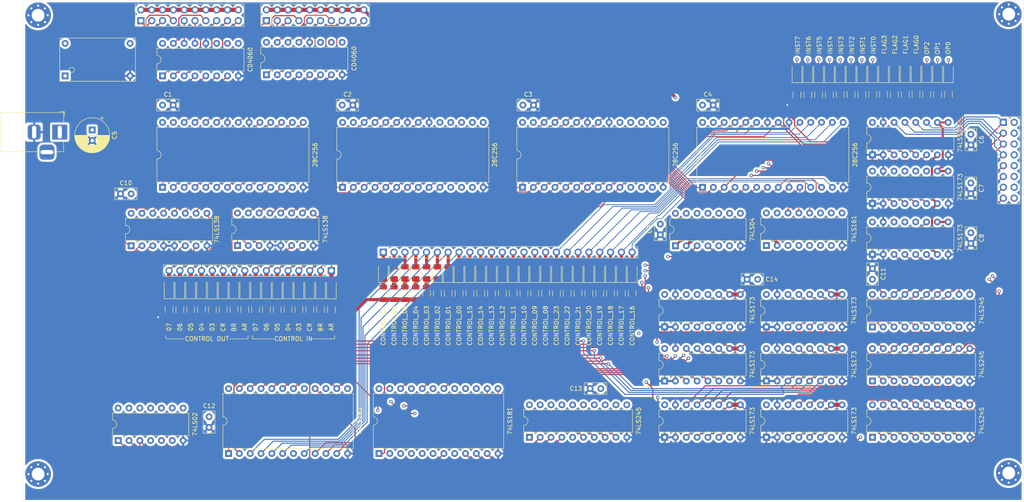
<source format=kicad_pcb>
(kicad_pcb (version 20171130) (host pcbnew "(5.1.10-1-10_14)")
  (layers (0 F.Cu signal) (1 In1.Cu signal) (2 In2.Cu signal hide) (31 B.Cu signal hide) (34 B.Paste user) (35 F.Paste user) (36 B.SilkS user) (37 F.SilkS user) (38 B.Mask user) (39 F.Mask user) (44 Edge.Cuts user))
  (net 0 "")
  (net 1 VCC)
  (net 2 GND)
  (net 3 "Net-(U1-Pad13)")
  (net 4 INSTRUCTION_06)
  (net 5 "Net-(U1-Pad12)")
  (net 6 INSTRUCTION_01)
  (net 7 "Net-(U1-Pad11)")
  (net 8 INSTRUCTION_02)
  (net 9 OPERATION_00)
  (net 10 INSTRUCTION_04)
  (net 11 OPERATION_01)
  (net 12 OPERATION_02)
  (net 13 INSTRUCTION_03)
  (net 14 "Net-(U1-Pad19)")
  (net 15 "Net-(U1-Pad18)")
  (net 16 FLAG_03)
  (net 17 "Net-(U1-Pad17)")
  (net 18 INSTRUCTION_00)
  (net 19 "Net-(U1-Pad16)")
  (net 20 INSTRUCTION_05)
  (net 21 "Net-(U1-Pad15)")
  (net 22 INSTRUCTION_07)
  (net 23 CONTROL_07)
  (net 24 CONTROL_06)
  (net 25 CONTROL_05)
  (net 26 CONTROL_10)
  (net 27 CONTROL_09)
  (net 28 CONTROL_08)
  (net 29 CONTROL_15)
  (net 30 CONTROL_14)
  (net 31 CONTROL_13)
  (net 32 CONTROL_12)
  (net 33 CONTROL_11)
  (net 34 CONTROL_18)
  (net 35 CONTROL_17)
  (net 36 CONTROL_16)
  (net 37 CONTROL_23)
  (net 38 CONTROL_22)
  (net 39 CONTROL_21)
  (net 40 CONTROL_20)
  (net 41 CONTROL_19)
  (net 42 CONTROL_OUT_07)
  (net 43 CONTROL_OUT_03)
  (net 44 CONTROL_OUT_04)
  (net 45 CONTROL_OUT_05)
  (net 46 CONTROL_OUT_06)
  (net 47 CONTROL_IN_07)
  (net 48 CONTROL_IN_03)
  (net 49 CONTROL_IN_04)
  (net 50 CONTROL_IN_05)
  (net 51 CONTROL_IN_06)
  (net 52 "Net-(U7-Pad2)")
  (net 53 CLOCK)
  (net 54 "Net-(U8-Pad15)")
  (net 55 "Net-(U8-Pad6)")
  (net 56 "Net-(U8-Pad5)")
  (net 57 "Net-(U8-Pad4)")
  (net 58 "Net-(U8-Pad11)")
  (net 59 "Net-(U8-Pad3)")
  (net 60 BUS_03)
  (net 61 BUS_02)
  (net 62 BUS_01)
  (net 63 BUS_00)
  (net 64 INSTRUCTION_REG_IN)
  (net 65 BUS_07)
  (net 66 BUS_06)
  (net 67 BUS_05)
  (net 68 BUS_04)
  (net 69 FLAG_03_IN)
  (net 70 FLAG_02_IN)
  (net 71 FLAG_01_IN)
  (net 72 FLAG_00_IN)
  (net 73 FLAG_REG_IN)
  (net 74 "Net-(D1-Pad1)")
  (net 75 "Net-(D2-Pad1)")
  (net 76 "Net-(D3-Pad1)")
  (net 77 "Net-(D4-Pad1)")
  (net 78 "Net-(D5-Pad1)")
  (net 79 "Net-(D6-Pad1)")
  (net 80 "Net-(D7-Pad1)")
  (net 81 "Net-(D8-Pad1)")
  (net 82 "Net-(D9-Pad1)")
  (net 83 "Net-(D10-Pad1)")
  (net 84 "Net-(D11-Pad1)")
  (net 85 "Net-(D12-Pad1)")
  (net 86 "Net-(D13-Pad1)")
  (net 87 "Net-(D14-Pad1)")
  (net 88 "Net-(D15-Pad1)")
  (net 89 "Net-(D16-Pad1)")
  (net 90 "Net-(D17-Pad1)")
  (net 91 "Net-(D18-Pad1)")
  (net 92 "Net-(D19-Pad1)")
  (net 93 "Net-(D20-Pad1)")
  (net 94 "Net-(D21-Pad1)")
  (net 95 "Net-(D22-Pad1)")
  (net 96 "Net-(D23-Pad1)")
  (net 97 "Net-(D24-Pad1)")
  (net 98 "Net-(D25-Pad1)")
  (net 99 "Net-(D26-Pad1)")
  (net 100 "Net-(D27-Pad1)")
  (net 101 "Net-(D28-Pad1)")
  (net 102 "Net-(D29-Pad1)")
  (net 103 "Net-(D30-Pad1)")
  (net 104 "Net-(D31-Pad1)")
  (net 105 "Net-(D32-Pad1)")
  (net 106 "Net-(D33-Pad1)")
  (net 107 "Net-(D34-Pad1)")
  (net 108 "Net-(D35-Pad1)")
  (net 109 "Net-(D36-Pad1)")
  (net 110 "Net-(D37-Pad1)")
  (net 111 "Net-(D38-Pad1)")
  (net 112 "Net-(D39-Pad1)")
  (net 113 "Net-(D40-Pad1)")
  (net 114 "Net-(D41-Pad1)")
  (net 115 "Net-(D42-Pad1)")
  (net 116 "Net-(D43-Pad1)")
  (net 117 "Net-(D44-Pad1)")
  (net 118 "Net-(D45-Pad1)")
  (net 119 "Net-(D46-Pad1)")
  (net 120 "Net-(D47-Pad1)")
  (net 121 "Net-(D48-Pad1)")
  (net 122 "Net-(D49-Pad1)")
  (net 123 "Net-(D50-Pad1)")
  (net 124 "Net-(D51-Pad1)")
  (net 125 "Net-(D52-Pad1)")
  (net 126 "Net-(D53-Pad1)")
  (net 127 "Net-(D54-Pad1)")
  (net 128 "Net-(D55-Pad1)")
  (net 129 "Net-(U12-Pad1)")
  (net 130 "Net-(J4-Pad11)")
  (net 131 "Net-(J4-Pad10)")
  (net 132 "Net-(J4-Pad9)")
  (net 133 "Net-(J4-Pad7)")
  (net 134 "Net-(J4-Pad5)")
  (net 135 "Net-(J4-Pad3)")
  (net 136 "Net-(J4-Pad1)")
  (net 137 "Net-(J5-Pad9)")
  (net 138 "Net-(J5-Pad7)")
  (net 139 "Net-(J5-Pad5)")
  (net 140 "Net-(J5-Pad3)")
  (net 141 "Net-(J5-Pad1)")
  (net 142 "Net-(U12-Pad3)")
  (net 143 "Net-(U13-Pad10)")
  (net 144 "Net-(U13-Pad9)")
  (net 145 "Net-(U14-Pad10)")
  (net 146 "Net-(U14-Pad9)")
  (net 147 "Net-(J4-Pad19)")
  (net 148 "Net-(J4-Pad17)")
  (net 149 "Net-(J4-Pad15)")
  (net 150 "Net-(J4-Pad13)")
  (net 151 "Net-(J5-Pad19)")
  (net 152 "Net-(J5-Pad17)")
  (net 153 "Net-(J5-Pad15)")
  (net 154 "Net-(J5-Pad13)")
  (net 155 "Net-(J5-Pad11)")
  (net 156 RA_00)
  (net 157 RA_01)
  (net 158 RA_02)
  (net 159 RA_03)
  (net 160 A_REG_IN)
  (net 161 RA_04)
  (net 162 RA_05)
  (net 163 RA_06)
  (net 164 RA_07)
  (net 165 A_REG_OUT)
  (net 166 B_REG_OUT)
  (net 167 B_REG_IN)
  (net 168 RB_00)
  (net 169 RB_01)
  (net 170 RB_02)
  (net 171 RB_03)
  (net 172 RB_04)
  (net 173 RB_05)
  (net 174 RB_06)
  (net 175 RB_07)
  (net 176 C_REG_OUT)
  (net 177 C_REG_IN)
  (net 178 RC_00)
  (net 179 RC_01)
  (net 180 RC_02)
  (net 181 RC_03)
  (net 182 RC_04)
  (net 183 RC_05)
  (net 184 RC_06)
  (net 185 RC_07)
  (net 186 "Net-(U24-Pad11)")
  (net 187 "Net-(U24-Pad10)")
  (net 188 "Net-(U24-Pad9)")
  (net 189 "Net-(U24-Pad17)")
  (net 190 "Net-(U24-Pad16)")
  (net 191 "Net-(U24-Pad15)")
  (net 192 "Net-(U24-Pad13)")
  (net 193 "Net-(U25-Pad11)")
  (net 194 "Net-(U25-Pad10)")
  (net 195 "Net-(U25-Pad9)")
  (net 196 "Net-(U25-Pad17)")
  (net 197 "Net-(U25-Pad16)")
  (net 198 "Net-(U25-Pad15)")
  (net 199 "Net-(U25-Pad13)")
  (net 200 ALU_OUT)
  (net 201 "Net-(J6-Pad16)")
  (net 202 "Net-(J6-Pad14)")
  (net 203 "Net-(J6-Pad12)")
  (net 204 "Net-(J6-Pad10)")
  (net 205 "Net-(J6-Pad8)")
  (net 206 "Net-(J6-Pad6)")
  (net 207 "Net-(J6-Pad4)")
  (net 208 "Net-(J6-Pad2)")
  (net 209 OVERFLOW)
  (net 210 ALU_MODE)
  (net 211 ALU_S0)
  (net 212 ALU_S1)
  (net 213 ALU_S2)
  (net 214 ALU_S3)
  (net 215 EQUAL)
  (net 216 GREATER_THAN)
  (module Package_DIP:DIP-24_W15.24mm (layer F.Cu) (at 84.836 115.062 90)
    (fp_text reference U24 hide)
    (fp_text value 74LS181 (at 7.62 30.734 90) (layer F.SilkS))
    (pad 24 thru_hole oval (at 15.24 0 90) (size 1.6 1.6) (drill 0.8) (layers *.Cu *.Mask) (net 1 VCC))
    (pad 12 thru_hole oval (at 0 27.94 90) (size 1.6 1.6) (drill 0.8) (layers *.Cu *.Mask) (net 2 GND))
    (pad 23 thru_hole oval (at 15.24 2.54 90) (size 1.6 1.6) (drill 0.8) (layers *.Cu *.Mask) (net 157 RA_01))
    (pad 11 thru_hole oval (at 0 25.4 90) (size 1.6 1.6) (drill 0.8) (layers *.Cu *.Mask) (net 186 "Net-(U24-Pad11)"))
    (pad 22 thru_hole oval (at 15.24 5.08 90) (size 1.6 1.6) (drill 0.8) (layers *.Cu *.Mask) (net 169 RB_01))
    (pad 10 thru_hole oval (at 0 22.86 90) (size 1.6 1.6) (drill 0.8) (layers *.Cu *.Mask) (net 187 "Net-(U24-Pad10)"))
    (pad 21 thru_hole oval (at 15.24 7.62 90) (size 1.6 1.6) (drill 0.8) (layers *.Cu *.Mask) (net 158 RA_02))
    (pad 9 thru_hole oval (at 0 20.32 90) (size 1.6 1.6) (drill 0.8) (layers *.Cu *.Mask) (net 188 "Net-(U24-Pad9)"))
    (pad 20 thru_hole oval (at 15.24 10.16 90) (size 1.6 1.6) (drill 0.8) (layers *.Cu *.Mask) (net 170 RB_02))
    (pad 8 thru_hole oval (at 0 17.78 90) (size 1.6 1.6) (drill 0.8) (layers *.Cu *.Mask) (net 210 ALU_MODE))
    (pad 19 thru_hole oval (at 15.24 12.7 90) (size 1.6 1.6) (drill 0.8) (layers *.Cu *.Mask) (net 159 RA_03))
    (pad 7 thru_hole oval (at 0 15.24 90) (size 1.6 1.6) (drill 0.8) (layers *.Cu *.Mask) (net 1 VCC))
    (pad 18 thru_hole oval (at 15.24 15.24 90) (size 1.6 1.6) (drill 0.8) (layers *.Cu *.Mask) (net 171 RB_03))
    (pad 6 thru_hole oval (at 0 12.7 90) (size 1.6 1.6) (drill 0.8) (layers *.Cu *.Mask) (net 211 ALU_S0))
    (pad 17 thru_hole oval (at 15.24 17.78 90) (size 1.6 1.6) (drill 0.8) (layers *.Cu *.Mask) (net 189 "Net-(U24-Pad17)"))
    (pad 5 thru_hole oval (at 0 10.16 90) (size 1.6 1.6) (drill 0.8) (layers *.Cu *.Mask) (net 212 ALU_S1))
    (pad 16 thru_hole oval (at 15.24 20.32 90) (size 1.6 1.6) (drill 0.8) (layers *.Cu *.Mask) (net 190 "Net-(U24-Pad16)"))
    (pad 4 thru_hole oval (at 0 7.62 90) (size 1.6 1.6) (drill 0.8) (layers *.Cu *.Mask) (net 213 ALU_S2))
    (pad 15 thru_hole oval (at 15.24 22.86 90) (size 1.6 1.6) (drill 0.8) (layers *.Cu *.Mask) (net 191 "Net-(U24-Pad15)"))
    (pad 3 thru_hole oval (at 0 5.08 90) (size 1.6 1.6) (drill 0.8) (layers *.Cu *.Mask) (net 214 ALU_S3))
    (pad 14 thru_hole oval (at 15.24 25.4 90) (size 1.6 1.6) (drill 0.8) (layers *.Cu *.Mask) (net 71 FLAG_01_IN))
    (pad 2 thru_hole oval (at 0 2.54 90) (size 1.6 1.6) (drill 0.8) (layers *.Cu *.Mask) (net 156 RA_00))
    (pad 13 thru_hole oval (at 15.24 27.94 90) (size 1.6 1.6) (drill 0.8) (layers *.Cu *.Mask) (net 192 "Net-(U24-Pad13)"))
    (pad 1 thru_hole rect (at 0 0 90) (size 1.6 1.6) (drill 0.8) (layers *.Cu *.Mask) (net 168 RB_00))
  )
  (module Package_DIP:DIP-14_W7.62mm (layer F.Cu) (at 58.928 112.014 90)
    (fp_text reference U27 hide)
    (fp_text value 74LS02 (at 3.81 18.034 90) (layer F.SilkS))
    (pad 14 thru_hole oval (at 7.62 0 90) (size 1.6 1.6) (drill 0.8) (layers *.Cu *.Mask) (net 1 VCC))
    (pad 7 thru_hole oval (at 0 15.24 90) (size 1.6 1.6) (drill 0.8) (layers *.Cu *.Mask) (net 2 GND))
    (pad 13 thru_hole oval (at 7.62 2.54 90) (size 1.6 1.6) (drill 0.8) (layers *.Cu *.Mask))
    (pad 6 thru_hole oval (at 0 12.7 90) (size 1.6 1.6) (drill 0.8) (layers *.Cu *.Mask))
    (pad 12 thru_hole oval (at 7.62 5.08 90) (size 1.6 1.6) (drill 0.8) (layers *.Cu *.Mask))
    (pad 5 thru_hole oval (at 0 10.16 90) (size 1.6 1.6) (drill 0.8) (layers *.Cu *.Mask))
    (pad 11 thru_hole oval (at 7.62 7.62 90) (size 1.6 1.6) (drill 0.8) (layers *.Cu *.Mask))
    (pad 4 thru_hole oval (at 0 7.62 90) (size 1.6 1.6) (drill 0.8) (layers *.Cu *.Mask))
    (pad 10 thru_hole oval (at 7.62 10.16 90) (size 1.6 1.6) (drill 0.8) (layers *.Cu *.Mask))
    (pad 3 thru_hole oval (at 0 5.08 90) (size 1.6 1.6) (drill 0.8) (layers *.Cu *.Mask) (net 71 FLAG_01_IN))
    (pad 9 thru_hole oval (at 7.62 12.7 90) (size 1.6 1.6) (drill 0.8) (layers *.Cu *.Mask))
    (pad 2 thru_hole oval (at 0 2.54 90) (size 1.6 1.6) (drill 0.8) (layers *.Cu *.Mask) (net 72 FLAG_00_IN))
    (pad 8 thru_hole oval (at 7.62 15.24 90) (size 1.6 1.6) (drill 0.8) (layers *.Cu *.Mask))
    (pad 1 thru_hole rect (at 0 0 90) (size 1.6 1.6) (drill 0.8) (layers *.Cu *.Mask) (net 70 FLAG_02_IN))
  )
  (module MountingHole:MountingHole_3mm_Pad_Via (layer F.Cu) (at 40.132 119.888)
    (fp_text reference REF** hide)
    (fp_text value MountingHole_3mm_Pad_Via hide)
    (pad 1 thru_hole circle (at 1.59099 -1.59099) (size 0.8 0.8) (drill 0.5) (layers *.Cu *.Mask))
    (pad 1 thru_hole circle (at 0 -2.25) (size 0.8 0.8) (drill 0.5) (layers *.Cu *.Mask))
    (pad 1 thru_hole circle (at -1.59099 -1.59099) (size 0.8 0.8) (drill 0.5) (layers *.Cu *.Mask))
    (pad 1 thru_hole circle (at -2.25 0) (size 0.8 0.8) (drill 0.5) (layers *.Cu *.Mask))
    (pad 1 thru_hole circle (at -1.59099 1.59099) (size 0.8 0.8) (drill 0.5) (layers *.Cu *.Mask))
    (pad 1 thru_hole circle (at 0 2.25) (size 0.8 0.8) (drill 0.5) (layers *.Cu *.Mask))
    (pad 1 thru_hole circle (at 1.59099 1.59099) (size 0.8 0.8) (drill 0.5) (layers *.Cu *.Mask))
    (pad 1 thru_hole circle (at 2.25 0) (size 0.8 0.8) (drill 0.5) (layers *.Cu *.Mask))
    (pad 1 thru_hole circle (at 0 0) (size 6 6) (drill 3) (layers *.Cu *.Mask))
  )
  (module MountingHole:MountingHole_3mm_Pad_Via (layer F.Cu) (at 267.97 119.634)
    (fp_text reference REF** hide)
    (fp_text value MountingHole_3mm_Pad_Via hide)
    (pad 1 thru_hole circle (at 0 0) (size 6 6) (drill 3) (layers *.Cu *.Mask))
    (pad 1 thru_hole circle (at 2.25 0) (size 0.8 0.8) (drill 0.5) (layers *.Cu *.Mask))
    (pad 1 thru_hole circle (at 1.59099 1.59099) (size 0.8 0.8) (drill 0.5) (layers *.Cu *.Mask))
    (pad 1 thru_hole circle (at 0 2.25) (size 0.8 0.8) (drill 0.5) (layers *.Cu *.Mask))
    (pad 1 thru_hole circle (at -1.59099 1.59099) (size 0.8 0.8) (drill 0.5) (layers *.Cu *.Mask))
    (pad 1 thru_hole circle (at -2.25 0) (size 0.8 0.8) (drill 0.5) (layers *.Cu *.Mask))
    (pad 1 thru_hole circle (at -1.59099 -1.59099) (size 0.8 0.8) (drill 0.5) (layers *.Cu *.Mask))
    (pad 1 thru_hole circle (at 0 -2.25) (size 0.8 0.8) (drill 0.5) (layers *.Cu *.Mask))
    (pad 1 thru_hole circle (at 1.59099 -1.59099) (size 0.8 0.8) (drill 0.5) (layers *.Cu *.Mask))
  )
  (module MountingHole:MountingHole_3mm_Pad_Via (layer F.Cu) (at 40.132 12.192)
    (fp_text reference REF** hide)
    (fp_text value MountingHole_3mm_Pad_Via hide)
    (pad 1 thru_hole circle (at 0 0) (size 6 6) (drill 3) (layers *.Cu *.Mask))
    (pad 1 thru_hole circle (at 2.25 0) (size 0.8 0.8) (drill 0.5) (layers *.Cu *.Mask))
    (pad 1 thru_hole circle (at 1.59099 1.59099) (size 0.8 0.8) (drill 0.5) (layers *.Cu *.Mask))
    (pad 1 thru_hole circle (at 0 2.25) (size 0.8 0.8) (drill 0.5) (layers *.Cu *.Mask))
    (pad 1 thru_hole circle (at -1.59099 1.59099) (size 0.8 0.8) (drill 0.5) (layers *.Cu *.Mask))
    (pad 1 thru_hole circle (at -2.25 0) (size 0.8 0.8) (drill 0.5) (layers *.Cu *.Mask))
    (pad 1 thru_hole circle (at -1.59099 -1.59099) (size 0.8 0.8) (drill 0.5) (layers *.Cu *.Mask))
    (pad 1 thru_hole circle (at 0 -2.25) (size 0.8 0.8) (drill 0.5) (layers *.Cu *.Mask))
    (pad 1 thru_hole circle (at 1.59099 -1.59099) (size 0.8 0.8) (drill 0.5) (layers *.Cu *.Mask))
  )
  (module MountingHole:MountingHole_3mm_Pad_Via (layer F.Cu) (at 267.97 11.938)
    (fp_text reference REF** hide)
    (fp_text value MountingHole_3mm_Pad_Via hide)
    (pad 1 thru_hole circle (at 1.59099 -1.59099) (size 0.8 0.8) (drill 0.5) (layers *.Cu *.Mask))
    (pad 1 thru_hole circle (at 0 -2.25) (size 0.8 0.8) (drill 0.5) (layers *.Cu *.Mask))
    (pad 1 thru_hole circle (at -1.59099 -1.59099) (size 0.8 0.8) (drill 0.5) (layers *.Cu *.Mask))
    (pad 1 thru_hole circle (at -2.25 0) (size 0.8 0.8) (drill 0.5) (layers *.Cu *.Mask))
    (pad 1 thru_hole circle (at -1.59099 1.59099) (size 0.8 0.8) (drill 0.5) (layers *.Cu *.Mask))
    (pad 1 thru_hole circle (at 0 2.25) (size 0.8 0.8) (drill 0.5) (layers *.Cu *.Mask))
    (pad 1 thru_hole circle (at 1.59099 1.59099) (size 0.8 0.8) (drill 0.5) (layers *.Cu *.Mask))
    (pad 1 thru_hole circle (at 2.25 0) (size 0.8 0.8) (drill 0.5) (layers *.Cu *.Mask))
    (pad 1 thru_hole circle (at 0 0) (size 6 6) (drill 3) (layers *.Cu *.Mask))
  )
  (module Capacitor_THT:C_Disc_D5.0mm_W2.5mm_P2.50mm (layer F.Cu) (at 209.042 74.168 180)
    (fp_text reference C14 (at -3.302 0) (layer F.SilkS))
    (fp_text value C hide)
    (pad 2 thru_hole circle (at 2.5 0 180) (size 1.6 1.6) (drill 0.8) (layers *.Cu *.Mask) (net 2 GND))
    (pad 1 thru_hole circle (at 0 0 180) (size 1.6 1.6) (drill 0.8) (layers *.Cu *.Mask) (net 1 VCC))
  )
  (module Capacitor_THT:C_Disc_D5.0mm_W2.5mm_P2.50mm (layer F.Cu) (at 172.212 99.822 180)
    (fp_text reference C13 (at 5.842 0) (layer F.SilkS))
    (fp_text value C)
    (pad 2 thru_hole circle (at 2.5 0 180) (size 1.6 1.6) (drill 0.8) (layers *.Cu *.Mask) (net 2 GND))
    (pad 1 thru_hole circle (at 0 0 180) (size 1.6 1.6) (drill 0.8) (layers *.Cu *.Mask) (net 1 VCC))
  )
  (module Connector_PinHeader_2.54mm:PinHeader_2x08_P2.54mm_Vertical (layer F.Cu) (at 266.7 37.338)
    (fp_text reference J6 hide)
    (fp_text value Conn_02x08 hide)
    (pad 16 thru_hole oval (at 2.54 17.78) (size 1.7 1.7) (drill 1) (layers *.Cu *.Mask) (net 201 "Net-(J6-Pad16)"))
    (pad 15 thru_hole oval (at 0 17.78) (size 1.7 1.7) (drill 1) (layers *.Cu *.Mask) (net 65 BUS_07))
    (pad 14 thru_hole oval (at 2.54 15.24) (size 1.7 1.7) (drill 1) (layers *.Cu *.Mask) (net 202 "Net-(J6-Pad14)"))
    (pad 13 thru_hole oval (at 0 15.24) (size 1.7 1.7) (drill 1) (layers *.Cu *.Mask) (net 66 BUS_06))
    (pad 12 thru_hole oval (at 2.54 12.7) (size 1.7 1.7) (drill 1) (layers *.Cu *.Mask) (net 203 "Net-(J6-Pad12)"))
    (pad 11 thru_hole oval (at 0 12.7) (size 1.7 1.7) (drill 1) (layers *.Cu *.Mask) (net 67 BUS_05))
    (pad 10 thru_hole oval (at 2.54 10.16) (size 1.7 1.7) (drill 1) (layers *.Cu *.Mask) (net 204 "Net-(J6-Pad10)"))
    (pad 9 thru_hole oval (at 0 10.16) (size 1.7 1.7) (drill 1) (layers *.Cu *.Mask) (net 68 BUS_04))
    (pad 8 thru_hole oval (at 2.54 7.62) (size 1.7 1.7) (drill 1) (layers *.Cu *.Mask) (net 205 "Net-(J6-Pad8)"))
    (pad 7 thru_hole oval (at 0 7.62) (size 1.7 1.7) (drill 1) (layers *.Cu *.Mask) (net 60 BUS_03))
    (pad 6 thru_hole oval (at 2.54 5.08) (size 1.7 1.7) (drill 1) (layers *.Cu *.Mask) (net 206 "Net-(J6-Pad6)"))
    (pad 5 thru_hole oval (at 0 5.08) (size 1.7 1.7) (drill 1) (layers *.Cu *.Mask) (net 61 BUS_02))
    (pad 4 thru_hole oval (at 2.54 2.54) (size 1.7 1.7) (drill 1) (layers *.Cu *.Mask) (net 207 "Net-(J6-Pad4)"))
    (pad 3 thru_hole oval (at 0 2.54) (size 1.7 1.7) (drill 1) (layers *.Cu *.Mask) (net 62 BUS_01))
    (pad 2 thru_hole oval (at 2.54 0) (size 1.7 1.7) (drill 1) (layers *.Cu *.Mask) (net 208 "Net-(J6-Pad2)"))
    (pad 1 thru_hole rect (at 0 0) (size 1.7 1.7) (drill 1) (layers *.Cu *.Mask) (net 63 BUS_00))
  )
  (module Package_DIP:DIP-20_W7.62mm (layer F.Cu) (at 155.448 111.252 90)
    (fp_text reference U26 hide)
    (fp_text value 74LS245 (at 3.81 25.654 90) (layer F.SilkS))
    (pad 20 thru_hole oval (at 7.62 0 90) (size 1.6 1.6) (drill 0.8) (layers *.Cu *.Mask) (net 1 VCC))
    (pad 10 thru_hole oval (at 0 22.86 90) (size 1.6 1.6) (drill 0.8) (layers *.Cu *.Mask) (net 2 GND))
    (pad 19 thru_hole oval (at 7.62 2.54 90) (size 1.6 1.6) (drill 0.8) (layers *.Cu *.Mask) (net 200 ALU_OUT))
    (pad 9 thru_hole oval (at 0 20.32 90) (size 1.6 1.6) (drill 0.8) (layers *.Cu *.Mask) (net 199 "Net-(U25-Pad13)"))
    (pad 18 thru_hole oval (at 7.62 5.08 90) (size 1.6 1.6) (drill 0.8) (layers *.Cu *.Mask) (net 63 BUS_00))
    (pad 8 thru_hole oval (at 0 17.78 90) (size 1.6 1.6) (drill 0.8) (layers *.Cu *.Mask) (net 193 "Net-(U25-Pad11)"))
    (pad 17 thru_hole oval (at 7.62 7.62 90) (size 1.6 1.6) (drill 0.8) (layers *.Cu *.Mask) (net 62 BUS_01))
    (pad 7 thru_hole oval (at 0 15.24 90) (size 1.6 1.6) (drill 0.8) (layers *.Cu *.Mask) (net 194 "Net-(U25-Pad10)"))
    (pad 16 thru_hole oval (at 7.62 10.16 90) (size 1.6 1.6) (drill 0.8) (layers *.Cu *.Mask) (net 61 BUS_02))
    (pad 6 thru_hole oval (at 0 12.7 90) (size 1.6 1.6) (drill 0.8) (layers *.Cu *.Mask) (net 195 "Net-(U25-Pad9)"))
    (pad 15 thru_hole oval (at 7.62 12.7 90) (size 1.6 1.6) (drill 0.8) (layers *.Cu *.Mask) (net 60 BUS_03))
    (pad 5 thru_hole oval (at 0 10.16 90) (size 1.6 1.6) (drill 0.8) (layers *.Cu *.Mask) (net 192 "Net-(U24-Pad13)"))
    (pad 14 thru_hole oval (at 7.62 15.24 90) (size 1.6 1.6) (drill 0.8) (layers *.Cu *.Mask) (net 68 BUS_04))
    (pad 4 thru_hole oval (at 0 7.62 90) (size 1.6 1.6) (drill 0.8) (layers *.Cu *.Mask) (net 186 "Net-(U24-Pad11)"))
    (pad 13 thru_hole oval (at 7.62 17.78 90) (size 1.6 1.6) (drill 0.8) (layers *.Cu *.Mask) (net 67 BUS_05))
    (pad 3 thru_hole oval (at 0 5.08 90) (size 1.6 1.6) (drill 0.8) (layers *.Cu *.Mask) (net 187 "Net-(U24-Pad10)"))
    (pad 12 thru_hole oval (at 7.62 20.32 90) (size 1.6 1.6) (drill 0.8) (layers *.Cu *.Mask) (net 66 BUS_06))
    (pad 2 thru_hole oval (at 0 2.54 90) (size 1.6 1.6) (drill 0.8) (layers *.Cu *.Mask) (net 188 "Net-(U24-Pad9)"))
    (pad 11 thru_hole oval (at 7.62 22.86 90) (size 1.6 1.6) (drill 0.8) (layers *.Cu *.Mask) (net 65 BUS_07))
    (pad 1 thru_hole rect (at 0 0 90) (size 1.6 1.6) (drill 0.8) (layers *.Cu *.Mask) (net 1 VCC))
  )
  (module Package_DIP:DIP-24_W15.24mm (layer F.Cu) (at 120.142 115.062 90)
    (fp_text reference U25 hide)
    (fp_text value 74LS181 (at 7.62 30.734 90) (layer F.SilkS))
    (pad 24 thru_hole oval (at 15.24 0 90) (size 1.6 1.6) (drill 0.8) (layers *.Cu *.Mask) (net 1 VCC))
    (pad 12 thru_hole oval (at 0 27.94 90) (size 1.6 1.6) (drill 0.8) (layers *.Cu *.Mask) (net 2 GND))
    (pad 23 thru_hole oval (at 15.24 2.54 90) (size 1.6 1.6) (drill 0.8) (layers *.Cu *.Mask) (net 162 RA_05))
    (pad 11 thru_hole oval (at 0 25.4 90) (size 1.6 1.6) (drill 0.8) (layers *.Cu *.Mask) (net 193 "Net-(U25-Pad11)"))
    (pad 22 thru_hole oval (at 15.24 5.08 90) (size 1.6 1.6) (drill 0.8) (layers *.Cu *.Mask) (net 173 RB_05))
    (pad 10 thru_hole oval (at 0 22.86 90) (size 1.6 1.6) (drill 0.8) (layers *.Cu *.Mask) (net 194 "Net-(U25-Pad10)"))
    (pad 21 thru_hole oval (at 15.24 7.62 90) (size 1.6 1.6) (drill 0.8) (layers *.Cu *.Mask) (net 163 RA_06))
    (pad 9 thru_hole oval (at 0 20.32 90) (size 1.6 1.6) (drill 0.8) (layers *.Cu *.Mask) (net 195 "Net-(U25-Pad9)"))
    (pad 20 thru_hole oval (at 15.24 10.16 90) (size 1.6 1.6) (drill 0.8) (layers *.Cu *.Mask) (net 174 RB_06))
    (pad 8 thru_hole oval (at 0 17.78 90) (size 1.6 1.6) (drill 0.8) (layers *.Cu *.Mask) (net 210 ALU_MODE))
    (pad 19 thru_hole oval (at 15.24 12.7 90) (size 1.6 1.6) (drill 0.8) (layers *.Cu *.Mask) (net 164 RA_07))
    (pad 7 thru_hole oval (at 0 15.24 90) (size 1.6 1.6) (drill 0.8) (layers *.Cu *.Mask) (net 190 "Net-(U24-Pad16)"))
    (pad 18 thru_hole oval (at 15.24 15.24 90) (size 1.6 1.6) (drill 0.8) (layers *.Cu *.Mask) (net 175 RB_07))
    (pad 6 thru_hole oval (at 0 12.7 90) (size 1.6 1.6) (drill 0.8) (layers *.Cu *.Mask) (net 211 ALU_S0))
    (pad 17 thru_hole oval (at 15.24 17.78 90) (size 1.6 1.6) (drill 0.8) (layers *.Cu *.Mask) (net 196 "Net-(U25-Pad17)"))
    (pad 5 thru_hole oval (at 0 10.16 90) (size 1.6 1.6) (drill 0.8) (layers *.Cu *.Mask) (net 212 ALU_S1))
    (pad 16 thru_hole oval (at 15.24 20.32 90) (size 1.6 1.6) (drill 0.8) (layers *.Cu *.Mask) (net 197 "Net-(U25-Pad16)"))
    (pad 4 thru_hole oval (at 0 7.62 90) (size 1.6 1.6) (drill 0.8) (layers *.Cu *.Mask) (net 213 ALU_S2))
    (pad 15 thru_hole oval (at 15.24 22.86 90) (size 1.6 1.6) (drill 0.8) (layers *.Cu *.Mask) (net 198 "Net-(U25-Pad15)"))
    (pad 3 thru_hole oval (at 0 5.08 90) (size 1.6 1.6) (drill 0.8) (layers *.Cu *.Mask) (net 214 ALU_S3))
    (pad 14 thru_hole oval (at 15.24 25.4 90) (size 1.6 1.6) (drill 0.8) (layers *.Cu *.Mask) (net 71 FLAG_01_IN))
    (pad 2 thru_hole oval (at 0 2.54 90) (size 1.6 1.6) (drill 0.8) (layers *.Cu *.Mask) (net 161 RA_04))
    (pad 13 thru_hole oval (at 15.24 27.94 90) (size 1.6 1.6) (drill 0.8) (layers *.Cu *.Mask) (net 199 "Net-(U25-Pad13)"))
    (pad 1 thru_hole rect (at 0 0 90) (size 1.6 1.6) (drill 0.8) (layers *.Cu *.Mask) (net 172 RB_04))
  )
  (module Package_DIP:DIP-20_W7.62mm (layer F.Cu) (at 235.966 111.252 90)
    (fp_text reference U23 hide)
    (fp_text value 74LS245 (at 3.81 25.654 90) (layer F.SilkS))
    (pad 20 thru_hole oval (at 7.62 0 90) (size 1.6 1.6) (drill 0.8) (layers *.Cu *.Mask) (net 1 VCC))
    (pad 10 thru_hole oval (at 0 22.86 90) (size 1.6 1.6) (drill 0.8) (layers *.Cu *.Mask) (net 2 GND))
    (pad 19 thru_hole oval (at 7.62 2.54 90) (size 1.6 1.6) (drill 0.8) (layers *.Cu *.Mask) (net 176 C_REG_OUT))
    (pad 9 thru_hole oval (at 0 20.32 90) (size 1.6 1.6) (drill 0.8) (layers *.Cu *.Mask) (net 185 RC_07))
    (pad 18 thru_hole oval (at 7.62 5.08 90) (size 1.6 1.6) (drill 0.8) (layers *.Cu *.Mask) (net 63 BUS_00))
    (pad 8 thru_hole oval (at 0 17.78 90) (size 1.6 1.6) (drill 0.8) (layers *.Cu *.Mask) (net 184 RC_06))
    (pad 17 thru_hole oval (at 7.62 7.62 90) (size 1.6 1.6) (drill 0.8) (layers *.Cu *.Mask) (net 62 BUS_01))
    (pad 7 thru_hole oval (at 0 15.24 90) (size 1.6 1.6) (drill 0.8) (layers *.Cu *.Mask) (net 183 RC_05))
    (pad 16 thru_hole oval (at 7.62 10.16 90) (size 1.6 1.6) (drill 0.8) (layers *.Cu *.Mask) (net 61 BUS_02))
    (pad 6 thru_hole oval (at 0 12.7 90) (size 1.6 1.6) (drill 0.8) (layers *.Cu *.Mask) (net 182 RC_04))
    (pad 15 thru_hole oval (at 7.62 12.7 90) (size 1.6 1.6) (drill 0.8) (layers *.Cu *.Mask) (net 60 BUS_03))
    (pad 5 thru_hole oval (at 0 10.16 90) (size 1.6 1.6) (drill 0.8) (layers *.Cu *.Mask) (net 181 RC_03))
    (pad 14 thru_hole oval (at 7.62 15.24 90) (size 1.6 1.6) (drill 0.8) (layers *.Cu *.Mask) (net 68 BUS_04))
    (pad 4 thru_hole oval (at 0 7.62 90) (size 1.6 1.6) (drill 0.8) (layers *.Cu *.Mask) (net 180 RC_02))
    (pad 13 thru_hole oval (at 7.62 17.78 90) (size 1.6 1.6) (drill 0.8) (layers *.Cu *.Mask) (net 67 BUS_05))
    (pad 3 thru_hole oval (at 0 5.08 90) (size 1.6 1.6) (drill 0.8) (layers *.Cu *.Mask) (net 179 RC_01))
    (pad 12 thru_hole oval (at 7.62 20.32 90) (size 1.6 1.6) (drill 0.8) (layers *.Cu *.Mask) (net 66 BUS_06))
    (pad 2 thru_hole oval (at 0 2.54 90) (size 1.6 1.6) (drill 0.8) (layers *.Cu *.Mask) (net 178 RC_00))
    (pad 11 thru_hole oval (at 7.62 22.86 90) (size 1.6 1.6) (drill 0.8) (layers *.Cu *.Mask) (net 65 BUS_07))
    (pad 1 thru_hole rect (at 0 0 90) (size 1.6 1.6) (drill 0.8) (layers *.Cu *.Mask) (net 1 VCC))
  )
  (module Package_DIP:DIP-16_W7.62mm (layer F.Cu) (at 187.198 111.252 90)
    (fp_text reference U22 hide)
    (fp_text value 74LS173 (at 3.81 20.574 90) (layer F.SilkS))
    (pad 16 thru_hole oval (at 7.62 0 90) (size 1.6 1.6) (drill 0.8) (layers *.Cu *.Mask) (net 1 VCC))
    (pad 8 thru_hole oval (at 0 17.78 90) (size 1.6 1.6) (drill 0.8) (layers *.Cu *.Mask) (net 2 GND))
    (pad 15 thru_hole oval (at 7.62 2.54 90) (size 1.6 1.6) (drill 0.8) (layers *.Cu *.Mask) (net 2 GND))
    (pad 7 thru_hole oval (at 0 15.24 90) (size 1.6 1.6) (drill 0.8) (layers *.Cu *.Mask) (net 53 CLOCK))
    (pad 14 thru_hole oval (at 7.62 5.08 90) (size 1.6 1.6) (drill 0.8) (layers *.Cu *.Mask) (net 65 BUS_07))
    (pad 6 thru_hole oval (at 0 12.7 90) (size 1.6 1.6) (drill 0.8) (layers *.Cu *.Mask) (net 182 RC_04))
    (pad 13 thru_hole oval (at 7.62 7.62 90) (size 1.6 1.6) (drill 0.8) (layers *.Cu *.Mask) (net 66 BUS_06))
    (pad 5 thru_hole oval (at 0 10.16 90) (size 1.6 1.6) (drill 0.8) (layers *.Cu *.Mask) (net 183 RC_05))
    (pad 12 thru_hole oval (at 7.62 10.16 90) (size 1.6 1.6) (drill 0.8) (layers *.Cu *.Mask) (net 67 BUS_05))
    (pad 4 thru_hole oval (at 0 7.62 90) (size 1.6 1.6) (drill 0.8) (layers *.Cu *.Mask) (net 184 RC_06))
    (pad 11 thru_hole oval (at 7.62 12.7 90) (size 1.6 1.6) (drill 0.8) (layers *.Cu *.Mask) (net 68 BUS_04))
    (pad 3 thru_hole oval (at 0 5.08 90) (size 1.6 1.6) (drill 0.8) (layers *.Cu *.Mask) (net 185 RC_07))
    (pad 10 thru_hole oval (at 7.62 15.24 90) (size 1.6 1.6) (drill 0.8) (layers *.Cu *.Mask) (net 177 C_REG_IN))
    (pad 2 thru_hole oval (at 0 2.54 90) (size 1.6 1.6) (drill 0.8) (layers *.Cu *.Mask) (net 2 GND))
    (pad 9 thru_hole oval (at 7.62 17.78 90) (size 1.6 1.6) (drill 0.8) (layers *.Cu *.Mask) (net 177 C_REG_IN))
    (pad 1 thru_hole rect (at 0 0 90) (size 1.6 1.6) (drill 0.8) (layers *.Cu *.Mask) (net 2 GND))
  )
  (module Package_DIP:DIP-16_W7.62mm (layer F.Cu) (at 211.074 111.252 90)
    (fp_text reference U21 hide)
    (fp_text value 74LS173 (at 3.81 20.574 90) (layer F.SilkS))
    (pad 16 thru_hole oval (at 7.62 0 90) (size 1.6 1.6) (drill 0.8) (layers *.Cu *.Mask) (net 1 VCC))
    (pad 8 thru_hole oval (at 0 17.78 90) (size 1.6 1.6) (drill 0.8) (layers *.Cu *.Mask) (net 2 GND))
    (pad 15 thru_hole oval (at 7.62 2.54 90) (size 1.6 1.6) (drill 0.8) (layers *.Cu *.Mask) (net 2 GND))
    (pad 7 thru_hole oval (at 0 15.24 90) (size 1.6 1.6) (drill 0.8) (layers *.Cu *.Mask) (net 53 CLOCK))
    (pad 14 thru_hole oval (at 7.62 5.08 90) (size 1.6 1.6) (drill 0.8) (layers *.Cu *.Mask) (net 60 BUS_03))
    (pad 6 thru_hole oval (at 0 12.7 90) (size 1.6 1.6) (drill 0.8) (layers *.Cu *.Mask) (net 178 RC_00))
    (pad 13 thru_hole oval (at 7.62 7.62 90) (size 1.6 1.6) (drill 0.8) (layers *.Cu *.Mask) (net 61 BUS_02))
    (pad 5 thru_hole oval (at 0 10.16 90) (size 1.6 1.6) (drill 0.8) (layers *.Cu *.Mask) (net 179 RC_01))
    (pad 12 thru_hole oval (at 7.62 10.16 90) (size 1.6 1.6) (drill 0.8) (layers *.Cu *.Mask) (net 62 BUS_01))
    (pad 4 thru_hole oval (at 0 7.62 90) (size 1.6 1.6) (drill 0.8) (layers *.Cu *.Mask) (net 180 RC_02))
    (pad 11 thru_hole oval (at 7.62 12.7 90) (size 1.6 1.6) (drill 0.8) (layers *.Cu *.Mask) (net 63 BUS_00))
    (pad 3 thru_hole oval (at 0 5.08 90) (size 1.6 1.6) (drill 0.8) (layers *.Cu *.Mask) (net 181 RC_03))
    (pad 10 thru_hole oval (at 7.62 15.24 90) (size 1.6 1.6) (drill 0.8) (layers *.Cu *.Mask) (net 177 C_REG_IN))
    (pad 2 thru_hole oval (at 0 2.54 90) (size 1.6 1.6) (drill 0.8) (layers *.Cu *.Mask) (net 2 GND))
    (pad 9 thru_hole oval (at 7.62 17.78 90) (size 1.6 1.6) (drill 0.8) (layers *.Cu *.Mask) (net 177 C_REG_IN))
    (pad 1 thru_hole rect (at 0 0 90) (size 1.6 1.6) (drill 0.8) (layers *.Cu *.Mask) (net 2 GND))
  )
  (module Capacitor_THT:C_Disc_D5.0mm_W2.5mm_P2.50mm (layer F.Cu) (at 80.264 106.426 270)
    (fp_text reference C12 (at -2.54 0 180) (layer F.SilkS))
    (fp_text value C hide)
    (pad 2 thru_hole circle (at 2.5 0 270) (size 1.6 1.6) (drill 0.8) (layers *.Cu *.Mask) (net 2 GND))
    (pad 1 thru_hole circle (at 0 0 270) (size 1.6 1.6) (drill 0.8) (layers *.Cu *.Mask) (net 1 VCC))
  )
  (module Capacitor_THT:C_Disc_D5.0mm_W2.5mm_P2.50mm (layer F.Cu) (at 235.966 74.168 90)
    (fp_text reference C11 (at 1.27 2.54 90) (layer F.SilkS))
    (fp_text value C hide)
    (pad 2 thru_hole circle (at 2.5 0 90) (size 1.6 1.6) (drill 0.8) (layers *.Cu *.Mask) (net 2 GND))
    (pad 1 thru_hole circle (at 0 0 90) (size 1.6 1.6) (drill 0.8) (layers *.Cu *.Mask) (net 1 VCC))
  )
  (module Package_DIP:DIP-20_W7.62mm (layer F.Cu) (at 235.966 98.044 90)
    (fp_text reference U20 hide)
    (fp_text value 74LS245 (at 3.81 25.654 90) (layer F.SilkS))
    (pad 20 thru_hole oval (at 7.62 0 90) (size 1.6 1.6) (drill 0.8) (layers *.Cu *.Mask) (net 1 VCC))
    (pad 10 thru_hole oval (at 0 22.86 90) (size 1.6 1.6) (drill 0.8) (layers *.Cu *.Mask) (net 2 GND))
    (pad 19 thru_hole oval (at 7.62 2.54 90) (size 1.6 1.6) (drill 0.8) (layers *.Cu *.Mask) (net 166 B_REG_OUT))
    (pad 9 thru_hole oval (at 0 20.32 90) (size 1.6 1.6) (drill 0.8) (layers *.Cu *.Mask) (net 175 RB_07))
    (pad 18 thru_hole oval (at 7.62 5.08 90) (size 1.6 1.6) (drill 0.8) (layers *.Cu *.Mask) (net 63 BUS_00))
    (pad 8 thru_hole oval (at 0 17.78 90) (size 1.6 1.6) (drill 0.8) (layers *.Cu *.Mask) (net 174 RB_06))
    (pad 17 thru_hole oval (at 7.62 7.62 90) (size 1.6 1.6) (drill 0.8) (layers *.Cu *.Mask) (net 62 BUS_01))
    (pad 7 thru_hole oval (at 0 15.24 90) (size 1.6 1.6) (drill 0.8) (layers *.Cu *.Mask) (net 173 RB_05))
    (pad 16 thru_hole oval (at 7.62 10.16 90) (size 1.6 1.6) (drill 0.8) (layers *.Cu *.Mask) (net 61 BUS_02))
    (pad 6 thru_hole oval (at 0 12.7 90) (size 1.6 1.6) (drill 0.8) (layers *.Cu *.Mask) (net 172 RB_04))
    (pad 15 thru_hole oval (at 7.62 12.7 90) (size 1.6 1.6) (drill 0.8) (layers *.Cu *.Mask) (net 60 BUS_03))
    (pad 5 thru_hole oval (at 0 10.16 90) (size 1.6 1.6) (drill 0.8) (layers *.Cu *.Mask) (net 171 RB_03))
    (pad 14 thru_hole oval (at 7.62 15.24 90) (size 1.6 1.6) (drill 0.8) (layers *.Cu *.Mask) (net 68 BUS_04))
    (pad 4 thru_hole oval (at 0 7.62 90) (size 1.6 1.6) (drill 0.8) (layers *.Cu *.Mask) (net 170 RB_02))
    (pad 13 thru_hole oval (at 7.62 17.78 90) (size 1.6 1.6) (drill 0.8) (layers *.Cu *.Mask) (net 67 BUS_05))
    (pad 3 thru_hole oval (at 0 5.08 90) (size 1.6 1.6) (drill 0.8) (layers *.Cu *.Mask) (net 169 RB_01))
    (pad 12 thru_hole oval (at 7.62 20.32 90) (size 1.6 1.6) (drill 0.8) (layers *.Cu *.Mask) (net 66 BUS_06))
    (pad 2 thru_hole oval (at 0 2.54 90) (size 1.6 1.6) (drill 0.8) (layers *.Cu *.Mask) (net 168 RB_00))
    (pad 11 thru_hole oval (at 7.62 22.86 90) (size 1.6 1.6) (drill 0.8) (layers *.Cu *.Mask) (net 65 BUS_07))
    (pad 1 thru_hole rect (at 0 0 90) (size 1.6 1.6) (drill 0.8) (layers *.Cu *.Mask) (net 1 VCC))
  )
  (module Package_DIP:DIP-16_W7.62mm (layer F.Cu) (at 187.198 98.044 90)
    (fp_text reference U19 hide)
    (fp_text value 74LS173 (at 3.81 20.574 90) (layer F.SilkS))
    (pad 16 thru_hole oval (at 7.62 0 90) (size 1.6 1.6) (drill 0.8) (layers *.Cu *.Mask) (net 1 VCC))
    (pad 8 thru_hole oval (at 0 17.78 90) (size 1.6 1.6) (drill 0.8) (layers *.Cu *.Mask) (net 2 GND))
    (pad 15 thru_hole oval (at 7.62 2.54 90) (size 1.6 1.6) (drill 0.8) (layers *.Cu *.Mask) (net 2 GND))
    (pad 7 thru_hole oval (at 0 15.24 90) (size 1.6 1.6) (drill 0.8) (layers *.Cu *.Mask) (net 53 CLOCK))
    (pad 14 thru_hole oval (at 7.62 5.08 90) (size 1.6 1.6) (drill 0.8) (layers *.Cu *.Mask) (net 65 BUS_07))
    (pad 6 thru_hole oval (at 0 12.7 90) (size 1.6 1.6) (drill 0.8) (layers *.Cu *.Mask) (net 172 RB_04))
    (pad 13 thru_hole oval (at 7.62 7.62 90) (size 1.6 1.6) (drill 0.8) (layers *.Cu *.Mask) (net 66 BUS_06))
    (pad 5 thru_hole oval (at 0 10.16 90) (size 1.6 1.6) (drill 0.8) (layers *.Cu *.Mask) (net 173 RB_05))
    (pad 12 thru_hole oval (at 7.62 10.16 90) (size 1.6 1.6) (drill 0.8) (layers *.Cu *.Mask) (net 67 BUS_05))
    (pad 4 thru_hole oval (at 0 7.62 90) (size 1.6 1.6) (drill 0.8) (layers *.Cu *.Mask) (net 174 RB_06))
    (pad 11 thru_hole oval (at 7.62 12.7 90) (size 1.6 1.6) (drill 0.8) (layers *.Cu *.Mask) (net 68 BUS_04))
    (pad 3 thru_hole oval (at 0 5.08 90) (size 1.6 1.6) (drill 0.8) (layers *.Cu *.Mask) (net 175 RB_07))
    (pad 10 thru_hole oval (at 7.62 15.24 90) (size 1.6 1.6) (drill 0.8) (layers *.Cu *.Mask) (net 167 B_REG_IN))
    (pad 2 thru_hole oval (at 0 2.54 90) (size 1.6 1.6) (drill 0.8) (layers *.Cu *.Mask) (net 2 GND))
    (pad 9 thru_hole oval (at 7.62 17.78 90) (size 1.6 1.6) (drill 0.8) (layers *.Cu *.Mask) (net 167 B_REG_IN))
    (pad 1 thru_hole rect (at 0 0 90) (size 1.6 1.6) (drill 0.8) (layers *.Cu *.Mask) (net 2 GND))
  )
  (module Package_DIP:DIP-16_W7.62mm (layer F.Cu) (at 211.074 98.044 90)
    (fp_text reference U18 hide)
    (fp_text value 74LS173 (at 3.81 20.574 90) (layer F.SilkS))
    (pad 16 thru_hole oval (at 7.62 0 90) (size 1.6 1.6) (drill 0.8) (layers *.Cu *.Mask) (net 1 VCC))
    (pad 8 thru_hole oval (at 0 17.78 90) (size 1.6 1.6) (drill 0.8) (layers *.Cu *.Mask) (net 2 GND))
    (pad 15 thru_hole oval (at 7.62 2.54 90) (size 1.6 1.6) (drill 0.8) (layers *.Cu *.Mask) (net 2 GND))
    (pad 7 thru_hole oval (at 0 15.24 90) (size 1.6 1.6) (drill 0.8) (layers *.Cu *.Mask) (net 53 CLOCK))
    (pad 14 thru_hole oval (at 7.62 5.08 90) (size 1.6 1.6) (drill 0.8) (layers *.Cu *.Mask) (net 60 BUS_03))
    (pad 6 thru_hole oval (at 0 12.7 90) (size 1.6 1.6) (drill 0.8) (layers *.Cu *.Mask) (net 168 RB_00))
    (pad 13 thru_hole oval (at 7.62 7.62 90) (size 1.6 1.6) (drill 0.8) (layers *.Cu *.Mask) (net 61 BUS_02))
    (pad 5 thru_hole oval (at 0 10.16 90) (size 1.6 1.6) (drill 0.8) (layers *.Cu *.Mask) (net 169 RB_01))
    (pad 12 thru_hole oval (at 7.62 10.16 90) (size 1.6 1.6) (drill 0.8) (layers *.Cu *.Mask) (net 62 BUS_01))
    (pad 4 thru_hole oval (at 0 7.62 90) (size 1.6 1.6) (drill 0.8) (layers *.Cu *.Mask) (net 170 RB_02))
    (pad 11 thru_hole oval (at 7.62 12.7 90) (size 1.6 1.6) (drill 0.8) (layers *.Cu *.Mask) (net 63 BUS_00))
    (pad 3 thru_hole oval (at 0 5.08 90) (size 1.6 1.6) (drill 0.8) (layers *.Cu *.Mask) (net 171 RB_03))
    (pad 10 thru_hole oval (at 7.62 15.24 90) (size 1.6 1.6) (drill 0.8) (layers *.Cu *.Mask) (net 167 B_REG_IN))
    (pad 2 thru_hole oval (at 0 2.54 90) (size 1.6 1.6) (drill 0.8) (layers *.Cu *.Mask) (net 2 GND))
    (pad 9 thru_hole oval (at 7.62 17.78 90) (size 1.6 1.6) (drill 0.8) (layers *.Cu *.Mask) (net 167 B_REG_IN))
    (pad 1 thru_hole rect (at 0 0 90) (size 1.6 1.6) (drill 0.8) (layers *.Cu *.Mask) (net 2 GND))
  )
  (module Package_DIP:DIP-20_W7.62mm (layer F.Cu) (at 235.966 85.344 90)
    (fp_text reference U17 hide)
    (fp_text value 74LS245 (at 3.81 25.654 90) (layer F.SilkS))
    (pad 20 thru_hole oval (at 7.62 0 90) (size 1.6 1.6) (drill 0.8) (layers *.Cu *.Mask) (net 1 VCC))
    (pad 10 thru_hole oval (at 0 22.86 90) (size 1.6 1.6) (drill 0.8) (layers *.Cu *.Mask) (net 2 GND))
    (pad 19 thru_hole oval (at 7.62 2.54 90) (size 1.6 1.6) (drill 0.8) (layers *.Cu *.Mask) (net 165 A_REG_OUT))
    (pad 9 thru_hole oval (at 0 20.32 90) (size 1.6 1.6) (drill 0.8) (layers *.Cu *.Mask) (net 164 RA_07))
    (pad 18 thru_hole oval (at 7.62 5.08 90) (size 1.6 1.6) (drill 0.8) (layers *.Cu *.Mask) (net 63 BUS_00))
    (pad 8 thru_hole oval (at 0 17.78 90) (size 1.6 1.6) (drill 0.8) (layers *.Cu *.Mask) (net 163 RA_06))
    (pad 17 thru_hole oval (at 7.62 7.62 90) (size 1.6 1.6) (drill 0.8) (layers *.Cu *.Mask) (net 62 BUS_01))
    (pad 7 thru_hole oval (at 0 15.24 90) (size 1.6 1.6) (drill 0.8) (layers *.Cu *.Mask) (net 162 RA_05))
    (pad 16 thru_hole oval (at 7.62 10.16 90) (size 1.6 1.6) (drill 0.8) (layers *.Cu *.Mask) (net 61 BUS_02))
    (pad 6 thru_hole oval (at 0 12.7 90) (size 1.6 1.6) (drill 0.8) (layers *.Cu *.Mask) (net 161 RA_04))
    (pad 15 thru_hole oval (at 7.62 12.7 90) (size 1.6 1.6) (drill 0.8) (layers *.Cu *.Mask) (net 60 BUS_03))
    (pad 5 thru_hole oval (at 0 10.16 90) (size 1.6 1.6) (drill 0.8) (layers *.Cu *.Mask) (net 159 RA_03))
    (pad 14 thru_hole oval (at 7.62 15.24 90) (size 1.6 1.6) (drill 0.8) (layers *.Cu *.Mask) (net 68 BUS_04))
    (pad 4 thru_hole oval (at 0 7.62 90) (size 1.6 1.6) (drill 0.8) (layers *.Cu *.Mask) (net 158 RA_02))
    (pad 13 thru_hole oval (at 7.62 17.78 90) (size 1.6 1.6) (drill 0.8) (layers *.Cu *.Mask) (net 67 BUS_05))
    (pad 3 thru_hole oval (at 0 5.08 90) (size 1.6 1.6) (drill 0.8) (layers *.Cu *.Mask) (net 157 RA_01))
    (pad 12 thru_hole oval (at 7.62 20.32 90) (size 1.6 1.6) (drill 0.8) (layers *.Cu *.Mask) (net 66 BUS_06))
    (pad 2 thru_hole oval (at 0 2.54 90) (size 1.6 1.6) (drill 0.8) (layers *.Cu *.Mask) (net 156 RA_00))
    (pad 11 thru_hole oval (at 7.62 22.86 90) (size 1.6 1.6) (drill 0.8) (layers *.Cu *.Mask) (net 65 BUS_07))
    (pad 1 thru_hole rect (at 0 0 90) (size 1.6 1.6) (drill 0.8) (layers *.Cu *.Mask) (net 1 VCC))
  )
  (module Package_DIP:DIP-16_W7.62mm (layer F.Cu) (at 187.198 85.344 90)
    (fp_text reference U16 hide)
    (fp_text value 74LS173 (at 3.81 20.574 90) (layer F.SilkS))
    (pad 16 thru_hole oval (at 7.62 0 90) (size 1.6 1.6) (drill 0.8) (layers *.Cu *.Mask) (net 1 VCC))
    (pad 8 thru_hole oval (at 0 17.78 90) (size 1.6 1.6) (drill 0.8) (layers *.Cu *.Mask) (net 2 GND))
    (pad 15 thru_hole oval (at 7.62 2.54 90) (size 1.6 1.6) (drill 0.8) (layers *.Cu *.Mask) (net 2 GND))
    (pad 7 thru_hole oval (at 0 15.24 90) (size 1.6 1.6) (drill 0.8) (layers *.Cu *.Mask) (net 53 CLOCK))
    (pad 14 thru_hole oval (at 7.62 5.08 90) (size 1.6 1.6) (drill 0.8) (layers *.Cu *.Mask) (net 65 BUS_07))
    (pad 6 thru_hole oval (at 0 12.7 90) (size 1.6 1.6) (drill 0.8) (layers *.Cu *.Mask) (net 161 RA_04))
    (pad 13 thru_hole oval (at 7.62 7.62 90) (size 1.6 1.6) (drill 0.8) (layers *.Cu *.Mask) (net 66 BUS_06))
    (pad 5 thru_hole oval (at 0 10.16 90) (size 1.6 1.6) (drill 0.8) (layers *.Cu *.Mask) (net 162 RA_05))
    (pad 12 thru_hole oval (at 7.62 10.16 90) (size 1.6 1.6) (drill 0.8) (layers *.Cu *.Mask) (net 67 BUS_05))
    (pad 4 thru_hole oval (at 0 7.62 90) (size 1.6 1.6) (drill 0.8) (layers *.Cu *.Mask) (net 163 RA_06))
    (pad 11 thru_hole oval (at 7.62 12.7 90) (size 1.6 1.6) (drill 0.8) (layers *.Cu *.Mask) (net 68 BUS_04))
    (pad 3 thru_hole oval (at 0 5.08 90) (size 1.6 1.6) (drill 0.8) (layers *.Cu *.Mask) (net 164 RA_07))
    (pad 10 thru_hole oval (at 7.62 15.24 90) (size 1.6 1.6) (drill 0.8) (layers *.Cu *.Mask) (net 160 A_REG_IN))
    (pad 2 thru_hole oval (at 0 2.54 90) (size 1.6 1.6) (drill 0.8) (layers *.Cu *.Mask) (net 2 GND))
    (pad 9 thru_hole oval (at 7.62 17.78 90) (size 1.6 1.6) (drill 0.8) (layers *.Cu *.Mask) (net 160 A_REG_IN))
    (pad 1 thru_hole rect (at 0 0 90) (size 1.6 1.6) (drill 0.8) (layers *.Cu *.Mask) (net 2 GND))
  )
  (module Package_DIP:DIP-16_W7.62mm (layer F.Cu) (at 211.074 85.344 90)
    (fp_text reference U15 hide)
    (fp_text value 74LS173 (at 3.81 20.574 90) (layer F.SilkS))
    (pad 16 thru_hole oval (at 7.62 0 90) (size 1.6 1.6) (drill 0.8) (layers *.Cu *.Mask) (net 1 VCC))
    (pad 8 thru_hole oval (at 0 17.78 90) (size 1.6 1.6) (drill 0.8) (layers *.Cu *.Mask) (net 2 GND))
    (pad 15 thru_hole oval (at 7.62 2.54 90) (size 1.6 1.6) (drill 0.8) (layers *.Cu *.Mask) (net 2 GND))
    (pad 7 thru_hole oval (at 0 15.24 90) (size 1.6 1.6) (drill 0.8) (layers *.Cu *.Mask) (net 53 CLOCK))
    (pad 14 thru_hole oval (at 7.62 5.08 90) (size 1.6 1.6) (drill 0.8) (layers *.Cu *.Mask) (net 60 BUS_03))
    (pad 6 thru_hole oval (at 0 12.7 90) (size 1.6 1.6) (drill 0.8) (layers *.Cu *.Mask) (net 156 RA_00))
    (pad 13 thru_hole oval (at 7.62 7.62 90) (size 1.6 1.6) (drill 0.8) (layers *.Cu *.Mask) (net 61 BUS_02))
    (pad 5 thru_hole oval (at 0 10.16 90) (size 1.6 1.6) (drill 0.8) (layers *.Cu *.Mask) (net 157 RA_01))
    (pad 12 thru_hole oval (at 7.62 10.16 90) (size 1.6 1.6) (drill 0.8) (layers *.Cu *.Mask) (net 62 BUS_01))
    (pad 4 thru_hole oval (at 0 7.62 90) (size 1.6 1.6) (drill 0.8) (layers *.Cu *.Mask) (net 158 RA_02))
    (pad 11 thru_hole oval (at 7.62 12.7 90) (size 1.6 1.6) (drill 0.8) (layers *.Cu *.Mask) (net 63 BUS_00))
    (pad 3 thru_hole oval (at 0 5.08 90) (size 1.6 1.6) (drill 0.8) (layers *.Cu *.Mask) (net 159 RA_03))
    (pad 10 thru_hole oval (at 7.62 15.24 90) (size 1.6 1.6) (drill 0.8) (layers *.Cu *.Mask) (net 160 A_REG_IN))
    (pad 2 thru_hole oval (at 0 2.54 90) (size 1.6 1.6) (drill 0.8) (layers *.Cu *.Mask) (net 2 GND))
    (pad 9 thru_hole oval (at 7.62 17.78 90) (size 1.6 1.6) (drill 0.8) (layers *.Cu *.Mask) (net 160 A_REG_IN))
    (pad 1 thru_hole rect (at 0 0 90) (size 1.6 1.6) (drill 0.8) (layers *.Cu *.Mask) (net 2 GND))
  )
  (module Connector_PinHeader_2.54mm:PinHeader_2x10_P2.54mm_Vertical (layer F.Cu) (at 93.726 13.462 90)
    (fp_text reference J5 hide)
    (fp_text value Conn_02x10_Counter_Clockwise hide)
    (pad 20 thru_hole oval (at 2.54 22.86 90) (size 1.7 1.7) (drill 1) (layers *.Cu *.Mask) (net 53 CLOCK))
    (pad 19 thru_hole oval (at 0 22.86 90) (size 1.7 1.7) (drill 1) (layers *.Cu *.Mask) (net 151 "Net-(J5-Pad19)"))
    (pad 18 thru_hole oval (at 2.54 20.32 90) (size 1.7 1.7) (drill 1) (layers *.Cu *.Mask) (net 53 CLOCK))
    (pad 17 thru_hole oval (at 0 20.32 90) (size 1.7 1.7) (drill 1) (layers *.Cu *.Mask) (net 152 "Net-(J5-Pad17)"))
    (pad 16 thru_hole oval (at 2.54 17.78 90) (size 1.7 1.7) (drill 1) (layers *.Cu *.Mask) (net 53 CLOCK))
    (pad 15 thru_hole oval (at 0 17.78 90) (size 1.7 1.7) (drill 1) (layers *.Cu *.Mask) (net 153 "Net-(J5-Pad15)"))
    (pad 14 thru_hole oval (at 2.54 15.24 90) (size 1.7 1.7) (drill 1) (layers *.Cu *.Mask) (net 53 CLOCK))
    (pad 13 thru_hole oval (at 0 15.24 90) (size 1.7 1.7) (drill 1) (layers *.Cu *.Mask) (net 154 "Net-(J5-Pad13)"))
    (pad 12 thru_hole oval (at 2.54 12.7 90) (size 1.7 1.7) (drill 1) (layers *.Cu *.Mask) (net 53 CLOCK))
    (pad 11 thru_hole oval (at 0 12.7 90) (size 1.7 1.7) (drill 1) (layers *.Cu *.Mask) (net 155 "Net-(J5-Pad11)"))
    (pad 10 thru_hole oval (at 2.54 10.16 90) (size 1.7 1.7) (drill 1) (layers *.Cu *.Mask) (net 53 CLOCK))
    (pad 9 thru_hole oval (at 0 10.16 90) (size 1.7 1.7) (drill 1) (layers *.Cu *.Mask) (net 137 "Net-(J5-Pad9)"))
    (pad 8 thru_hole oval (at 2.54 7.62 90) (size 1.7 1.7) (drill 1) (layers *.Cu *.Mask) (net 53 CLOCK))
    (pad 7 thru_hole oval (at 0 7.62 90) (size 1.7 1.7) (drill 1) (layers *.Cu *.Mask) (net 138 "Net-(J5-Pad7)"))
    (pad 6 thru_hole oval (at 2.54 5.08 90) (size 1.7 1.7) (drill 1) (layers *.Cu *.Mask) (net 53 CLOCK))
    (pad 5 thru_hole oval (at 0 5.08 90) (size 1.7 1.7) (drill 1) (layers *.Cu *.Mask) (net 139 "Net-(J5-Pad5)"))
    (pad 4 thru_hole oval (at 2.54 2.54 90) (size 1.7 1.7) (drill 1) (layers *.Cu *.Mask) (net 53 CLOCK))
    (pad 3 thru_hole oval (at 0 2.54 90) (size 1.7 1.7) (drill 1) (layers *.Cu *.Mask) (net 140 "Net-(J5-Pad3)"))
    (pad 2 thru_hole oval (at 2.54 0 90) (size 1.7 1.7) (drill 1) (layers *.Cu *.Mask) (net 53 CLOCK))
    (pad 1 thru_hole rect (at 0 0 90) (size 1.7 1.7) (drill 1) (layers *.Cu *.Mask) (net 141 "Net-(J5-Pad1)"))
  )
  (module Connector_PinHeader_2.54mm:PinHeader_2x10_P2.54mm_Vertical (layer F.Cu) (at 64.262 13.462 90)
    (fp_text reference J4 hide)
    (fp_text value Conn_02x10_Counter_Clockwise hide)
    (pad 20 thru_hole oval (at 2.54 22.86 90) (size 1.7 1.7) (drill 1) (layers *.Cu *.Mask) (net 131 "Net-(J4-Pad10)"))
    (pad 19 thru_hole oval (at 0 22.86 90) (size 1.7 1.7) (drill 1) (layers *.Cu *.Mask) (net 147 "Net-(J4-Pad19)"))
    (pad 18 thru_hole oval (at 2.54 20.32 90) (size 1.7 1.7) (drill 1) (layers *.Cu *.Mask) (net 131 "Net-(J4-Pad10)"))
    (pad 17 thru_hole oval (at 0 20.32 90) (size 1.7 1.7) (drill 1) (layers *.Cu *.Mask) (net 148 "Net-(J4-Pad17)"))
    (pad 16 thru_hole oval (at 2.54 17.78 90) (size 1.7 1.7) (drill 1) (layers *.Cu *.Mask) (net 131 "Net-(J4-Pad10)"))
    (pad 15 thru_hole oval (at 0 17.78 90) (size 1.7 1.7) (drill 1) (layers *.Cu *.Mask) (net 149 "Net-(J4-Pad15)"))
    (pad 14 thru_hole oval (at 2.54 15.24 90) (size 1.7 1.7) (drill 1) (layers *.Cu *.Mask) (net 131 "Net-(J4-Pad10)"))
    (pad 13 thru_hole oval (at 0 15.24 90) (size 1.7 1.7) (drill 1) (layers *.Cu *.Mask) (net 150 "Net-(J4-Pad13)"))
    (pad 12 thru_hole oval (at 2.54 12.7 90) (size 1.7 1.7) (drill 1) (layers *.Cu *.Mask) (net 131 "Net-(J4-Pad10)"))
    (pad 11 thru_hole oval (at 0 12.7 90) (size 1.7 1.7) (drill 1) (layers *.Cu *.Mask) (net 130 "Net-(J4-Pad11)"))
    (pad 10 thru_hole oval (at 2.54 10.16 90) (size 1.7 1.7) (drill 1) (layers *.Cu *.Mask) (net 131 "Net-(J4-Pad10)"))
    (pad 9 thru_hole oval (at 0 10.16 90) (size 1.7 1.7) (drill 1) (layers *.Cu *.Mask) (net 132 "Net-(J4-Pad9)"))
    (pad 8 thru_hole oval (at 2.54 7.62 90) (size 1.7 1.7) (drill 1) (layers *.Cu *.Mask) (net 131 "Net-(J4-Pad10)"))
    (pad 7 thru_hole oval (at 0 7.62 90) (size 1.7 1.7) (drill 1) (layers *.Cu *.Mask) (net 133 "Net-(J4-Pad7)"))
    (pad 6 thru_hole oval (at 2.54 5.08 90) (size 1.7 1.7) (drill 1) (layers *.Cu *.Mask) (net 131 "Net-(J4-Pad10)"))
    (pad 5 thru_hole oval (at 0 5.08 90) (size 1.7 1.7) (drill 1) (layers *.Cu *.Mask) (net 134 "Net-(J4-Pad5)"))
    (pad 4 thru_hole oval (at 2.54 2.54 90) (size 1.7 1.7) (drill 1) (layers *.Cu *.Mask) (net 131 "Net-(J4-Pad10)"))
    (pad 3 thru_hole oval (at 0 2.54 90) (size 1.7 1.7) (drill 1) (layers *.Cu *.Mask) (net 135 "Net-(J4-Pad3)"))
    (pad 2 thru_hole oval (at 2.54 0 90) (size 1.7 1.7) (drill 1) (layers *.Cu *.Mask) (net 131 "Net-(J4-Pad10)"))
    (pad 1 thru_hole rect (at 0 0 90) (size 1.7 1.7) (drill 1) (layers *.Cu *.Mask) (net 136 "Net-(J4-Pad1)"))
  )
  (module Package_DIP:DIP-16_W7.62mm (layer F.Cu) (at 93.726 26.162 90)
    (fp_text reference U14 hide)
    (fp_text value CD4060 (at 3.81 20.574 90) (layer F.SilkS))
    (pad 16 thru_hole oval (at 7.62 0 90) (size 1.6 1.6) (drill 0.8) (layers *.Cu *.Mask) (net 1 VCC))
    (pad 8 thru_hole oval (at 0 17.78 90) (size 1.6 1.6) (drill 0.8) (layers *.Cu *.Mask) (net 2 GND))
    (pad 15 thru_hole oval (at 7.62 2.54 90) (size 1.6 1.6) (drill 0.8) (layers *.Cu *.Mask) (net 154 "Net-(J5-Pad13)"))
    (pad 7 thru_hole oval (at 0 15.24 90) (size 1.6 1.6) (drill 0.8) (layers *.Cu *.Mask) (net 141 "Net-(J5-Pad1)"))
    (pad 14 thru_hole oval (at 7.62 5.08 90) (size 1.6 1.6) (drill 0.8) (layers *.Cu *.Mask) (net 137 "Net-(J5-Pad9)"))
    (pad 6 thru_hole oval (at 0 12.7 90) (size 1.6 1.6) (drill 0.8) (layers *.Cu *.Mask) (net 138 "Net-(J5-Pad7)"))
    (pad 13 thru_hole oval (at 7.62 7.62 90) (size 1.6 1.6) (drill 0.8) (layers *.Cu *.Mask) (net 155 "Net-(J5-Pad11)"))
    (pad 5 thru_hole oval (at 0 10.16 90) (size 1.6 1.6) (drill 0.8) (layers *.Cu *.Mask) (net 140 "Net-(J5-Pad3)"))
    (pad 12 thru_hole oval (at 7.62 10.16 90) (size 1.6 1.6) (drill 0.8) (layers *.Cu *.Mask) (net 2 GND))
    (pad 4 thru_hole oval (at 0 7.62 90) (size 1.6 1.6) (drill 0.8) (layers *.Cu *.Mask) (net 139 "Net-(J5-Pad5)"))
    (pad 11 thru_hole oval (at 7.62 12.7 90) (size 1.6 1.6) (drill 0.8) (layers *.Cu *.Mask) (net 131 "Net-(J4-Pad10)"))
    (pad 3 thru_hole oval (at 0 5.08 90) (size 1.6 1.6) (drill 0.8) (layers *.Cu *.Mask) (net 151 "Net-(J5-Pad19)"))
    (pad 10 thru_hole oval (at 7.62 15.24 90) (size 1.6 1.6) (drill 0.8) (layers *.Cu *.Mask) (net 145 "Net-(U14-Pad10)"))
    (pad 2 thru_hole oval (at 0 2.54 90) (size 1.6 1.6) (drill 0.8) (layers *.Cu *.Mask) (net 152 "Net-(J5-Pad17)"))
    (pad 9 thru_hole oval (at 7.62 17.78 90) (size 1.6 1.6) (drill 0.8) (layers *.Cu *.Mask) (net 146 "Net-(U14-Pad9)"))
    (pad 1 thru_hole rect (at 0 0 90) (size 1.6 1.6) (drill 0.8) (layers *.Cu *.Mask) (net 153 "Net-(J5-Pad15)"))
  )
  (module Package_DIP:DIP-16_W7.62mm (layer F.Cu) (at 69.342 26.416 90)
    (fp_text reference U13 hide)
    (fp_text value CD4060 (at 3.81 20.574 90) (layer F.SilkS))
    (pad 16 thru_hole oval (at 7.62 0 90) (size 1.6 1.6) (drill 0.8) (layers *.Cu *.Mask) (net 1 VCC))
    (pad 8 thru_hole oval (at 0 17.78 90) (size 1.6 1.6) (drill 0.8) (layers *.Cu *.Mask) (net 2 GND))
    (pad 15 thru_hole oval (at 7.62 2.54 90) (size 1.6 1.6) (drill 0.8) (layers *.Cu *.Mask) (net 150 "Net-(J4-Pad13)"))
    (pad 7 thru_hole oval (at 0 15.24 90) (size 1.6 1.6) (drill 0.8) (layers *.Cu *.Mask) (net 136 "Net-(J4-Pad1)"))
    (pad 14 thru_hole oval (at 7.62 5.08 90) (size 1.6 1.6) (drill 0.8) (layers *.Cu *.Mask) (net 132 "Net-(J4-Pad9)"))
    (pad 6 thru_hole oval (at 0 12.7 90) (size 1.6 1.6) (drill 0.8) (layers *.Cu *.Mask) (net 133 "Net-(J4-Pad7)"))
    (pad 13 thru_hole oval (at 7.62 7.62 90) (size 1.6 1.6) (drill 0.8) (layers *.Cu *.Mask) (net 130 "Net-(J4-Pad11)"))
    (pad 5 thru_hole oval (at 0 10.16 90) (size 1.6 1.6) (drill 0.8) (layers *.Cu *.Mask) (net 135 "Net-(J4-Pad3)"))
    (pad 12 thru_hole oval (at 7.62 10.16 90) (size 1.6 1.6) (drill 0.8) (layers *.Cu *.Mask) (net 2 GND))
    (pad 4 thru_hole oval (at 0 7.62 90) (size 1.6 1.6) (drill 0.8) (layers *.Cu *.Mask) (net 134 "Net-(J4-Pad5)"))
    (pad 11 thru_hole oval (at 7.62 12.7 90) (size 1.6 1.6) (drill 0.8) (layers *.Cu *.Mask) (net 142 "Net-(U12-Pad3)"))
    (pad 3 thru_hole oval (at 0 5.08 90) (size 1.6 1.6) (drill 0.8) (layers *.Cu *.Mask) (net 147 "Net-(J4-Pad19)"))
    (pad 10 thru_hole oval (at 7.62 15.24 90) (size 1.6 1.6) (drill 0.8) (layers *.Cu *.Mask) (net 143 "Net-(U13-Pad10)"))
    (pad 2 thru_hole oval (at 0 2.54 90) (size 1.6 1.6) (drill 0.8) (layers *.Cu *.Mask) (net 148 "Net-(J4-Pad17)"))
    (pad 9 thru_hole oval (at 7.62 17.78 90) (size 1.6 1.6) (drill 0.8) (layers *.Cu *.Mask) (net 144 "Net-(U13-Pad9)"))
    (pad 1 thru_hole rect (at 0 0 90) (size 1.6 1.6) (drill 0.8) (layers *.Cu *.Mask) (net 149 "Net-(J4-Pad15)"))
  )
  (module Crystal:full-can-14pin (layer F.Cu) (at 52.832 22.606 90)
    (fp_text reference U12 hide)
    (fp_text value full-can-crystal hide)
    (pad 1 thru_hole rect (at -3.81 -6.35 90) (size 1.6 1.6) (drill 0.8) (layers *.Cu *.Mask) (net 129 "Net-(U12-Pad1)"))
    (pad 3 thru_hole oval (at 3.81 8.89 90) (size 1.6 1.6) (drill 0.8) (layers *.Cu *.Mask) (net 142 "Net-(U12-Pad3)"))
    (pad 2 thru_hole oval (at -3.81 8.89 90) (size 1.6 1.6) (drill 0.8) (layers *.Cu *.Mask) (net 2 GND))
    (pad 4 thru_hole oval (at 3.81 -6.35 90) (size 1.6 1.6) (drill 0.8) (layers *.Cu *.Mask) (net 1 VCC))
  )
  (module Capacitor_THT:C_Disc_D5.0mm_W2.5mm_P2.50mm (layer F.Cu) (at 61.976 54.102 180)
    (fp_text reference C10 (at 1.25 2.54) (layer F.SilkS))
    (fp_text value C hide)
    (pad 2 thru_hole circle (at 2.5 0 180) (size 1.6 1.6) (drill 0.8) (layers *.Cu *.Mask) (net 2 GND))
    (pad 1 thru_hole circle (at 0 0 180) (size 1.6 1.6) (drill 0.8) (layers *.Cu *.Mask) (net 1 VCC))
  )
  (module Capacitor_THT:C_Disc_D5.0mm_W2.5mm_P2.50mm (layer F.Cu) (at 186.182 61.214 270)
    (fp_text reference C9 (at 1.25 2.54 90) (layer F.SilkS))
    (fp_text value C hide)
    (pad 2 thru_hole circle (at 2.5 0 270) (size 1.6 1.6) (drill 0.8) (layers *.Cu *.Mask) (net 2 GND))
    (pad 1 thru_hole circle (at 0 0 270) (size 1.6 1.6) (drill 0.8) (layers *.Cu *.Mask) (net 1 VCC))
  )
  (module Capacitor_THT:C_Disc_D5.0mm_W2.5mm_P2.50mm (layer F.Cu) (at 259.08 63.246 270)
    (fp_text reference C8 (at 1.25 -2.5 90) (layer F.SilkS))
    (fp_text value C hide)
    (pad 2 thru_hole circle (at 2.5 0 270) (size 1.6 1.6) (drill 0.8) (layers *.Cu *.Mask) (net 2 GND))
    (pad 1 thru_hole circle (at 0 0 270) (size 1.6 1.6) (drill 0.8) (layers *.Cu *.Mask) (net 1 VCC))
  )
  (module Capacitor_THT:C_Disc_D5.0mm_W2.5mm_P2.50mm (layer F.Cu) (at 259.08 51.562 270)
    (fp_text reference C7 (at 1.25 -2.5 90) (layer F.SilkS))
    (fp_text value C hide)
    (pad 2 thru_hole circle (at 2.5 0 270) (size 1.6 1.6) (drill 0.8) (layers *.Cu *.Mask) (net 2 GND))
    (pad 1 thru_hole circle (at 0 0 270) (size 1.6 1.6) (drill 0.8) (layers *.Cu *.Mask) (net 1 VCC))
  )
  (module Capacitor_THT:C_Disc_D5.0mm_W2.5mm_P2.50mm (layer F.Cu) (at 259.08 40.132 270)
    (fp_text reference C6 (at 1.25 -2.5 90) (layer F.SilkS))
    (fp_text value C hide)
    (pad 2 thru_hole circle (at 2.5 0 270) (size 1.6 1.6) (drill 0.8) (layers *.Cu *.Mask) (net 2 GND))
    (pad 1 thru_hole circle (at 0 0 270) (size 1.6 1.6) (drill 0.8) (layers *.Cu *.Mask) (net 1 VCC))
  )
  (module Capacitor_THT:CP_Radial_D8.0mm_P2.50mm (layer F.Cu) (at 52.832 39.116 270)
    (fp_text reference C5 (at 1.25 -5.25 90) (layer F.SilkS))
    (fp_text value CP1 hide)
    (pad 2 thru_hole circle (at 2.5 0 270) (size 1.6 1.6) (drill 0.8) (layers *.Cu *.Mask) (net 2 GND))
    (pad 1 thru_hole rect (at 0 0 270) (size 1.6 1.6) (drill 0.8) (layers *.Cu *.Mask) (net 1 VCC))
  )
  (module Capacitor_THT:C_Disc_D5.0mm_W2.5mm_P2.50mm (layer F.Cu) (at 196.088 33.274)
    (fp_text reference C4 (at 1.25 -2.5) (layer F.SilkS))
    (fp_text value C)
    (pad 2 thru_hole circle (at 2.5 0) (size 1.6 1.6) (drill 0.8) (layers *.Cu *.Mask) (net 2 GND))
    (pad 1 thru_hole circle (at 0 0) (size 1.6 1.6) (drill 0.8) (layers *.Cu *.Mask) (net 1 VCC))
  )
  (module Capacitor_THT:C_Disc_D5.0mm_W2.5mm_P2.50mm (layer F.Cu) (at 153.924 33.274)
    (fp_text reference C3 (at 1.25 -2.5) (layer F.SilkS))
    (fp_text value C)
    (pad 2 thru_hole circle (at 2.5 0) (size 1.6 1.6) (drill 0.8) (layers *.Cu *.Mask) (net 2 GND))
    (pad 1 thru_hole circle (at 0 0) (size 1.6 1.6) (drill 0.8) (layers *.Cu *.Mask) (net 1 VCC))
  )
  (module Capacitor_THT:C_Disc_D5.0mm_W2.5mm_P2.50mm (layer F.Cu) (at 111.506 33.274)
    (fp_text reference C2 (at 1.25 -2.5) (layer F.SilkS))
    (fp_text value C)
    (pad 2 thru_hole circle (at 2.5 0) (size 1.6 1.6) (drill 0.8) (layers *.Cu *.Mask) (net 2 GND))
    (pad 1 thru_hole circle (at 0 0) (size 1.6 1.6) (drill 0.8) (layers *.Cu *.Mask) (net 1 VCC))
  )
  (module Capacitor_THT:C_Disc_D5.0mm_W2.5mm_P2.50mm (layer F.Cu) (at 69.342 33.274)
    (fp_text reference C1 (at 1.25 -2.5) (layer F.SilkS))
    (fp_text value C)
    (pad 2 thru_hole circle (at 2.5 0) (size 1.6 1.6) (drill 0.8) (layers *.Cu *.Mask) (net 2 GND))
    (pad 1 thru_hole circle (at 0 0) (size 1.6 1.6) (drill 0.8) (layers *.Cu *.Mask) (net 1 VCC))
  )
  (module Connector_PinHeader_2.54mm:PinHeader_1x24_P2.54mm_Vertical (layer F.Cu) (at 121.158 67.818 90)
    (fp_text reference J3 hide)
    (fp_text value Conn_01x24 hide)
    (pad 24 thru_hole oval (at 0 58.42 90) (size 1.7 1.7) (drill 1) (layers *.Cu *.Mask) (net 36 CONTROL_16))
    (pad 23 thru_hole oval (at 0 55.88 90) (size 1.7 1.7) (drill 1) (layers *.Cu *.Mask) (net 35 CONTROL_17))
    (pad 22 thru_hole oval (at 0 53.34 90) (size 1.7 1.7) (drill 1) (layers *.Cu *.Mask) (net 34 CONTROL_18))
    (pad 21 thru_hole oval (at 0 50.8 90) (size 1.7 1.7) (drill 1) (layers *.Cu *.Mask) (net 41 CONTROL_19))
    (pad 20 thru_hole oval (at 0 48.26 90) (size 1.7 1.7) (drill 1) (layers *.Cu *.Mask) (net 40 CONTROL_20))
    (pad 19 thru_hole oval (at 0 45.72 90) (size 1.7 1.7) (drill 1) (layers *.Cu *.Mask) (net 39 CONTROL_21))
    (pad 18 thru_hole oval (at 0 43.18 90) (size 1.7 1.7) (drill 1) (layers *.Cu *.Mask) (net 38 CONTROL_22))
    (pad 17 thru_hole oval (at 0 40.64 90) (size 1.7 1.7) (drill 1) (layers *.Cu *.Mask) (net 37 CONTROL_23))
    (pad 16 thru_hole oval (at 0 38.1 90) (size 1.7 1.7) (drill 1) (layers *.Cu *.Mask) (net 28 CONTROL_08))
    (pad 15 thru_hole oval (at 0 35.56 90) (size 1.7 1.7) (drill 1) (layers *.Cu *.Mask) (net 27 CONTROL_09))
    (pad 14 thru_hole oval (at 0 33.02 90) (size 1.7 1.7) (drill 1) (layers *.Cu *.Mask) (net 26 CONTROL_10))
    (pad 13 thru_hole oval (at 0 30.48 90) (size 1.7 1.7) (drill 1) (layers *.Cu *.Mask) (net 33 CONTROL_11))
    (pad 12 thru_hole oval (at 0 27.94 90) (size 1.7 1.7) (drill 1) (layers *.Cu *.Mask) (net 32 CONTROL_12))
    (pad 11 thru_hole oval (at 0 25.4 90) (size 1.7 1.7) (drill 1) (layers *.Cu *.Mask) (net 31 CONTROL_13))
    (pad 10 thru_hole oval (at 0 22.86 90) (size 1.7 1.7) (drill 1) (layers *.Cu *.Mask) (net 30 CONTROL_14))
    (pad 9 thru_hole oval (at 0 20.32 90) (size 1.7 1.7) (drill 1) (layers *.Cu *.Mask) (net 29 CONTROL_15))
    (pad 8 thru_hole oval (at 0 17.78 90) (size 1.7 1.7) (drill 1) (layers *.Cu *.Mask) (net 210 ALU_MODE))
    (pad 7 thru_hole oval (at 0 15.24 90) (size 1.7 1.7) (drill 1) (layers *.Cu *.Mask) (net 211 ALU_S0))
    (pad 6 thru_hole oval (at 0 12.7 90) (size 1.7 1.7) (drill 1) (layers *.Cu *.Mask) (net 212 ALU_S1))
    (pad 5 thru_hole oval (at 0 10.16 90) (size 1.7 1.7) (drill 1) (layers *.Cu *.Mask) (net 213 ALU_S2))
    (pad 4 thru_hole oval (at 0 7.62 90) (size 1.7 1.7) (drill 1) (layers *.Cu *.Mask) (net 214 ALU_S3))
    (pad 3 thru_hole oval (at 0 5.08 90) (size 1.7 1.7) (drill 1) (layers *.Cu *.Mask) (net 25 CONTROL_05))
    (pad 2 thru_hole oval (at 0 2.54 90) (size 1.7 1.7) (drill 1) (layers *.Cu *.Mask) (net 24 CONTROL_06))
    (pad 1 thru_hole rect (at 0 0 90) (size 1.7 1.7) (drill 1) (layers *.Cu *.Mask) (net 23 CONTROL_07))
  )
  (module Resistor_SMD:R_1206_3216Metric (layer F.Cu) (at 161.798 77.47 270)
    (fp_text reference R55 hide)
    (fp_text value R_Small_US hide)
    (pad 2 smd roundrect (at 1.4625 0 270) (size 1.125 1.75) (layers F.Cu F.Paste F.Mask) (roundrect_rratio 0.222222) (net 2 GND))
    (pad 1 smd roundrect (at -1.4625 0 270) (size 1.125 1.75) (layers F.Cu F.Paste F.Mask) (roundrect_rratio 0.222222) (net 128 "Net-(D55-Pad1)"))
  )
  (module Resistor_SMD:R_1206_3216Metric (layer F.Cu) (at 164.338 77.47 270)
    (fp_text reference R54 hide)
    (fp_text value R_Small_US hide)
    (pad 2 smd roundrect (at 1.4625 0 270) (size 1.125 1.75) (layers F.Cu F.Paste F.Mask) (roundrect_rratio 0.222222) (net 2 GND))
    (pad 1 smd roundrect (at -1.4625 0 270) (size 1.125 1.75) (layers F.Cu F.Paste F.Mask) (roundrect_rratio 0.222222) (net 127 "Net-(D54-Pad1)"))
  )
  (module Resistor_SMD:R_1206_3216Metric (layer F.Cu) (at 166.878 77.47 270)
    (fp_text reference R53 hide)
    (fp_text value R_Small_US hide)
    (pad 2 smd roundrect (at 1.4625 0 270) (size 1.125 1.75) (layers F.Cu F.Paste F.Mask) (roundrect_rratio 0.222222) (net 2 GND))
    (pad 1 smd roundrect (at -1.4625 0 270) (size 1.125 1.75) (layers F.Cu F.Paste F.Mask) (roundrect_rratio 0.222222) (net 126 "Net-(D53-Pad1)"))
  )
  (module Resistor_SMD:R_1206_3216Metric (layer F.Cu) (at 169.418 77.47 270)
    (fp_text reference R52 hide)
    (fp_text value R_Small_US hide)
    (pad 2 smd roundrect (at 1.4625 0 270) (size 1.125 1.75) (layers F.Cu F.Paste F.Mask) (roundrect_rratio 0.222222) (net 2 GND))
    (pad 1 smd roundrect (at -1.4625 0 270) (size 1.125 1.75) (layers F.Cu F.Paste F.Mask) (roundrect_rratio 0.222222) (net 125 "Net-(D52-Pad1)"))
  )
  (module Resistor_SMD:R_1206_3216Metric (layer F.Cu) (at 171.958 77.47 270)
    (fp_text reference R51 hide)
    (fp_text value R_Small_US hide)
    (pad 2 smd roundrect (at 1.4625 0 270) (size 1.125 1.75) (layers F.Cu F.Paste F.Mask) (roundrect_rratio 0.222222) (net 2 GND))
    (pad 1 smd roundrect (at -1.4625 0 270) (size 1.125 1.75) (layers F.Cu F.Paste F.Mask) (roundrect_rratio 0.222222) (net 124 "Net-(D51-Pad1)"))
  )
  (module Resistor_SMD:R_1206_3216Metric (layer F.Cu) (at 174.498 77.47 270)
    (fp_text reference R50 hide)
    (fp_text value R_Small_US hide)
    (pad 2 smd roundrect (at 1.4625 0 270) (size 1.125 1.75) (layers F.Cu F.Paste F.Mask) (roundrect_rratio 0.222222) (net 2 GND))
    (pad 1 smd roundrect (at -1.4625 0 270) (size 1.125 1.75) (layers F.Cu F.Paste F.Mask) (roundrect_rratio 0.222222) (net 123 "Net-(D50-Pad1)"))
  )
  (module Resistor_SMD:R_1206_3216Metric (layer F.Cu) (at 177.038 77.47 270)
    (fp_text reference R49 hide)
    (fp_text value R_Small_US hide)
    (pad 2 smd roundrect (at 1.4625 0 270) (size 1.125 1.75) (layers F.Cu F.Paste F.Mask) (roundrect_rratio 0.222222) (net 2 GND))
    (pad 1 smd roundrect (at -1.4625 0 270) (size 1.125 1.75) (layers F.Cu F.Paste F.Mask) (roundrect_rratio 0.222222) (net 122 "Net-(D49-Pad1)"))
  )
  (module Resistor_SMD:R_1206_3216Metric (layer F.Cu) (at 179.578 77.47 270)
    (fp_text reference R48 hide)
    (fp_text value R_Small_US hide)
    (pad 2 smd roundrect (at 1.4625 0 270) (size 1.125 1.75) (layers F.Cu F.Paste F.Mask) (roundrect_rratio 0.222222) (net 2 GND))
    (pad 1 smd roundrect (at -1.4625 0 270) (size 1.125 1.75) (layers F.Cu F.Paste F.Mask) (roundrect_rratio 0.222222) (net 121 "Net-(D48-Pad1)"))
  )
  (module LED_SMD:LED_1206_3216Metric (layer F.Cu) (at 161.798 72.644 90)
    (fp_text reference D55 hide)
    (fp_text value LED hide)
    (pad 2 smd roundrect (at 1.4 0 90) (size 1.25 1.75) (layers F.Cu F.Paste F.Mask) (roundrect_rratio 0.2) (net 37 CONTROL_23))
    (pad 1 smd roundrect (at -1.4 0 90) (size 1.25 1.75) (layers F.Cu F.Paste F.Mask) (roundrect_rratio 0.2) (net 128 "Net-(D55-Pad1)"))
  )
  (module LED_SMD:LED_1206_3216Metric (layer F.Cu) (at 164.338 72.644 90)
    (fp_text reference D54 hide)
    (fp_text value LED hide)
    (pad 2 smd roundrect (at 1.4 0 90) (size 1.25 1.75) (layers F.Cu F.Paste F.Mask) (roundrect_rratio 0.2) (net 38 CONTROL_22))
    (pad 1 smd roundrect (at -1.4 0 90) (size 1.25 1.75) (layers F.Cu F.Paste F.Mask) (roundrect_rratio 0.2) (net 127 "Net-(D54-Pad1)"))
  )
  (module LED_SMD:LED_1206_3216Metric (layer F.Cu) (at 166.878 72.644 90)
    (fp_text reference D53 hide)
    (fp_text value LED hide)
    (pad 2 smd roundrect (at 1.4 0 90) (size 1.25 1.75) (layers F.Cu F.Paste F.Mask) (roundrect_rratio 0.2) (net 39 CONTROL_21))
    (pad 1 smd roundrect (at -1.4 0 90) (size 1.25 1.75) (layers F.Cu F.Paste F.Mask) (roundrect_rratio 0.2) (net 126 "Net-(D53-Pad1)"))
  )
  (module LED_SMD:LED_1206_3216Metric (layer F.Cu) (at 169.418 72.644 90)
    (fp_text reference D52 hide)
    (fp_text value LED hide)
    (pad 2 smd roundrect (at 1.4 0 90) (size 1.25 1.75) (layers F.Cu F.Paste F.Mask) (roundrect_rratio 0.2) (net 40 CONTROL_20))
    (pad 1 smd roundrect (at -1.4 0 90) (size 1.25 1.75) (layers F.Cu F.Paste F.Mask) (roundrect_rratio 0.2) (net 125 "Net-(D52-Pad1)"))
  )
  (module LED_SMD:LED_1206_3216Metric (layer F.Cu) (at 171.958 72.644 90)
    (fp_text reference D51 hide)
    (fp_text value LED hide)
    (pad 2 smd roundrect (at 1.4 0 90) (size 1.25 1.75) (layers F.Cu F.Paste F.Mask) (roundrect_rratio 0.2) (net 41 CONTROL_19))
    (pad 1 smd roundrect (at -1.4 0 90) (size 1.25 1.75) (layers F.Cu F.Paste F.Mask) (roundrect_rratio 0.2) (net 124 "Net-(D51-Pad1)"))
  )
  (module LED_SMD:LED_1206_3216Metric (layer F.Cu) (at 174.498 72.644 90)
    (fp_text reference D50 hide)
    (fp_text value LED hide)
    (pad 2 smd roundrect (at 1.4 0 90) (size 1.25 1.75) (layers F.Cu F.Paste F.Mask) (roundrect_rratio 0.2) (net 34 CONTROL_18))
    (pad 1 smd roundrect (at -1.4 0 90) (size 1.25 1.75) (layers F.Cu F.Paste F.Mask) (roundrect_rratio 0.2) (net 123 "Net-(D50-Pad1)"))
  )
  (module LED_SMD:LED_1206_3216Metric (layer F.Cu) (at 177.038 72.644 90)
    (fp_text reference D49 hide)
    (fp_text value LED hide)
    (pad 2 smd roundrect (at 1.4 0 90) (size 1.25 1.75) (layers F.Cu F.Paste F.Mask) (roundrect_rratio 0.2) (net 35 CONTROL_17))
    (pad 1 smd roundrect (at -1.4 0 90) (size 1.25 1.75) (layers F.Cu F.Paste F.Mask) (roundrect_rratio 0.2) (net 122 "Net-(D49-Pad1)"))
  )
  (module LED_SMD:LED_1206_3216Metric (layer F.Cu) (at 179.578 72.644 90)
    (fp_text reference D48 hide)
    (fp_text value LED hide)
    (pad 2 smd roundrect (at 1.4 0 90) (size 1.25 1.75) (layers F.Cu F.Paste F.Mask) (roundrect_rratio 0.2) (net 36 CONTROL_16))
    (pad 1 smd roundrect (at -1.4 0 90) (size 1.25 1.75) (layers F.Cu F.Paste F.Mask) (roundrect_rratio 0.2) (net 121 "Net-(D48-Pad1)"))
  )
  (module Resistor_SMD:R_1206_3216Metric (layer F.Cu) (at 141.478 77.47 270)
    (fp_text reference R47 hide)
    (fp_text value R_Small_US hide)
    (pad 2 smd roundrect (at 1.4625 0 270) (size 1.125 1.75) (layers F.Cu F.Paste F.Mask) (roundrect_rratio 0.222222) (net 2 GND))
    (pad 1 smd roundrect (at -1.4625 0 270) (size 1.125 1.75) (layers F.Cu F.Paste F.Mask) (roundrect_rratio 0.222222) (net 120 "Net-(D47-Pad1)"))
  )
  (module Resistor_SMD:R_1206_3216Metric (layer F.Cu) (at 144.018 77.47 270)
    (fp_text reference R46 hide)
    (fp_text value R_Small_US hide)
    (pad 2 smd roundrect (at 1.4625 0 270) (size 1.125 1.75) (layers F.Cu F.Paste F.Mask) (roundrect_rratio 0.222222) (net 2 GND))
    (pad 1 smd roundrect (at -1.4625 0 270) (size 1.125 1.75) (layers F.Cu F.Paste F.Mask) (roundrect_rratio 0.222222) (net 119 "Net-(D46-Pad1)"))
  )
  (module Resistor_SMD:R_1206_3216Metric (layer F.Cu) (at 146.558 77.47 270)
    (fp_text reference R45 hide)
    (fp_text value R_Small_US hide)
    (pad 2 smd roundrect (at 1.4625 0 270) (size 1.125 1.75) (layers F.Cu F.Paste F.Mask) (roundrect_rratio 0.222222) (net 2 GND))
    (pad 1 smd roundrect (at -1.4625 0 270) (size 1.125 1.75) (layers F.Cu F.Paste F.Mask) (roundrect_rratio 0.222222) (net 118 "Net-(D45-Pad1)"))
  )
  (module Resistor_SMD:R_1206_3216Metric (layer F.Cu) (at 149.098 77.47 270)
    (fp_text reference R44 hide)
    (fp_text value R_Small_US hide)
    (pad 2 smd roundrect (at 1.4625 0 270) (size 1.125 1.75) (layers F.Cu F.Paste F.Mask) (roundrect_rratio 0.222222) (net 2 GND))
    (pad 1 smd roundrect (at -1.4625 0 270) (size 1.125 1.75) (layers F.Cu F.Paste F.Mask) (roundrect_rratio 0.222222) (net 117 "Net-(D44-Pad1)"))
  )
  (module Resistor_SMD:R_1206_3216Metric (layer F.Cu) (at 151.638 77.47 270)
    (fp_text reference R43 hide)
    (fp_text value R_Small_US hide)
    (pad 2 smd roundrect (at 1.4625 0 270) (size 1.125 1.75) (layers F.Cu F.Paste F.Mask) (roundrect_rratio 0.222222) (net 2 GND))
    (pad 1 smd roundrect (at -1.4625 0 270) (size 1.125 1.75) (layers F.Cu F.Paste F.Mask) (roundrect_rratio 0.222222) (net 116 "Net-(D43-Pad1)"))
  )
  (module Resistor_SMD:R_1206_3216Metric (layer F.Cu) (at 154.178 77.47 270)
    (fp_text reference R42 hide)
    (fp_text value R_Small_US hide)
    (pad 2 smd roundrect (at 1.4625 0 270) (size 1.125 1.75) (layers F.Cu F.Paste F.Mask) (roundrect_rratio 0.222222) (net 2 GND))
    (pad 1 smd roundrect (at -1.4625 0 270) (size 1.125 1.75) (layers F.Cu F.Paste F.Mask) (roundrect_rratio 0.222222) (net 115 "Net-(D42-Pad1)"))
  )
  (module Resistor_SMD:R_1206_3216Metric (layer F.Cu) (at 156.718 77.47 270)
    (fp_text reference R41 hide)
    (fp_text value R_Small_US hide)
    (pad 2 smd roundrect (at 1.4625 0 270) (size 1.125 1.75) (layers F.Cu F.Paste F.Mask) (roundrect_rratio 0.222222) (net 2 GND))
    (pad 1 smd roundrect (at -1.4625 0 270) (size 1.125 1.75) (layers F.Cu F.Paste F.Mask) (roundrect_rratio 0.222222) (net 114 "Net-(D41-Pad1)"))
  )
  (module Resistor_SMD:R_1206_3216Metric (layer F.Cu) (at 159.258 77.47 270)
    (fp_text reference R40 hide)
    (fp_text value R_Small_US hide)
    (pad 2 smd roundrect (at 1.4625 0 270) (size 1.125 1.75) (layers F.Cu F.Paste F.Mask) (roundrect_rratio 0.222222) (net 2 GND))
    (pad 1 smd roundrect (at -1.4625 0 270) (size 1.125 1.75) (layers F.Cu F.Paste F.Mask) (roundrect_rratio 0.222222) (net 113 "Net-(D40-Pad1)"))
  )
  (module LED_SMD:LED_1206_3216Metric (layer F.Cu) (at 141.478 72.644 90)
    (fp_text reference D47 hide)
    (fp_text value LED hide)
    (pad 2 smd roundrect (at 1.4 0 90) (size 1.25 1.75) (layers F.Cu F.Paste F.Mask) (roundrect_rratio 0.2) (net 29 CONTROL_15))
    (pad 1 smd roundrect (at -1.4 0 90) (size 1.25 1.75) (layers F.Cu F.Paste F.Mask) (roundrect_rratio 0.2) (net 120 "Net-(D47-Pad1)"))
  )
  (module LED_SMD:LED_1206_3216Metric (layer F.Cu) (at 144.018 72.644 90)
    (fp_text reference D46 hide)
    (fp_text value LED hide)
    (pad 2 smd roundrect (at 1.4 0 90) (size 1.25 1.75) (layers F.Cu F.Paste F.Mask) (roundrect_rratio 0.2) (net 30 CONTROL_14))
    (pad 1 smd roundrect (at -1.4 0 90) (size 1.25 1.75) (layers F.Cu F.Paste F.Mask) (roundrect_rratio 0.2) (net 119 "Net-(D46-Pad1)"))
  )
  (module LED_SMD:LED_1206_3216Metric (layer F.Cu) (at 146.558 72.644 90)
    (fp_text reference D45 hide)
    (fp_text value LED hide)
    (pad 2 smd roundrect (at 1.4 0 90) (size 1.25 1.75) (layers F.Cu F.Paste F.Mask) (roundrect_rratio 0.2) (net 31 CONTROL_13))
    (pad 1 smd roundrect (at -1.4 0 90) (size 1.25 1.75) (layers F.Cu F.Paste F.Mask) (roundrect_rratio 0.2) (net 118 "Net-(D45-Pad1)"))
  )
  (module LED_SMD:LED_1206_3216Metric (layer F.Cu) (at 149.098 72.644 90)
    (fp_text reference D44 hide)
    (fp_text value LED hide)
    (pad 2 smd roundrect (at 1.4 0 90) (size 1.25 1.75) (layers F.Cu F.Paste F.Mask) (roundrect_rratio 0.2) (net 32 CONTROL_12))
    (pad 1 smd roundrect (at -1.4 0 90) (size 1.25 1.75) (layers F.Cu F.Paste F.Mask) (roundrect_rratio 0.2) (net 117 "Net-(D44-Pad1)"))
  )
  (module LED_SMD:LED_1206_3216Metric (layer F.Cu) (at 151.638 72.644 90)
    (fp_text reference D43 hide)
    (fp_text value LED hide)
    (pad 2 smd roundrect (at 1.4 0 90) (size 1.25 1.75) (layers F.Cu F.Paste F.Mask) (roundrect_rratio 0.2) (net 33 CONTROL_11))
    (pad 1 smd roundrect (at -1.4 0 90) (size 1.25 1.75) (layers F.Cu F.Paste F.Mask) (roundrect_rratio 0.2) (net 116 "Net-(D43-Pad1)"))
  )
  (module LED_SMD:LED_1206_3216Metric (layer F.Cu) (at 154.178 72.644 90)
    (fp_text reference D42 hide)
    (fp_text value LED hide)
    (pad 2 smd roundrect (at 1.4 0 90) (size 1.25 1.75) (layers F.Cu F.Paste F.Mask) (roundrect_rratio 0.2) (net 26 CONTROL_10))
    (pad 1 smd roundrect (at -1.4 0 90) (size 1.25 1.75) (layers F.Cu F.Paste F.Mask) (roundrect_rratio 0.2) (net 115 "Net-(D42-Pad1)"))
  )
  (module LED_SMD:LED_1206_3216Metric (layer F.Cu) (at 156.718 72.644 90)
    (fp_text reference D41 hide)
    (fp_text value LED hide)
    (pad 2 smd roundrect (at 1.4 0 90) (size 1.25 1.75) (layers F.Cu F.Paste F.Mask) (roundrect_rratio 0.2) (net 27 CONTROL_09))
    (pad 1 smd roundrect (at -1.4 0 90) (size 1.25 1.75) (layers F.Cu F.Paste F.Mask) (roundrect_rratio 0.2) (net 114 "Net-(D41-Pad1)"))
  )
  (module LED_SMD:LED_1206_3216Metric (layer F.Cu) (at 159.258 72.644 90)
    (fp_text reference D40 hide)
    (fp_text value LED hide)
    (pad 2 smd roundrect (at 1.4 0 90) (size 1.25 1.75) (layers F.Cu F.Paste F.Mask) (roundrect_rratio 0.2) (net 28 CONTROL_08))
    (pad 1 smd roundrect (at -1.4 0 90) (size 1.25 1.75) (layers F.Cu F.Paste F.Mask) (roundrect_rratio 0.2) (net 113 "Net-(D40-Pad1)"))
  )
  (module Resistor_SMD:R_1206_3216Metric (layer F.Cu) (at 121.158 77.47 270)
    (fp_text reference R39 hide)
    (fp_text value R_Small_US hide)
    (pad 2 smd roundrect (at 1.4625 0 270) (size 1.125 1.75) (layers F.Cu F.Paste F.Mask) (roundrect_rratio 0.222222) (net 2 GND))
    (pad 1 smd roundrect (at -1.4625 0 270) (size 1.125 1.75) (layers F.Cu F.Paste F.Mask) (roundrect_rratio 0.222222) (net 112 "Net-(D39-Pad1)"))
  )
  (module Resistor_SMD:R_1206_3216Metric (layer F.Cu) (at 123.698 77.47 270)
    (fp_text reference R38 hide)
    (fp_text value R_Small_US hide)
    (pad 2 smd roundrect (at 1.4625 0 270) (size 1.125 1.75) (layers F.Cu F.Paste F.Mask) (roundrect_rratio 0.222222) (net 2 GND))
    (pad 1 smd roundrect (at -1.4625 0 270) (size 1.125 1.75) (layers F.Cu F.Paste F.Mask) (roundrect_rratio 0.222222) (net 111 "Net-(D38-Pad1)"))
  )
  (module Resistor_SMD:R_1206_3216Metric (layer F.Cu) (at 126.238 77.47 270)
    (fp_text reference R37 hide)
    (fp_text value R_Small_US hide)
    (pad 2 smd roundrect (at 1.4625 0 270) (size 1.125 1.75) (layers F.Cu F.Paste F.Mask) (roundrect_rratio 0.222222) (net 2 GND))
    (pad 1 smd roundrect (at -1.4625 0 270) (size 1.125 1.75) (layers F.Cu F.Paste F.Mask) (roundrect_rratio 0.222222) (net 110 "Net-(D37-Pad1)"))
  )
  (module Resistor_SMD:R_1206_3216Metric (layer F.Cu) (at 128.778 77.47 270)
    (fp_text reference R36 hide)
    (fp_text value R_Small_US hide)
    (pad 2 smd roundrect (at 1.4625 0 270) (size 1.125 1.75) (layers F.Cu F.Paste F.Mask) (roundrect_rratio 0.222222) (net 2 GND))
    (pad 1 smd roundrect (at -1.4625 0 270) (size 1.125 1.75) (layers F.Cu F.Paste F.Mask) (roundrect_rratio 0.222222) (net 109 "Net-(D36-Pad1)"))
  )
  (module Resistor_SMD:R_1206_3216Metric (layer F.Cu) (at 131.318 77.47 270)
    (fp_text reference R35 hide)
    (fp_text value R_Small_US hide)
    (pad 2 smd roundrect (at 1.4625 0 270) (size 1.125 1.75) (layers F.Cu F.Paste F.Mask) (roundrect_rratio 0.222222) (net 2 GND))
    (pad 1 smd roundrect (at -1.4625 0 270) (size 1.125 1.75) (layers F.Cu F.Paste F.Mask) (roundrect_rratio 0.222222) (net 108 "Net-(D35-Pad1)"))
  )
  (module Resistor_SMD:R_1206_3216Metric (layer F.Cu) (at 133.858 77.47 270)
    (fp_text reference R34 hide)
    (fp_text value R_Small_US hide)
    (pad 2 smd roundrect (at 1.4625 0 270) (size 1.125 1.75) (layers F.Cu F.Paste F.Mask) (roundrect_rratio 0.222222) (net 2 GND))
    (pad 1 smd roundrect (at -1.4625 0 270) (size 1.125 1.75) (layers F.Cu F.Paste F.Mask) (roundrect_rratio 0.222222) (net 107 "Net-(D34-Pad1)"))
  )
  (module Resistor_SMD:R_1206_3216Metric (layer F.Cu) (at 136.398 77.47 270)
    (fp_text reference R33 hide)
    (fp_text value R_Small_US hide)
    (pad 2 smd roundrect (at 1.4625 0 270) (size 1.125 1.75) (layers F.Cu F.Paste F.Mask) (roundrect_rratio 0.222222) (net 2 GND))
    (pad 1 smd roundrect (at -1.4625 0 270) (size 1.125 1.75) (layers F.Cu F.Paste F.Mask) (roundrect_rratio 0.222222) (net 106 "Net-(D33-Pad1)"))
  )
  (module Resistor_SMD:R_1206_3216Metric (layer F.Cu) (at 138.938 77.47 270)
    (fp_text reference R32 hide)
    (fp_text value R_Small_US hide)
    (pad 2 smd roundrect (at 1.4625 0 270) (size 1.125 1.75) (layers F.Cu F.Paste F.Mask) (roundrect_rratio 0.222222) (net 2 GND))
    (pad 1 smd roundrect (at -1.4625 0 270) (size 1.125 1.75) (layers F.Cu F.Paste F.Mask) (roundrect_rratio 0.222222) (net 105 "Net-(D32-Pad1)"))
  )
  (module LED_SMD:LED_1206_3216Metric (layer F.Cu) (at 121.158 72.644 90)
    (fp_text reference D39 hide)
    (fp_text value LED hide)
    (pad 2 smd roundrect (at 1.4 0 90) (size 1.25 1.75) (layers F.Cu F.Paste F.Mask) (roundrect_rratio 0.2) (net 23 CONTROL_07))
    (pad 1 smd roundrect (at -1.4 0 90) (size 1.25 1.75) (layers F.Cu F.Paste F.Mask) (roundrect_rratio 0.2) (net 112 "Net-(D39-Pad1)"))
  )
  (module LED_SMD:LED_1206_3216Metric (layer F.Cu) (at 123.698 72.644 90)
    (fp_text reference D38 hide)
    (fp_text value LED hide)
    (pad 2 smd roundrect (at 1.4 0 90) (size 1.25 1.75) (layers F.Cu F.Paste F.Mask) (roundrect_rratio 0.2) (net 24 CONTROL_06))
    (pad 1 smd roundrect (at -1.4 0 90) (size 1.25 1.75) (layers F.Cu F.Paste F.Mask) (roundrect_rratio 0.2) (net 111 "Net-(D38-Pad1)"))
  )
  (module LED_SMD:LED_1206_3216Metric (layer F.Cu) (at 126.238 72.644 90)
    (fp_text reference D37 hide)
    (fp_text value LED hide)
    (pad 2 smd roundrect (at 1.4 0 90) (size 1.25 1.75) (layers F.Cu F.Paste F.Mask) (roundrect_rratio 0.2) (net 25 CONTROL_05))
    (pad 1 smd roundrect (at -1.4 0 90) (size 1.25 1.75) (layers F.Cu F.Paste F.Mask) (roundrect_rratio 0.2) (net 110 "Net-(D37-Pad1)"))
  )
  (module LED_SMD:LED_1206_3216Metric (layer F.Cu) (at 128.778 72.644 90)
    (fp_text reference D36 hide)
    (fp_text value LED hide)
    (pad 2 smd roundrect (at 1.4 0 90) (size 1.25 1.75) (layers F.Cu F.Paste F.Mask) (roundrect_rratio 0.2) (net 214 ALU_S3))
    (pad 1 smd roundrect (at -1.4 0 90) (size 1.25 1.75) (layers F.Cu F.Paste F.Mask) (roundrect_rratio 0.2) (net 109 "Net-(D36-Pad1)"))
  )
  (module LED_SMD:LED_1206_3216Metric (layer F.Cu) (at 131.318 72.644 90)
    (fp_text reference D35 hide)
    (fp_text value LED hide)
    (pad 2 smd roundrect (at 1.4 0 90) (size 1.25 1.75) (layers F.Cu F.Paste F.Mask) (roundrect_rratio 0.2) (net 213 ALU_S2))
    (pad 1 smd roundrect (at -1.4 0 90) (size 1.25 1.75) (layers F.Cu F.Paste F.Mask) (roundrect_rratio 0.2) (net 108 "Net-(D35-Pad1)"))
  )
  (module LED_SMD:LED_1206_3216Metric (layer F.Cu) (at 133.858 72.644 90)
    (fp_text reference D34 hide)
    (fp_text value LED hide)
    (pad 2 smd roundrect (at 1.4 0 90) (size 1.25 1.75) (layers F.Cu F.Paste F.Mask) (roundrect_rratio 0.2) (net 212 ALU_S1))
    (pad 1 smd roundrect (at -1.4 0 90) (size 1.25 1.75) (layers F.Cu F.Paste F.Mask) (roundrect_rratio 0.2) (net 107 "Net-(D34-Pad1)"))
  )
  (module LED_SMD:LED_1206_3216Metric (layer F.Cu) (at 136.398 72.644 90)
    (fp_text reference D33 hide)
    (fp_text value LED hide)
    (pad 2 smd roundrect (at 1.4 0 90) (size 1.25 1.75) (layers F.Cu F.Paste F.Mask) (roundrect_rratio 0.2) (net 211 ALU_S0))
    (pad 1 smd roundrect (at -1.4 0 90) (size 1.25 1.75) (layers F.Cu F.Paste F.Mask) (roundrect_rratio 0.2) (net 106 "Net-(D33-Pad1)"))
  )
  (module LED_SMD:LED_1206_3216Metric (layer F.Cu) (at 138.938 72.644 90)
    (fp_text reference D32 hide)
    (fp_text value LED hide)
    (pad 2 smd roundrect (at 1.4 0 90) (size 1.25 1.75) (layers F.Cu F.Paste F.Mask) (roundrect_rratio 0.2) (net 210 ALU_MODE))
    (pad 1 smd roundrect (at -1.4 0 90) (size 1.25 1.75) (layers F.Cu F.Paste F.Mask) (roundrect_rratio 0.2) (net 105 "Net-(D32-Pad1)"))
  )
  (module Resistor_SMD:R_1206_3216Metric (layer F.Cu) (at 91.186 81.28 270)
    (fp_text reference R31 hide)
    (fp_text value R_Small_US hide)
    (pad 2 smd roundrect (at 1.4625 0 270) (size 1.125 1.75) (layers F.Cu F.Paste F.Mask) (roundrect_rratio 0.222222) (net 2 GND))
    (pad 1 smd roundrect (at -1.4625 0 270) (size 1.125 1.75) (layers F.Cu F.Paste F.Mask) (roundrect_rratio 0.222222) (net 104 "Net-(D31-Pad1)"))
  )
  (module Resistor_SMD:R_1206_3216Metric (layer F.Cu) (at 93.726 81.28 270)
    (fp_text reference R30 hide)
    (fp_text value R_Small_US hide)
    (pad 2 smd roundrect (at 1.4625 0 270) (size 1.125 1.75) (layers F.Cu F.Paste F.Mask) (roundrect_rratio 0.222222) (net 2 GND))
    (pad 1 smd roundrect (at -1.4625 0 270) (size 1.125 1.75) (layers F.Cu F.Paste F.Mask) (roundrect_rratio 0.222222) (net 103 "Net-(D30-Pad1)"))
  )
  (module Resistor_SMD:R_1206_3216Metric (layer F.Cu) (at 96.266 81.28 270)
    (fp_text reference R29 hide)
    (fp_text value R_Small_US hide)
    (pad 2 smd roundrect (at 1.4625 0 270) (size 1.125 1.75) (layers F.Cu F.Paste F.Mask) (roundrect_rratio 0.222222) (net 2 GND))
    (pad 1 smd roundrect (at -1.4625 0 270) (size 1.125 1.75) (layers F.Cu F.Paste F.Mask) (roundrect_rratio 0.222222) (net 102 "Net-(D29-Pad1)"))
  )
  (module Resistor_SMD:R_1206_3216Metric (layer F.Cu) (at 98.806 81.28 270)
    (fp_text reference R28 hide)
    (fp_text value R_Small_US hide)
    (pad 2 smd roundrect (at 1.4625 0 270) (size 1.125 1.75) (layers F.Cu F.Paste F.Mask) (roundrect_rratio 0.222222) (net 2 GND))
    (pad 1 smd roundrect (at -1.4625 0 270) (size 1.125 1.75) (layers F.Cu F.Paste F.Mask) (roundrect_rratio 0.222222) (net 101 "Net-(D28-Pad1)"))
  )
  (module Resistor_SMD:R_1206_3216Metric (layer F.Cu) (at 101.346 81.28 270)
    (fp_text reference R27 hide)
    (fp_text value R_Small_US hide)
    (pad 2 smd roundrect (at 1.4625 0 270) (size 1.125 1.75) (layers F.Cu F.Paste F.Mask) (roundrect_rratio 0.222222) (net 2 GND))
    (pad 1 smd roundrect (at -1.4625 0 270) (size 1.125 1.75) (layers F.Cu F.Paste F.Mask) (roundrect_rratio 0.222222) (net 100 "Net-(D27-Pad1)"))
  )
  (module Resistor_SMD:R_1206_3216Metric (layer F.Cu) (at 103.886 81.28 270)
    (fp_text reference R26 hide)
    (fp_text value R_Small_US hide)
    (pad 2 smd roundrect (at 1.4625 0 270) (size 1.125 1.75) (layers F.Cu F.Paste F.Mask) (roundrect_rratio 0.222222) (net 2 GND))
    (pad 1 smd roundrect (at -1.4625 0 270) (size 1.125 1.75) (layers F.Cu F.Paste F.Mask) (roundrect_rratio 0.222222) (net 99 "Net-(D26-Pad1)"))
  )
  (module Resistor_SMD:R_1206_3216Metric (layer F.Cu) (at 106.426 81.28 270)
    (fp_text reference R25 hide)
    (fp_text value R_Small_US hide)
    (pad 2 smd roundrect (at 1.4625 0 270) (size 1.125 1.75) (layers F.Cu F.Paste F.Mask) (roundrect_rratio 0.222222) (net 2 GND))
    (pad 1 smd roundrect (at -1.4625 0 270) (size 1.125 1.75) (layers F.Cu F.Paste F.Mask) (roundrect_rratio 0.222222) (net 98 "Net-(D25-Pad1)"))
  )
  (module Resistor_SMD:R_1206_3216Metric (layer F.Cu) (at 108.966 81.28 270)
    (fp_text reference R24 hide)
    (fp_text value R_Small_US hide)
    (pad 2 smd roundrect (at 1.4625 0 270) (size 1.125 1.75) (layers F.Cu F.Paste F.Mask) (roundrect_rratio 0.222222) (net 2 GND))
    (pad 1 smd roundrect (at -1.4625 0 270) (size 1.125 1.75) (layers F.Cu F.Paste F.Mask) (roundrect_rratio 0.222222) (net 97 "Net-(D24-Pad1)"))
  )
  (module LED_SMD:LED_1206_3216Metric (layer F.Cu) (at 91.186 76.454 90)
    (fp_text reference D31 hide)
    (fp_text value LED hide)
    (pad 2 smd roundrect (at 1.4 0 90) (size 1.25 1.75) (layers F.Cu F.Paste F.Mask) (roundrect_rratio 0.2) (net 47 CONTROL_IN_07))
    (pad 1 smd roundrect (at -1.4 0 90) (size 1.25 1.75) (layers F.Cu F.Paste F.Mask) (roundrect_rratio 0.2) (net 104 "Net-(D31-Pad1)"))
  )
  (module LED_SMD:LED_1206_3216Metric (layer F.Cu) (at 93.726 76.454 90)
    (fp_text reference D30 hide)
    (fp_text value LED hide)
    (pad 2 smd roundrect (at 1.4 0 90) (size 1.25 1.75) (layers F.Cu F.Paste F.Mask) (roundrect_rratio 0.2) (net 51 CONTROL_IN_06))
    (pad 1 smd roundrect (at -1.4 0 90) (size 1.25 1.75) (layers F.Cu F.Paste F.Mask) (roundrect_rratio 0.2) (net 103 "Net-(D30-Pad1)"))
  )
  (module LED_SMD:LED_1206_3216Metric (layer F.Cu) (at 96.266 76.454 90)
    (fp_text reference D29 hide)
    (fp_text value LED hide)
    (pad 2 smd roundrect (at 1.4 0 90) (size 1.25 1.75) (layers F.Cu F.Paste F.Mask) (roundrect_rratio 0.2) (net 50 CONTROL_IN_05))
    (pad 1 smd roundrect (at -1.4 0 90) (size 1.25 1.75) (layers F.Cu F.Paste F.Mask) (roundrect_rratio 0.2) (net 102 "Net-(D29-Pad1)"))
  )
  (module LED_SMD:LED_1206_3216Metric (layer F.Cu) (at 98.806 76.454 90)
    (fp_text reference D28 hide)
    (fp_text value LED hide)
    (pad 2 smd roundrect (at 1.4 0 90) (size 1.25 1.75) (layers F.Cu F.Paste F.Mask) (roundrect_rratio 0.2) (net 49 CONTROL_IN_04))
    (pad 1 smd roundrect (at -1.4 0 90) (size 1.25 1.75) (layers F.Cu F.Paste F.Mask) (roundrect_rratio 0.2) (net 101 "Net-(D28-Pad1)"))
  )
  (module LED_SMD:LED_1206_3216Metric (layer F.Cu) (at 101.346 76.454 90)
    (fp_text reference D27 hide)
    (fp_text value LED hide)
    (pad 2 smd roundrect (at 1.4 0 90) (size 1.25 1.75) (layers F.Cu F.Paste F.Mask) (roundrect_rratio 0.2) (net 48 CONTROL_IN_03))
    (pad 1 smd roundrect (at -1.4 0 90) (size 1.25 1.75) (layers F.Cu F.Paste F.Mask) (roundrect_rratio 0.2) (net 100 "Net-(D27-Pad1)"))
  )
  (module LED_SMD:LED_1206_3216Metric (layer F.Cu) (at 103.886 76.454 90)
    (fp_text reference D26 hide)
    (fp_text value LED hide)
    (pad 2 smd roundrect (at 1.4 0 90) (size 1.25 1.75) (layers F.Cu F.Paste F.Mask) (roundrect_rratio 0.2) (net 177 C_REG_IN))
    (pad 1 smd roundrect (at -1.4 0 90) (size 1.25 1.75) (layers F.Cu F.Paste F.Mask) (roundrect_rratio 0.2) (net 99 "Net-(D26-Pad1)"))
  )
  (module LED_SMD:LED_1206_3216Metric (layer F.Cu) (at 106.426 76.454 90)
    (fp_text reference D25 hide)
    (fp_text value LED hide)
    (pad 2 smd roundrect (at 1.4 0 90) (size 1.25 1.75) (layers F.Cu F.Paste F.Mask) (roundrect_rratio 0.2) (net 167 B_REG_IN))
    (pad 1 smd roundrect (at -1.4 0 90) (size 1.25 1.75) (layers F.Cu F.Paste F.Mask) (roundrect_rratio 0.2) (net 98 "Net-(D25-Pad1)"))
  )
  (module LED_SMD:LED_1206_3216Metric (layer F.Cu) (at 108.966 76.454 90)
    (fp_text reference D24 hide)
    (fp_text value LED hide)
    (pad 2 smd roundrect (at 1.4 0 90) (size 1.25 1.75) (layers F.Cu F.Paste F.Mask) (roundrect_rratio 0.2) (net 160 A_REG_IN))
    (pad 1 smd roundrect (at -1.4 0 90) (size 1.25 1.75) (layers F.Cu F.Paste F.Mask) (roundrect_rratio 0.2) (net 97 "Net-(D24-Pad1)"))
  )
  (module Connector_PinHeader_2.54mm:PinHeader_1x16_P2.54mm_Vertical (layer F.Cu) (at 108.966 72.136 270)
    (fp_text reference J2 hide)
    (fp_text value Conn_01x16 hide)
    (pad 16 thru_hole oval (at 0 38.1 270) (size 1.7 1.7) (drill 1) (layers *.Cu *.Mask) (net 42 CONTROL_OUT_07))
    (pad 15 thru_hole oval (at 0 35.56 270) (size 1.7 1.7) (drill 1) (layers *.Cu *.Mask) (net 46 CONTROL_OUT_06))
    (pad 14 thru_hole oval (at 0 33.02 270) (size 1.7 1.7) (drill 1) (layers *.Cu *.Mask) (net 45 CONTROL_OUT_05))
    (pad 13 thru_hole oval (at 0 30.48 270) (size 1.7 1.7) (drill 1) (layers *.Cu *.Mask) (net 44 CONTROL_OUT_04))
    (pad 12 thru_hole oval (at 0 27.94 270) (size 1.7 1.7) (drill 1) (layers *.Cu *.Mask) (net 43 CONTROL_OUT_03))
    (pad 11 thru_hole oval (at 0 25.4 270) (size 1.7 1.7) (drill 1) (layers *.Cu *.Mask) (net 176 C_REG_OUT))
    (pad 10 thru_hole oval (at 0 22.86 270) (size 1.7 1.7) (drill 1) (layers *.Cu *.Mask) (net 166 B_REG_OUT))
    (pad 9 thru_hole oval (at 0 20.32 270) (size 1.7 1.7) (drill 1) (layers *.Cu *.Mask) (net 165 A_REG_OUT))
    (pad 8 thru_hole oval (at 0 17.78 270) (size 1.7 1.7) (drill 1) (layers *.Cu *.Mask) (net 47 CONTROL_IN_07))
    (pad 7 thru_hole oval (at 0 15.24 270) (size 1.7 1.7) (drill 1) (layers *.Cu *.Mask) (net 51 CONTROL_IN_06))
    (pad 6 thru_hole oval (at 0 12.7 270) (size 1.7 1.7) (drill 1) (layers *.Cu *.Mask) (net 50 CONTROL_IN_05))
    (pad 5 thru_hole oval (at 0 10.16 270) (size 1.7 1.7) (drill 1) (layers *.Cu *.Mask) (net 49 CONTROL_IN_04))
    (pad 4 thru_hole oval (at 0 7.62 270) (size 1.7 1.7) (drill 1) (layers *.Cu *.Mask) (net 48 CONTROL_IN_03))
    (pad 3 thru_hole oval (at 0 5.08 270) (size 1.7 1.7) (drill 1) (layers *.Cu *.Mask) (net 177 C_REG_IN))
    (pad 2 thru_hole oval (at 0 2.54 270) (size 1.7 1.7) (drill 1) (layers *.Cu *.Mask) (net 167 B_REG_IN))
    (pad 1 thru_hole rect (at 0 0 270) (size 1.7 1.7) (drill 1) (layers *.Cu *.Mask) (net 160 A_REG_IN))
  )
  (module Resistor_SMD:R_1206_3216Metric (layer F.Cu) (at 70.866 81.28 270)
    (fp_text reference R23 hide)
    (fp_text value R_Small_US hide)
    (pad 2 smd roundrect (at 1.4625 0 270) (size 1.125 1.75) (layers F.Cu F.Paste F.Mask) (roundrect_rratio 0.222222) (net 2 GND))
    (pad 1 smd roundrect (at -1.4625 0 270) (size 1.125 1.75) (layers F.Cu F.Paste F.Mask) (roundrect_rratio 0.222222) (net 96 "Net-(D23-Pad1)"))
  )
  (module Resistor_SMD:R_1206_3216Metric (layer F.Cu) (at 73.406 81.28 270)
    (fp_text reference R22 hide)
    (fp_text value R_Small_US hide)
    (pad 2 smd roundrect (at 1.4625 0 270) (size 1.125 1.75) (layers F.Cu F.Paste F.Mask) (roundrect_rratio 0.222222) (net 2 GND))
    (pad 1 smd roundrect (at -1.4625 0 270) (size 1.125 1.75) (layers F.Cu F.Paste F.Mask) (roundrect_rratio 0.222222) (net 95 "Net-(D22-Pad1)"))
  )
  (module Resistor_SMD:R_1206_3216Metric (layer F.Cu) (at 75.946 81.28 270)
    (fp_text reference R21 hide)
    (fp_text value R_Small_US hide)
    (pad 2 smd roundrect (at 1.4625 0 270) (size 1.125 1.75) (layers F.Cu F.Paste F.Mask) (roundrect_rratio 0.222222) (net 2 GND))
    (pad 1 smd roundrect (at -1.4625 0 270) (size 1.125 1.75) (layers F.Cu F.Paste F.Mask) (roundrect_rratio 0.222222) (net 94 "Net-(D21-Pad1)"))
  )
  (module Resistor_SMD:R_1206_3216Metric (layer F.Cu) (at 78.486 81.28 270)
    (fp_text reference R20 hide)
    (fp_text value R_Small_US hide)
    (pad 2 smd roundrect (at 1.4625 0 270) (size 1.125 1.75) (layers F.Cu F.Paste F.Mask) (roundrect_rratio 0.222222) (net 2 GND))
    (pad 1 smd roundrect (at -1.4625 0 270) (size 1.125 1.75) (layers F.Cu F.Paste F.Mask) (roundrect_rratio 0.222222) (net 93 "Net-(D20-Pad1)"))
  )
  (module Resistor_SMD:R_1206_3216Metric (layer F.Cu) (at 81.026 81.28 270)
    (fp_text reference R19 hide)
    (fp_text value R_Small_US hide)
    (pad 2 smd roundrect (at 1.4625 0 270) (size 1.125 1.75) (layers F.Cu F.Paste F.Mask) (roundrect_rratio 0.222222) (net 2 GND))
    (pad 1 smd roundrect (at -1.4625 0 270) (size 1.125 1.75) (layers F.Cu F.Paste F.Mask) (roundrect_rratio 0.222222) (net 92 "Net-(D19-Pad1)"))
  )
  (module Resistor_SMD:R_1206_3216Metric (layer F.Cu) (at 83.566 81.28 270)
    (fp_text reference R18 hide)
    (fp_text value R_Small_US hide)
    (pad 2 smd roundrect (at 1.4625 0 270) (size 1.125 1.75) (layers F.Cu F.Paste F.Mask) (roundrect_rratio 0.222222) (net 2 GND))
    (pad 1 smd roundrect (at -1.4625 0 270) (size 1.125 1.75) (layers F.Cu F.Paste F.Mask) (roundrect_rratio 0.222222) (net 91 "Net-(D18-Pad1)"))
  )
  (module Resistor_SMD:R_1206_3216Metric (layer F.Cu) (at 86.106 81.28 270)
    (fp_text reference R17 hide)
    (fp_text value R_Small_US hide)
    (pad 2 smd roundrect (at 1.4625 0 270) (size 1.125 1.75) (layers F.Cu F.Paste F.Mask) (roundrect_rratio 0.222222) (net 2 GND))
    (pad 1 smd roundrect (at -1.4625 0 270) (size 1.125 1.75) (layers F.Cu F.Paste F.Mask) (roundrect_rratio 0.222222) (net 90 "Net-(D17-Pad1)"))
  )
  (module Resistor_SMD:R_1206_3216Metric (layer F.Cu) (at 88.646 81.28 270)
    (fp_text reference R16 hide)
    (fp_text value R_Small_US hide)
    (pad 2 smd roundrect (at 1.4625 0 270) (size 1.125 1.75) (layers F.Cu F.Paste F.Mask) (roundrect_rratio 0.222222) (net 2 GND))
    (pad 1 smd roundrect (at -1.4625 0 270) (size 1.125 1.75) (layers F.Cu F.Paste F.Mask) (roundrect_rratio 0.222222) (net 89 "Net-(D16-Pad1)"))
  )
  (module LED_SMD:LED_1206_3216Metric (layer F.Cu) (at 70.866 76.454 90)
    (fp_text reference D23 hide)
    (fp_text value LED hide)
    (pad 2 smd roundrect (at 1.4 0 90) (size 1.25 1.75) (layers F.Cu F.Paste F.Mask) (roundrect_rratio 0.2) (net 42 CONTROL_OUT_07))
    (pad 1 smd roundrect (at -1.4 0 90) (size 1.25 1.75) (layers F.Cu F.Paste F.Mask) (roundrect_rratio 0.2) (net 96 "Net-(D23-Pad1)"))
  )
  (module LED_SMD:LED_1206_3216Metric (layer F.Cu) (at 73.406 76.454 90)
    (fp_text reference D22 hide)
    (fp_text value LED hide)
    (pad 2 smd roundrect (at 1.4 0 90) (size 1.25 1.75) (layers F.Cu F.Paste F.Mask) (roundrect_rratio 0.2) (net 46 CONTROL_OUT_06))
    (pad 1 smd roundrect (at -1.4 0 90) (size 1.25 1.75) (layers F.Cu F.Paste F.Mask) (roundrect_rratio 0.2) (net 95 "Net-(D22-Pad1)"))
  )
  (module LED_SMD:LED_1206_3216Metric (layer F.Cu) (at 75.946 76.454 90)
    (fp_text reference D21 hide)
    (fp_text value LED hide)
    (pad 2 smd roundrect (at 1.4 0 90) (size 1.25 1.75) (layers F.Cu F.Paste F.Mask) (roundrect_rratio 0.2) (net 45 CONTROL_OUT_05))
    (pad 1 smd roundrect (at -1.4 0 90) (size 1.25 1.75) (layers F.Cu F.Paste F.Mask) (roundrect_rratio 0.2) (net 94 "Net-(D21-Pad1)"))
  )
  (module LED_SMD:LED_1206_3216Metric (layer F.Cu) (at 78.486 76.454 90)
    (fp_text reference D20 hide)
    (fp_text value LED hide)
    (pad 2 smd roundrect (at 1.4 0 90) (size 1.25 1.75) (layers F.Cu F.Paste F.Mask) (roundrect_rratio 0.2) (net 44 CONTROL_OUT_04))
    (pad 1 smd roundrect (at -1.4 0 90) (size 1.25 1.75) (layers F.Cu F.Paste F.Mask) (roundrect_rratio 0.2) (net 93 "Net-(D20-Pad1)"))
  )
  (module LED_SMD:LED_1206_3216Metric (layer F.Cu) (at 81.026 76.454 90)
    (fp_text reference D19 hide)
    (fp_text value LED hide)
    (pad 2 smd roundrect (at 1.4 0 90) (size 1.25 1.75) (layers F.Cu F.Paste F.Mask) (roundrect_rratio 0.2) (net 43 CONTROL_OUT_03))
    (pad 1 smd roundrect (at -1.4 0 90) (size 1.25 1.75) (layers F.Cu F.Paste F.Mask) (roundrect_rratio 0.2) (net 92 "Net-(D19-Pad1)"))
  )
  (module LED_SMD:LED_1206_3216Metric (layer F.Cu) (at 83.566 76.454 90)
    (fp_text reference D18 hide)
    (fp_text value LED hide)
    (pad 2 smd roundrect (at 1.4 0 90) (size 1.25 1.75) (layers F.Cu F.Paste F.Mask) (roundrect_rratio 0.2) (net 176 C_REG_OUT))
    (pad 1 smd roundrect (at -1.4 0 90) (size 1.25 1.75) (layers F.Cu F.Paste F.Mask) (roundrect_rratio 0.2) (net 91 "Net-(D18-Pad1)"))
  )
  (module LED_SMD:LED_1206_3216Metric (layer F.Cu) (at 86.106 76.454 90)
    (fp_text reference D17 hide)
    (fp_text value LED hide)
    (pad 2 smd roundrect (at 1.4 0 90) (size 1.25 1.75) (layers F.Cu F.Paste F.Mask) (roundrect_rratio 0.2) (net 166 B_REG_OUT))
    (pad 1 smd roundrect (at -1.4 0 90) (size 1.25 1.75) (layers F.Cu F.Paste F.Mask) (roundrect_rratio 0.2) (net 90 "Net-(D17-Pad1)"))
  )
  (module LED_SMD:LED_1206_3216Metric (layer F.Cu) (at 88.646 76.454 90)
    (fp_text reference D16 hide)
    (fp_text value LED hide)
    (pad 2 smd roundrect (at 1.4 0 90) (size 1.25 1.75) (layers F.Cu F.Paste F.Mask) (roundrect_rratio 0.2) (net 165 A_REG_OUT))
    (pad 1 smd roundrect (at -1.4 0 90) (size 1.25 1.75) (layers F.Cu F.Paste F.Mask) (roundrect_rratio 0.2) (net 89 "Net-(D16-Pad1)"))
  )
  (module Resistor_SMD:R_1206_3216Metric (layer F.Cu) (at 243.656 30.788 270)
    (fp_text reference R15 hide)
    (fp_text value R_Small_US hide)
    (pad 2 smd roundrect (at 1.4625 0 270) (size 1.125 1.75) (layers F.Cu F.Paste F.Mask) (roundrect_rratio 0.222222) (net 2 GND))
    (pad 1 smd roundrect (at -1.4625 0 270) (size 1.125 1.75) (layers F.Cu F.Paste F.Mask) (roundrect_rratio 0.222222) (net 88 "Net-(D15-Pad1)"))
  )
  (module Resistor_SMD:R_1206_3216Metric (layer F.Cu) (at 241.116 30.788 270)
    (fp_text reference R14 hide)
    (fp_text value R_Small_US hide)
    (pad 2 smd roundrect (at 1.4625 0 270) (size 1.125 1.75) (layers F.Cu F.Paste F.Mask) (roundrect_rratio 0.222222) (net 2 GND))
    (pad 1 smd roundrect (at -1.4625 0 270) (size 1.125 1.75) (layers F.Cu F.Paste F.Mask) (roundrect_rratio 0.222222) (net 87 "Net-(D14-Pad1)"))
  )
  (module Resistor_SMD:R_1206_3216Metric (layer F.Cu) (at 238.576 30.788 270)
    (fp_text reference R13 hide)
    (fp_text value R_Small_US hide)
    (pad 2 smd roundrect (at 1.4625 0 270) (size 1.125 1.75) (layers F.Cu F.Paste F.Mask) (roundrect_rratio 0.222222) (net 2 GND))
    (pad 1 smd roundrect (at -1.4625 0 270) (size 1.125 1.75) (layers F.Cu F.Paste F.Mask) (roundrect_rratio 0.222222) (net 86 "Net-(D13-Pad1)"))
  )
  (module Resistor_SMD:R_1206_3216Metric (layer F.Cu) (at 236.036 30.788 270)
    (fp_text reference R12 hide)
    (fp_text value R_Small_US hide)
    (pad 2 smd roundrect (at 1.4625 0 270) (size 1.125 1.75) (layers F.Cu F.Paste F.Mask) (roundrect_rratio 0.222222) (net 2 GND))
    (pad 1 smd roundrect (at -1.4625 0 270) (size 1.125 1.75) (layers F.Cu F.Paste F.Mask) (roundrect_rratio 0.222222) (net 85 "Net-(D12-Pad1)"))
  )
  (module Resistor_SMD:R_1206_3216Metric (layer F.Cu) (at 233.496 30.788 270)
    (fp_text reference R11 hide)
    (fp_text value R_Small_US hide)
    (pad 2 smd roundrect (at 1.4625 0 270) (size 1.125 1.75) (layers F.Cu F.Paste F.Mask) (roundrect_rratio 0.222222) (net 2 GND))
    (pad 1 smd roundrect (at -1.4625 0 270) (size 1.125 1.75) (layers F.Cu F.Paste F.Mask) (roundrect_rratio 0.222222) (net 84 "Net-(D11-Pad1)"))
  )
  (module Resistor_SMD:R_1206_3216Metric (layer F.Cu) (at 230.95 30.79 270)
    (fp_text reference R10 hide)
    (fp_text value R_Small_US hide)
    (pad 2 smd roundrect (at 1.4625 0 270) (size 1.125 1.75) (layers F.Cu F.Paste F.Mask) (roundrect_rratio 0.222222) (net 2 GND))
    (pad 1 smd roundrect (at -1.4625 0 270) (size 1.125 1.75) (layers F.Cu F.Paste F.Mask) (roundrect_rratio 0.222222) (net 83 "Net-(D10-Pad1)"))
  )
  (module Resistor_SMD:R_1206_3216Metric (layer F.Cu) (at 228.416 30.7965 270)
    (fp_text reference R9 hide)
    (fp_text value R_Small_US hide)
    (pad 2 smd roundrect (at 1.4625 0 270) (size 1.125 1.75) (layers F.Cu F.Paste F.Mask) (roundrect_rratio 0.222222) (net 2 GND))
    (pad 1 smd roundrect (at -1.4625 0 270) (size 1.125 1.75) (layers F.Cu F.Paste F.Mask) (roundrect_rratio 0.222222) (net 82 "Net-(D9-Pad1)"))
  )
  (module Resistor_SMD:R_1206_3216Metric (layer F.Cu) (at 225.876 30.858 270)
    (fp_text reference R8 hide)
    (fp_text value R_Small_US hide)
    (pad 2 smd roundrect (at 1.4625 0 270) (size 1.125 1.75) (layers F.Cu F.Paste F.Mask) (roundrect_rratio 0.222222) (net 2 GND))
    (pad 1 smd roundrect (at -1.4625 0 270) (size 1.125 1.75) (layers F.Cu F.Paste F.Mask) (roundrect_rratio 0.222222) (net 81 "Net-(D8-Pad1)"))
  )
  (module Resistor_SMD:R_1206_3216Metric (layer F.Cu) (at 223.336 30.858 270)
    (fp_text reference R7 hide)
    (fp_text value R_Small_US hide)
    (pad 2 smd roundrect (at 1.4625 0 270) (size 1.125 1.75) (layers F.Cu F.Paste F.Mask) (roundrect_rratio 0.222222) (net 2 GND))
    (pad 1 smd roundrect (at -1.4625 0 270) (size 1.125 1.75) (layers F.Cu F.Paste F.Mask) (roundrect_rratio 0.222222) (net 80 "Net-(D7-Pad1)"))
  )
  (module Resistor_SMD:R_1206_3216Metric (layer F.Cu) (at 220.796 30.858 270)
    (fp_text reference R6 hide)
    (fp_text value R_Small_US hide)
    (pad 2 smd roundrect (at 1.4625 0 270) (size 1.125 1.75) (layers F.Cu F.Paste F.Mask) (roundrect_rratio 0.222222) (net 2 GND))
    (pad 1 smd roundrect (at -1.4625 0 270) (size 1.125 1.75) (layers F.Cu F.Paste F.Mask) (roundrect_rratio 0.222222) (net 79 "Net-(D6-Pad1)"))
  )
  (module Resistor_SMD:R_1206_3216Metric (layer F.Cu) (at 218.256 30.858 270)
    (fp_text reference R5 hide)
    (fp_text value R_Small_US hide)
    (pad 2 smd roundrect (at 1.4625 0 270) (size 1.125 1.75) (layers F.Cu F.Paste F.Mask) (roundrect_rratio 0.222222) (net 2 GND))
    (pad 1 smd roundrect (at -1.4625 0 270) (size 1.125 1.75) (layers F.Cu F.Paste F.Mask) (roundrect_rratio 0.222222) (net 78 "Net-(D5-Pad1)"))
  )
  (module LED_SMD:LED_1206_3216Metric (layer F.Cu) (at 243.656 25.708 90)
    (fp_text reference D15 hide)
    (fp_text value LED hide)
    (pad 2 smd roundrect (at 1.4 0 90) (size 1.25 1.75) (layers F.Cu F.Paste F.Mask) (roundrect_rratio 0.2) (net 215 EQUAL))
    (pad 1 smd roundrect (at -1.4 0 90) (size 1.25 1.75) (layers F.Cu F.Paste F.Mask) (roundrect_rratio 0.2) (net 88 "Net-(D15-Pad1)"))
  )
  (module LED_SMD:LED_1206_3216Metric (layer F.Cu) (at 241.116 25.708 90)
    (fp_text reference D14 hide)
    (fp_text value LED hide)
    (pad 2 smd roundrect (at 1.4 0 90) (size 1.25 1.75) (layers F.Cu F.Paste F.Mask) (roundrect_rratio 0.2) (net 216 GREATER_THAN))
    (pad 1 smd roundrect (at -1.4 0 90) (size 1.25 1.75) (layers F.Cu F.Paste F.Mask) (roundrect_rratio 0.2) (net 87 "Net-(D14-Pad1)"))
  )
  (module LED_SMD:LED_1206_3216Metric (layer F.Cu) (at 238.576 25.708 90)
    (fp_text reference D13 hide)
    (fp_text value LED hide)
    (pad 2 smd roundrect (at 1.4 0 90) (size 1.25 1.75) (layers F.Cu F.Paste F.Mask) (roundrect_rratio 0.2) (net 16 FLAG_03))
    (pad 1 smd roundrect (at -1.4 0 90) (size 1.25 1.75) (layers F.Cu F.Paste F.Mask) (roundrect_rratio 0.2) (net 86 "Net-(D13-Pad1)"))
  )
  (module LED_SMD:LED_1206_3216Metric (layer F.Cu) (at 236.036 25.708 90)
    (fp_text reference D12 hide)
    (fp_text value LED hide)
    (pad 2 smd roundrect (at 1.4 0 90) (size 1.25 1.75) (layers F.Cu F.Paste F.Mask) (roundrect_rratio 0.2) (net 18 INSTRUCTION_00))
    (pad 1 smd roundrect (at -1.4 0 90) (size 1.25 1.75) (layers F.Cu F.Paste F.Mask) (roundrect_rratio 0.2) (net 85 "Net-(D12-Pad1)"))
  )
  (module LED_SMD:LED_1206_3216Metric (layer F.Cu) (at 233.496 25.708 90)
    (fp_text reference D11 hide)
    (fp_text value LED hide)
    (pad 2 smd roundrect (at 1.4 0 90) (size 1.25 1.75) (layers F.Cu F.Paste F.Mask) (roundrect_rratio 0.2) (net 6 INSTRUCTION_01))
    (pad 1 smd roundrect (at -1.4 0 90) (size 1.25 1.75) (layers F.Cu F.Paste F.Mask) (roundrect_rratio 0.2) (net 84 "Net-(D11-Pad1)"))
  )
  (module LED_SMD:LED_1206_3216Metric (layer F.Cu) (at 230.956 25.708 90)
    (fp_text reference D10 hide)
    (fp_text value LED hide)
    (pad 2 smd roundrect (at 1.4 0 90) (size 1.25 1.75) (layers F.Cu F.Paste F.Mask) (roundrect_rratio 0.2) (net 8 INSTRUCTION_02))
    (pad 1 smd roundrect (at -1.4 0 90) (size 1.25 1.75) (layers F.Cu F.Paste F.Mask) (roundrect_rratio 0.2) (net 83 "Net-(D10-Pad1)"))
  )
  (module LED_SMD:LED_1206_3216Metric (layer F.Cu) (at 228.416 25.708 90)
    (fp_text reference D9 hide)
    (fp_text value LED hide)
    (pad 2 smd roundrect (at 1.4 0 90) (size 1.25 1.75) (layers F.Cu F.Paste F.Mask) (roundrect_rratio 0.2) (net 13 INSTRUCTION_03))
    (pad 1 smd roundrect (at -1.4 0 90) (size 1.25 1.75) (layers F.Cu F.Paste F.Mask) (roundrect_rratio 0.2) (net 82 "Net-(D9-Pad1)"))
  )
  (module LED_SMD:LED_1206_3216Metric (layer F.Cu) (at 225.876 25.708 90)
    (fp_text reference D8 hide)
    (fp_text value LED hide)
    (pad 2 smd roundrect (at 1.4 0 90) (size 1.25 1.75) (layers F.Cu F.Paste F.Mask) (roundrect_rratio 0.2) (net 10 INSTRUCTION_04))
    (pad 1 smd roundrect (at -1.4 0 90) (size 1.25 1.75) (layers F.Cu F.Paste F.Mask) (roundrect_rratio 0.2) (net 81 "Net-(D8-Pad1)"))
  )
  (module LED_SMD:LED_1206_3216Metric (layer F.Cu) (at 223.336 25.708 90)
    (fp_text reference D7 hide)
    (fp_text value LED hide)
    (pad 2 smd roundrect (at 1.4 0 90) (size 1.25 1.75) (layers F.Cu F.Paste F.Mask) (roundrect_rratio 0.2) (net 20 INSTRUCTION_05))
    (pad 1 smd roundrect (at -1.4 0 90) (size 1.25 1.75) (layers F.Cu F.Paste F.Mask) (roundrect_rratio 0.2) (net 80 "Net-(D7-Pad1)"))
  )
  (module LED_SMD:LED_1206_3216Metric (layer F.Cu) (at 220.796 25.708 90)
    (fp_text reference D6 hide)
    (fp_text value LED hide)
    (pad 2 smd roundrect (at 1.4 0 90) (size 1.25 1.75) (layers F.Cu F.Paste F.Mask) (roundrect_rratio 0.2) (net 4 INSTRUCTION_06))
    (pad 1 smd roundrect (at -1.4 0 90) (size 1.25 1.75) (layers F.Cu F.Paste F.Mask) (roundrect_rratio 0.2) (net 79 "Net-(D6-Pad1)"))
  )
  (module LED_SMD:LED_1206_3216Metric (layer F.Cu) (at 218.256 25.708 90)
    (fp_text reference D5 hide)
    (fp_text value LED hide)
    (pad 2 smd roundrect (at 1.4 0 90) (size 1.25 1.75) (layers F.Cu F.Paste F.Mask) (roundrect_rratio 0.2) (net 22 INSTRUCTION_07))
    (pad 1 smd roundrect (at -1.4 0 90) (size 1.25 1.75) (layers F.Cu F.Paste F.Mask) (roundrect_rratio 0.2) (net 78 "Net-(D5-Pad1)"))
  )
  (module Resistor_SMD:R_1206_3216Metric (layer F.Cu) (at 253.816 30.788 270)
    (fp_text reference R4 hide)
    (fp_text value R_Small_US hide)
    (pad 2 smd roundrect (at 1.4625 0 270) (size 1.125 1.75) (layers F.Cu F.Paste F.Mask) (roundrect_rratio 0.222222) (net 2 GND))
    (pad 1 smd roundrect (at -1.4625 0 270) (size 1.125 1.75) (layers F.Cu F.Paste F.Mask) (roundrect_rratio 0.222222) (net 77 "Net-(D4-Pad1)"))
  )
  (module Resistor_SMD:R_1206_3216Metric (layer F.Cu) (at 251.276 30.788 270)
    (fp_text reference R3 hide)
    (fp_text value R_Small_US hide)
    (pad 2 smd roundrect (at 1.4625 0 270) (size 1.125 1.75) (layers F.Cu F.Paste F.Mask) (roundrect_rratio 0.222222) (net 2 GND))
    (pad 1 smd roundrect (at -1.4625 0 270) (size 1.125 1.75) (layers F.Cu F.Paste F.Mask) (roundrect_rratio 0.222222) (net 76 "Net-(D3-Pad1)"))
  )
  (module Resistor_SMD:R_1206_3216Metric (layer F.Cu) (at 248.736 30.788 270)
    (fp_text reference R2 hide)
    (fp_text value R_Small_US hide)
    (pad 2 smd roundrect (at 1.4625 0 270) (size 1.125 1.75) (layers F.Cu F.Paste F.Mask) (roundrect_rratio 0.222222) (net 2 GND))
    (pad 1 smd roundrect (at -1.4625 0 270) (size 1.125 1.75) (layers F.Cu F.Paste F.Mask) (roundrect_rratio 0.222222) (net 75 "Net-(D2-Pad1)"))
  )
  (module LED_SMD:LED_1206_3216Metric (layer F.Cu) (at 253.816 25.708 90)
    (fp_text reference D4 hide)
    (fp_text value LED hide)
    (pad 2 smd roundrect (at 1.4 0 90) (size 1.25 1.75) (layers F.Cu F.Paste F.Mask) (roundrect_rratio 0.2) (net 9 OPERATION_00))
    (pad 1 smd roundrect (at -1.4 0 90) (size 1.25 1.75) (layers F.Cu F.Paste F.Mask) (roundrect_rratio 0.2) (net 77 "Net-(D4-Pad1)"))
  )
  (module LED_SMD:LED_1206_3216Metric (layer F.Cu) (at 251.276 25.708 90)
    (fp_text reference D3 hide)
    (fp_text value LED hide)
    (pad 2 smd roundrect (at 1.4 0 90) (size 1.25 1.75) (layers F.Cu F.Paste F.Mask) (roundrect_rratio 0.2) (net 11 OPERATION_01))
    (pad 1 smd roundrect (at -1.4 0 90) (size 1.25 1.75) (layers F.Cu F.Paste F.Mask) (roundrect_rratio 0.2) (net 76 "Net-(D3-Pad1)"))
  )
  (module LED_SMD:LED_1206_3216Metric (layer F.Cu) (at 248.736 25.708 90)
    (fp_text reference D2 hide)
    (fp_text value LED hide)
    (pad 2 smd roundrect (at 1.4 0 90) (size 1.25 1.75) (layers F.Cu F.Paste F.Mask) (roundrect_rratio 0.2) (net 12 OPERATION_02))
    (pad 1 smd roundrect (at -1.4 0 90) (size 1.25 1.75) (layers F.Cu F.Paste F.Mask) (roundrect_rratio 0.2) (net 75 "Net-(D2-Pad1)"))
  )
  (module Resistor_SMD:R_1206_3216Metric (layer F.Cu) (at 246.196 30.788 270)
    (fp_text reference R1 hide)
    (fp_text value R_Small_US hide)
    (pad 2 smd roundrect (at 1.4625 0 270) (size 1.125 1.75) (layers F.Cu F.Paste F.Mask) (roundrect_rratio 0.222222) (net 2 GND))
    (pad 1 smd roundrect (at -1.4625 0 270) (size 1.125 1.75) (layers F.Cu F.Paste F.Mask) (roundrect_rratio 0.222222) (net 74 "Net-(D1-Pad1)"))
  )
  (module LED_SMD:LED_1206_3216Metric (layer F.Cu) (at 246.196 25.708 90)
    (fp_text reference D1 hide)
    (fp_text value LED hide)
    (pad 2 smd roundrect (at 1.4 0 90) (size 1.25 1.75) (layers F.Cu F.Paste F.Mask) (roundrect_rratio 0.2) (net 209 OVERFLOW))
    (pad 1 smd roundrect (at -1.4 0 90) (size 1.25 1.75) (layers F.Cu F.Paste F.Mask) (roundrect_rratio 0.2) (net 74 "Net-(D1-Pad1)"))
  )
  (module Package_DIP:DIP-16_W7.62mm (layer F.Cu) (at 235.966 68.326 90)
    (fp_text reference U11 hide)
    (fp_text value 74LS173 (at 3.81 20.574 90) (layer F.SilkS))
    (pad 16 thru_hole oval (at 7.62 0 90) (size 1.6 1.6) (drill 0.8) (layers *.Cu *.Mask) (net 1 VCC))
    (pad 8 thru_hole oval (at 0 17.78 90) (size 1.6 1.6) (drill 0.8) (layers *.Cu *.Mask) (net 2 GND))
    (pad 15 thru_hole oval (at 7.62 2.54 90) (size 1.6 1.6) (drill 0.8) (layers *.Cu *.Mask) (net 2 GND))
    (pad 7 thru_hole oval (at 0 15.24 90) (size 1.6 1.6) (drill 0.8) (layers *.Cu *.Mask) (net 53 CLOCK))
    (pad 14 thru_hole oval (at 7.62 5.08 90) (size 1.6 1.6) (drill 0.8) (layers *.Cu *.Mask) (net 69 FLAG_03_IN))
    (pad 6 thru_hole oval (at 0 12.7 90) (size 1.6 1.6) (drill 0.8) (layers *.Cu *.Mask) (net 209 OVERFLOW))
    (pad 13 thru_hole oval (at 7.62 7.62 90) (size 1.6 1.6) (drill 0.8) (layers *.Cu *.Mask) (net 70 FLAG_02_IN))
    (pad 5 thru_hole oval (at 0 10.16 90) (size 1.6 1.6) (drill 0.8) (layers *.Cu *.Mask) (net 215 EQUAL))
    (pad 12 thru_hole oval (at 7.62 10.16 90) (size 1.6 1.6) (drill 0.8) (layers *.Cu *.Mask) (net 71 FLAG_01_IN))
    (pad 4 thru_hole oval (at 0 7.62 90) (size 1.6 1.6) (drill 0.8) (layers *.Cu *.Mask) (net 216 GREATER_THAN))
    (pad 11 thru_hole oval (at 7.62 12.7 90) (size 1.6 1.6) (drill 0.8) (layers *.Cu *.Mask) (net 72 FLAG_00_IN))
    (pad 3 thru_hole oval (at 0 5.08 90) (size 1.6 1.6) (drill 0.8) (layers *.Cu *.Mask) (net 16 FLAG_03))
    (pad 10 thru_hole oval (at 7.62 15.24 90) (size 1.6 1.6) (drill 0.8) (layers *.Cu *.Mask) (net 73 FLAG_REG_IN))
    (pad 2 thru_hole oval (at 0 2.54 90) (size 1.6 1.6) (drill 0.8) (layers *.Cu *.Mask) (net 2 GND))
    (pad 9 thru_hole oval (at 7.62 17.78 90) (size 1.6 1.6) (drill 0.8) (layers *.Cu *.Mask) (net 73 FLAG_REG_IN))
    (pad 1 thru_hole rect (at 0 0 90) (size 1.6 1.6) (drill 0.8) (layers *.Cu *.Mask) (net 2 GND))
  )
  (module Package_DIP:DIP-16_W7.62mm (layer F.Cu) (at 235.966 56.388 90)
    (fp_text reference U10 hide)
    (fp_text value 74LS173 (at 3.81 20.574 90) (layer F.SilkS))
    (pad 16 thru_hole oval (at 7.62 0 90) (size 1.6 1.6) (drill 0.8) (layers *.Cu *.Mask) (net 1 VCC))
    (pad 8 thru_hole oval (at 0 17.78 90) (size 1.6 1.6) (drill 0.8) (layers *.Cu *.Mask) (net 2 GND))
    (pad 15 thru_hole oval (at 7.62 2.54 90) (size 1.6 1.6) (drill 0.8) (layers *.Cu *.Mask) (net 2 GND))
    (pad 7 thru_hole oval (at 0 15.24 90) (size 1.6 1.6) (drill 0.8) (layers *.Cu *.Mask) (net 53 CLOCK))
    (pad 14 thru_hole oval (at 7.62 5.08 90) (size 1.6 1.6) (drill 0.8) (layers *.Cu *.Mask) (net 65 BUS_07))
    (pad 6 thru_hole oval (at 0 12.7 90) (size 1.6 1.6) (drill 0.8) (layers *.Cu *.Mask) (net 10 INSTRUCTION_04))
    (pad 13 thru_hole oval (at 7.62 7.62 90) (size 1.6 1.6) (drill 0.8) (layers *.Cu *.Mask) (net 66 BUS_06))
    (pad 5 thru_hole oval (at 0 10.16 90) (size 1.6 1.6) (drill 0.8) (layers *.Cu *.Mask) (net 20 INSTRUCTION_05))
    (pad 12 thru_hole oval (at 7.62 10.16 90) (size 1.6 1.6) (drill 0.8) (layers *.Cu *.Mask) (net 67 BUS_05))
    (pad 4 thru_hole oval (at 0 7.62 90) (size 1.6 1.6) (drill 0.8) (layers *.Cu *.Mask) (net 4 INSTRUCTION_06))
    (pad 11 thru_hole oval (at 7.62 12.7 90) (size 1.6 1.6) (drill 0.8) (layers *.Cu *.Mask) (net 68 BUS_04))
    (pad 3 thru_hole oval (at 0 5.08 90) (size 1.6 1.6) (drill 0.8) (layers *.Cu *.Mask) (net 22 INSTRUCTION_07))
    (pad 10 thru_hole oval (at 7.62 15.24 90) (size 1.6 1.6) (drill 0.8) (layers *.Cu *.Mask) (net 64 INSTRUCTION_REG_IN))
    (pad 2 thru_hole oval (at 0 2.54 90) (size 1.6 1.6) (drill 0.8) (layers *.Cu *.Mask) (net 2 GND))
    (pad 9 thru_hole oval (at 7.62 17.78 90) (size 1.6 1.6) (drill 0.8) (layers *.Cu *.Mask) (net 64 INSTRUCTION_REG_IN))
    (pad 1 thru_hole rect (at 0 0 90) (size 1.6 1.6) (drill 0.8) (layers *.Cu *.Mask) (net 2 GND))
  )
  (module Package_DIP:DIP-16_W7.62mm (layer F.Cu) (at 235.966 44.958 90)
    (fp_text reference U9 hide)
    (fp_text value 74LS173 (at 3.81 20.574 90) (layer F.SilkS))
    (pad 16 thru_hole oval (at 7.62 0 90) (size 1.6 1.6) (drill 0.8) (layers *.Cu *.Mask) (net 1 VCC))
    (pad 8 thru_hole oval (at 0 17.78 90) (size 1.6 1.6) (drill 0.8) (layers *.Cu *.Mask) (net 2 GND))
    (pad 15 thru_hole oval (at 7.62 2.54 90) (size 1.6 1.6) (drill 0.8) (layers *.Cu *.Mask) (net 2 GND))
    (pad 7 thru_hole oval (at 0 15.24 90) (size 1.6 1.6) (drill 0.8) (layers *.Cu *.Mask) (net 53 CLOCK))
    (pad 14 thru_hole oval (at 7.62 5.08 90) (size 1.6 1.6) (drill 0.8) (layers *.Cu *.Mask) (net 60 BUS_03))
    (pad 6 thru_hole oval (at 0 12.7 90) (size 1.6 1.6) (drill 0.8) (layers *.Cu *.Mask) (net 18 INSTRUCTION_00))
    (pad 13 thru_hole oval (at 7.62 7.62 90) (size 1.6 1.6) (drill 0.8) (layers *.Cu *.Mask) (net 61 BUS_02))
    (pad 5 thru_hole oval (at 0 10.16 90) (size 1.6 1.6) (drill 0.8) (layers *.Cu *.Mask) (net 6 INSTRUCTION_01))
    (pad 12 thru_hole oval (at 7.62 10.16 90) (size 1.6 1.6) (drill 0.8) (layers *.Cu *.Mask) (net 62 BUS_01))
    (pad 4 thru_hole oval (at 0 7.62 90) (size 1.6 1.6) (drill 0.8) (layers *.Cu *.Mask) (net 8 INSTRUCTION_02))
    (pad 11 thru_hole oval (at 7.62 12.7 90) (size 1.6 1.6) (drill 0.8) (layers *.Cu *.Mask) (net 63 BUS_00))
    (pad 3 thru_hole oval (at 0 5.08 90) (size 1.6 1.6) (drill 0.8) (layers *.Cu *.Mask) (net 13 INSTRUCTION_03))
    (pad 10 thru_hole oval (at 7.62 15.24 90) (size 1.6 1.6) (drill 0.8) (layers *.Cu *.Mask) (net 64 INSTRUCTION_REG_IN))
    (pad 2 thru_hole oval (at 0 2.54 90) (size 1.6 1.6) (drill 0.8) (layers *.Cu *.Mask) (net 2 GND))
    (pad 9 thru_hole oval (at 7.62 17.78 90) (size 1.6 1.6) (drill 0.8) (layers *.Cu *.Mask) (net 64 INSTRUCTION_REG_IN))
    (pad 1 thru_hole rect (at 0 0 90) (size 1.6 1.6) (drill 0.8) (layers *.Cu *.Mask) (net 2 GND))
  )
  (module Package_DIP:DIP-16_W7.62mm (layer F.Cu) (at 211.074 66.222 90)
    (fp_text reference U8 hide)
    (fp_text value 74LS161 (at 3.81 20.574 90) (layer F.SilkS))
    (pad 16 thru_hole oval (at 7.62 0 90) (size 1.6 1.6) (drill 0.8) (layers *.Cu *.Mask) (net 1 VCC))
    (pad 8 thru_hole oval (at 0 17.78 90) (size 1.6 1.6) (drill 0.8) (layers *.Cu *.Mask) (net 2 GND))
    (pad 15 thru_hole oval (at 7.62 2.54 90) (size 1.6 1.6) (drill 0.8) (layers *.Cu *.Mask) (net 54 "Net-(U8-Pad15)"))
    (pad 7 thru_hole oval (at 0 15.24 90) (size 1.6 1.6) (drill 0.8) (layers *.Cu *.Mask) (net 1 VCC))
    (pad 14 thru_hole oval (at 7.62 5.08 90) (size 1.6 1.6) (drill 0.8) (layers *.Cu *.Mask) (net 9 OPERATION_00))
    (pad 6 thru_hole oval (at 0 12.7 90) (size 1.6 1.6) (drill 0.8) (layers *.Cu *.Mask) (net 55 "Net-(U8-Pad6)"))
    (pad 13 thru_hole oval (at 7.62 7.62 90) (size 1.6 1.6) (drill 0.8) (layers *.Cu *.Mask) (net 11 OPERATION_01))
    (pad 5 thru_hole oval (at 0 10.16 90) (size 1.6 1.6) (drill 0.8) (layers *.Cu *.Mask) (net 56 "Net-(U8-Pad5)"))
    (pad 12 thru_hole oval (at 7.62 10.16 90) (size 1.6 1.6) (drill 0.8) (layers *.Cu *.Mask) (net 12 OPERATION_02))
    (pad 4 thru_hole oval (at 0 7.62 90) (size 1.6 1.6) (drill 0.8) (layers *.Cu *.Mask) (net 57 "Net-(U8-Pad4)"))
    (pad 11 thru_hole oval (at 7.62 12.7 90) (size 1.6 1.6) (drill 0.8) (layers *.Cu *.Mask) (net 58 "Net-(U8-Pad11)"))
    (pad 3 thru_hole oval (at 0 5.08 90) (size 1.6 1.6) (drill 0.8) (layers *.Cu *.Mask) (net 59 "Net-(U8-Pad3)"))
    (pad 10 thru_hole oval (at 7.62 15.24 90) (size 1.6 1.6) (drill 0.8) (layers *.Cu *.Mask) (net 1 VCC))
    (pad 2 thru_hole oval (at 0 2.54 90) (size 1.6 1.6) (drill 0.8) (layers *.Cu *.Mask) (net 52 "Net-(U7-Pad2)"))
    (pad 9 thru_hole oval (at 7.62 17.78 90) (size 1.6 1.6) (drill 0.8) (layers *.Cu *.Mask) (net 1 VCC))
    (pad 1 thru_hole rect (at 0 0 90) (size 1.6 1.6) (drill 0.8) (layers *.Cu *.Mask) (net 1 VCC))
  )
  (module Package_DIP:DIP-14_W7.62mm (layer F.Cu) (at 189.738 66.294 90)
    (fp_text reference U7 hide)
    (fp_text value 74LS04 (at 3.81 18.034 90) (layer F.SilkS))
    (pad 14 thru_hole oval (at 7.62 0 90) (size 1.6 1.6) (drill 0.8) (layers *.Cu *.Mask) (net 1 VCC))
    (pad 7 thru_hole oval (at 0 15.24 90) (size 1.6 1.6) (drill 0.8) (layers *.Cu *.Mask) (net 2 GND))
    (pad 13 thru_hole oval (at 7.62 2.54 90) (size 1.6 1.6) (drill 0.8) (layers *.Cu *.Mask))
    (pad 6 thru_hole oval (at 0 12.7 90) (size 1.6 1.6) (drill 0.8) (layers *.Cu *.Mask))
    (pad 12 thru_hole oval (at 7.62 5.08 90) (size 1.6 1.6) (drill 0.8) (layers *.Cu *.Mask))
    (pad 5 thru_hole oval (at 0 10.16 90) (size 1.6 1.6) (drill 0.8) (layers *.Cu *.Mask))
    (pad 11 thru_hole oval (at 7.62 7.62 90) (size 1.6 1.6) (drill 0.8) (layers *.Cu *.Mask))
    (pad 4 thru_hole oval (at 0 7.62 90) (size 1.6 1.6) (drill 0.8) (layers *.Cu *.Mask) (net 72 FLAG_00_IN))
    (pad 10 thru_hole oval (at 7.62 10.16 90) (size 1.6 1.6) (drill 0.8) (layers *.Cu *.Mask))
    (pad 3 thru_hole oval (at 0 5.08 90) (size 1.6 1.6) (drill 0.8) (layers *.Cu *.Mask) (net 197 "Net-(U25-Pad16)"))
    (pad 9 thru_hole oval (at 7.62 12.7 90) (size 1.6 1.6) (drill 0.8) (layers *.Cu *.Mask))
    (pad 2 thru_hole oval (at 0 2.54 90) (size 1.6 1.6) (drill 0.8) (layers *.Cu *.Mask) (net 52 "Net-(U7-Pad2)"))
    (pad 8 thru_hole oval (at 7.62 15.24 90) (size 1.6 1.6) (drill 0.8) (layers *.Cu *.Mask))
    (pad 1 thru_hole rect (at 0 0 90) (size 1.6 1.6) (drill 0.8) (layers *.Cu *.Mask) (net 53 CLOCK))
  )
  (module Package_DIP:DIP-16_W7.62mm (layer F.Cu) (at 86.936 66.244 90)
    (fp_text reference U6 hide)
    (fp_text value 74LS138 (at 3.81 20.618 90) (layer F.SilkS))
    (pad 16 thru_hole oval (at 7.62 0 90) (size 1.6 1.6) (drill 0.8) (layers *.Cu *.Mask) (net 1 VCC))
    (pad 8 thru_hole oval (at 0 17.78 90) (size 1.6 1.6) (drill 0.8) (layers *.Cu *.Mask) (net 2 GND))
    (pad 15 thru_hole oval (at 7.62 2.54 90) (size 1.6 1.6) (drill 0.8) (layers *.Cu *.Mask) (net 160 A_REG_IN))
    (pad 7 thru_hole oval (at 0 15.24 90) (size 1.6 1.6) (drill 0.8) (layers *.Cu *.Mask) (net 47 CONTROL_IN_07))
    (pad 14 thru_hole oval (at 7.62 5.08 90) (size 1.6 1.6) (drill 0.8) (layers *.Cu *.Mask) (net 167 B_REG_IN))
    (pad 6 thru_hole oval (at 0 12.7 90) (size 1.6 1.6) (drill 0.8) (layers *.Cu *.Mask) (net 21 "Net-(U1-Pad15)"))
    (pad 13 thru_hole oval (at 7.62 7.62 90) (size 1.6 1.6) (drill 0.8) (layers *.Cu *.Mask) (net 177 C_REG_IN))
    (pad 5 thru_hole oval (at 0 10.16 90) (size 1.6 1.6) (drill 0.8) (layers *.Cu *.Mask) (net 2 GND))
    (pad 12 thru_hole oval (at 7.62 10.16 90) (size 1.6 1.6) (drill 0.8) (layers *.Cu *.Mask) (net 48 CONTROL_IN_03))
    (pad 4 thru_hole oval (at 0 7.62 90) (size 1.6 1.6) (drill 0.8) (layers *.Cu *.Mask) (net 2 GND))
    (pad 11 thru_hole oval (at 7.62 12.7 90) (size 1.6 1.6) (drill 0.8) (layers *.Cu *.Mask) (net 49 CONTROL_IN_04))
    (pad 3 thru_hole oval (at 0 5.08 90) (size 1.6 1.6) (drill 0.8) (layers *.Cu *.Mask) (net 3 "Net-(U1-Pad13)"))
    (pad 10 thru_hole oval (at 7.62 15.24 90) (size 1.6 1.6) (drill 0.8) (layers *.Cu *.Mask) (net 50 CONTROL_IN_05))
    (pad 2 thru_hole oval (at 0 2.54 90) (size 1.6 1.6) (drill 0.8) (layers *.Cu *.Mask) (net 5 "Net-(U1-Pad12)"))
    (pad 9 thru_hole oval (at 7.62 17.78 90) (size 1.6 1.6) (drill 0.8) (layers *.Cu *.Mask) (net 51 CONTROL_IN_06))
    (pad 1 thru_hole rect (at 0 0 90) (size 1.6 1.6) (drill 0.8) (layers *.Cu *.Mask) (net 7 "Net-(U1-Pad11)"))
  )
  (module Package_DIP:DIP-16_W7.62mm (layer F.Cu) (at 61.976 66.294 90)
    (fp_text reference U5 hide)
    (fp_text value 74LS138 (at 3.81 20.11 90) (layer F.SilkS))
    (pad 16 thru_hole oval (at 7.62 0 90) (size 1.6 1.6) (drill 0.8) (layers *.Cu *.Mask) (net 1 VCC))
    (pad 8 thru_hole oval (at 0 17.78 90) (size 1.6 1.6) (drill 0.8) (layers *.Cu *.Mask) (net 2 GND))
    (pad 15 thru_hole oval (at 7.62 2.54 90) (size 1.6 1.6) (drill 0.8) (layers *.Cu *.Mask) (net 165 A_REG_OUT))
    (pad 7 thru_hole oval (at 0 15.24 90) (size 1.6 1.6) (drill 0.8) (layers *.Cu *.Mask) (net 42 CONTROL_OUT_07))
    (pad 14 thru_hole oval (at 7.62 5.08 90) (size 1.6 1.6) (drill 0.8) (layers *.Cu *.Mask) (net 166 B_REG_OUT))
    (pad 6 thru_hole oval (at 0 12.7 90) (size 1.6 1.6) (drill 0.8) (layers *.Cu *.Mask) (net 14 "Net-(U1-Pad19)"))
    (pad 13 thru_hole oval (at 7.62 7.62 90) (size 1.6 1.6) (drill 0.8) (layers *.Cu *.Mask) (net 176 C_REG_OUT))
    (pad 5 thru_hole oval (at 0 10.16 90) (size 1.6 1.6) (drill 0.8) (layers *.Cu *.Mask) (net 2 GND))
    (pad 12 thru_hole oval (at 7.62 10.16 90) (size 1.6 1.6) (drill 0.8) (layers *.Cu *.Mask) (net 43 CONTROL_OUT_03))
    (pad 4 thru_hole oval (at 0 7.62 90) (size 1.6 1.6) (drill 0.8) (layers *.Cu *.Mask) (net 2 GND))
    (pad 11 thru_hole oval (at 7.62 12.7 90) (size 1.6 1.6) (drill 0.8) (layers *.Cu *.Mask) (net 44 CONTROL_OUT_04))
    (pad 3 thru_hole oval (at 0 5.08 90) (size 1.6 1.6) (drill 0.8) (layers *.Cu *.Mask) (net 15 "Net-(U1-Pad18)"))
    (pad 10 thru_hole oval (at 7.62 15.24 90) (size 1.6 1.6) (drill 0.8) (layers *.Cu *.Mask) (net 45 CONTROL_OUT_05))
    (pad 2 thru_hole oval (at 0 2.54 90) (size 1.6 1.6) (drill 0.8) (layers *.Cu *.Mask) (net 17 "Net-(U1-Pad17)"))
    (pad 9 thru_hole oval (at 7.62 17.78 90) (size 1.6 1.6) (drill 0.8) (layers *.Cu *.Mask) (net 46 CONTROL_OUT_06))
    (pad 1 thru_hole rect (at 0 0 90) (size 1.6 1.6) (drill 0.8) (layers *.Cu *.Mask) (net 19 "Net-(U1-Pad16)"))
  )
  (module Connector_BarrelJack:BarrelJack_Horizontal (layer F.Cu) (at 45.212 39.624)
    (fp_text reference J1 hide)
    (fp_text value Barrel_Jack_MountingPin hide)
    (pad 3 thru_hole roundrect (at -3 4.7) (size 3.5 3.5) (drill oval 3 1) (layers *.Cu *.Mask))
    (pad 2 thru_hole roundrect (at -6 0) (size 3 3.5) (drill oval 1 3) (layers *.Cu *.Mask) (net 2 GND))
    (pad 1 thru_hole rect (at 0 0) (size 3.5 3.5) (drill oval 1 3) (layers *.Cu *.Mask) (net 1 VCC))
  )
  (module Package_DIP:DIP-28_W15.24mm (layer F.Cu) (at 196.088 52.578 90)
    (fp_text reference U4 hide)
    (fp_text value 28C256 (at 7.62 35.814 90) (layer F.SilkS))
    (pad 28 thru_hole oval (at 15.24 0 90) (size 1.6 1.6) (drill 0.8) (layers *.Cu *.Mask) (net 1 VCC))
    (pad 14 thru_hole oval (at 0 33.02 90) (size 1.6 1.6) (drill 0.8) (layers *.Cu *.Mask) (net 2 GND))
    (pad 27 thru_hole oval (at 15.24 2.54 90) (size 1.6 1.6) (drill 0.8) (layers *.Cu *.Mask) (net 1 VCC))
    (pad 13 thru_hole oval (at 0 30.48 90) (size 1.6 1.6) (drill 0.8) (layers *.Cu *.Mask) (net 34 CONTROL_18))
    (pad 26 thru_hole oval (at 15.24 5.08 90) (size 1.6 1.6) (drill 0.8) (layers *.Cu *.Mask) (net 4 INSTRUCTION_06))
    (pad 12 thru_hole oval (at 0 27.94 90) (size 1.6 1.6) (drill 0.8) (layers *.Cu *.Mask) (net 35 CONTROL_17))
    (pad 25 thru_hole oval (at 15.24 7.62 90) (size 1.6 1.6) (drill 0.8) (layers *.Cu *.Mask) (net 6 INSTRUCTION_01))
    (pad 11 thru_hole oval (at 0 25.4 90) (size 1.6 1.6) (drill 0.8) (layers *.Cu *.Mask) (net 36 CONTROL_16))
    (pad 24 thru_hole oval (at 15.24 10.16 90) (size 1.6 1.6) (drill 0.8) (layers *.Cu *.Mask) (net 8 INSTRUCTION_02))
    (pad 10 thru_hole oval (at 0 22.86 90) (size 1.6 1.6) (drill 0.8) (layers *.Cu *.Mask) (net 9 OPERATION_00))
    (pad 23 thru_hole oval (at 15.24 12.7 90) (size 1.6 1.6) (drill 0.8) (layers *.Cu *.Mask) (net 10 INSTRUCTION_04))
    (pad 9 thru_hole oval (at 0 20.32 90) (size 1.6 1.6) (drill 0.8) (layers *.Cu *.Mask) (net 11 OPERATION_01))
    (pad 22 thru_hole oval (at 15.24 15.24 90) (size 1.6 1.6) (drill 0.8) (layers *.Cu *.Mask) (net 2 GND))
    (pad 8 thru_hole oval (at 0 17.78 90) (size 1.6 1.6) (drill 0.8) (layers *.Cu *.Mask) (net 12 OPERATION_02))
    (pad 21 thru_hole oval (at 15.24 17.78 90) (size 1.6 1.6) (drill 0.8) (layers *.Cu *.Mask) (net 13 INSTRUCTION_03))
    (pad 7 thru_hole oval (at 0 15.24 90) (size 1.6 1.6) (drill 0.8) (layers *.Cu *.Mask) (net 209 OVERFLOW))
    (pad 20 thru_hole oval (at 15.24 20.32 90) (size 1.6 1.6) (drill 0.8) (layers *.Cu *.Mask) (net 2 GND))
    (pad 6 thru_hole oval (at 0 12.7 90) (size 1.6 1.6) (drill 0.8) (layers *.Cu *.Mask) (net 215 EQUAL))
    (pad 19 thru_hole oval (at 15.24 22.86 90) (size 1.6 1.6) (drill 0.8) (layers *.Cu *.Mask) (net 37 CONTROL_23))
    (pad 5 thru_hole oval (at 0 10.16 90) (size 1.6 1.6) (drill 0.8) (layers *.Cu *.Mask) (net 216 GREATER_THAN))
    (pad 18 thru_hole oval (at 15.24 25.4 90) (size 1.6 1.6) (drill 0.8) (layers *.Cu *.Mask) (net 38 CONTROL_22))
    (pad 4 thru_hole oval (at 0 7.62 90) (size 1.6 1.6) (drill 0.8) (layers *.Cu *.Mask) (net 16 FLAG_03))
    (pad 17 thru_hole oval (at 15.24 27.94 90) (size 1.6 1.6) (drill 0.8) (layers *.Cu *.Mask) (net 39 CONTROL_21))
    (pad 3 thru_hole oval (at 0 5.08 90) (size 1.6 1.6) (drill 0.8) (layers *.Cu *.Mask) (net 18 INSTRUCTION_00))
    (pad 16 thru_hole oval (at 15.24 30.48 90) (size 1.6 1.6) (drill 0.8) (layers *.Cu *.Mask) (net 40 CONTROL_20))
    (pad 2 thru_hole oval (at 0 2.54 90) (size 1.6 1.6) (drill 0.8) (layers *.Cu *.Mask) (net 20 INSTRUCTION_05))
    (pad 15 thru_hole oval (at 15.24 33.02 90) (size 1.6 1.6) (drill 0.8) (layers *.Cu *.Mask) (net 41 CONTROL_19))
    (pad 1 thru_hole rect (at 0 0 90) (size 1.6 1.6) (drill 0.8) (layers *.Cu *.Mask) (net 22 INSTRUCTION_07))
  )
  (module Package_DIP:DIP-28_W15.24mm (layer F.Cu) (at 153.839332 52.578 90)
    (fp_text reference U3 hide)
    (fp_text value 28C256 (at 7.62 35.898668 90) (layer F.SilkS))
    (pad 28 thru_hole oval (at 15.24 0 90) (size 1.6 1.6) (drill 0.8) (layers *.Cu *.Mask) (net 1 VCC))
    (pad 14 thru_hole oval (at 0 33.02 90) (size 1.6 1.6) (drill 0.8) (layers *.Cu *.Mask) (net 2 GND))
    (pad 27 thru_hole oval (at 15.24 2.54 90) (size 1.6 1.6) (drill 0.8) (layers *.Cu *.Mask) (net 1 VCC))
    (pad 13 thru_hole oval (at 0 30.48 90) (size 1.6 1.6) (drill 0.8) (layers *.Cu *.Mask) (net 26 CONTROL_10))
    (pad 26 thru_hole oval (at 15.24 5.08 90) (size 1.6 1.6) (drill 0.8) (layers *.Cu *.Mask) (net 4 INSTRUCTION_06))
    (pad 12 thru_hole oval (at 0 27.94 90) (size 1.6 1.6) (drill 0.8) (layers *.Cu *.Mask) (net 27 CONTROL_09))
    (pad 25 thru_hole oval (at 15.24 7.62 90) (size 1.6 1.6) (drill 0.8) (layers *.Cu *.Mask) (net 6 INSTRUCTION_01))
    (pad 11 thru_hole oval (at 0 25.4 90) (size 1.6 1.6) (drill 0.8) (layers *.Cu *.Mask) (net 28 CONTROL_08))
    (pad 24 thru_hole oval (at 15.24 10.16 90) (size 1.6 1.6) (drill 0.8) (layers *.Cu *.Mask) (net 8 INSTRUCTION_02))
    (pad 10 thru_hole oval (at 0 22.86 90) (size 1.6 1.6) (drill 0.8) (layers *.Cu *.Mask) (net 9 OPERATION_00))
    (pad 23 thru_hole oval (at 15.24 12.7 90) (size 1.6 1.6) (drill 0.8) (layers *.Cu *.Mask) (net 10 INSTRUCTION_04))
    (pad 9 thru_hole oval (at 0 20.32 90) (size 1.6 1.6) (drill 0.8) (layers *.Cu *.Mask) (net 11 OPERATION_01))
    (pad 22 thru_hole oval (at 15.24 15.24 90) (size 1.6 1.6) (drill 0.8) (layers *.Cu *.Mask) (net 2 GND))
    (pad 8 thru_hole oval (at 0 17.78 90) (size 1.6 1.6) (drill 0.8) (layers *.Cu *.Mask) (net 12 OPERATION_02))
    (pad 21 thru_hole oval (at 15.24 17.78 90) (size 1.6 1.6) (drill 0.8) (layers *.Cu *.Mask) (net 13 INSTRUCTION_03))
    (pad 7 thru_hole oval (at 0 15.24 90) (size 1.6 1.6) (drill 0.8) (layers *.Cu *.Mask) (net 209 OVERFLOW))
    (pad 20 thru_hole oval (at 15.24 20.32 90) (size 1.6 1.6) (drill 0.8) (layers *.Cu *.Mask) (net 2 GND))
    (pad 6 thru_hole oval (at 0 12.7 90) (size 1.6 1.6) (drill 0.8) (layers *.Cu *.Mask) (net 215 EQUAL))
    (pad 19 thru_hole oval (at 15.24 22.86 90) (size 1.6 1.6) (drill 0.8) (layers *.Cu *.Mask) (net 29 CONTROL_15))
    (pad 5 thru_hole oval (at 0 10.16 90) (size 1.6 1.6) (drill 0.8) (layers *.Cu *.Mask) (net 216 GREATER_THAN))
    (pad 18 thru_hole oval (at 15.24 25.4 90) (size 1.6 1.6) (drill 0.8) (layers *.Cu *.Mask) (net 30 CONTROL_14))
    (pad 4 thru_hole oval (at 0 7.62 90) (size 1.6 1.6) (drill 0.8) (layers *.Cu *.Mask) (net 16 FLAG_03))
    (pad 17 thru_hole oval (at 15.24 27.94 90) (size 1.6 1.6) (drill 0.8) (layers *.Cu *.Mask) (net 31 CONTROL_13))
    (pad 3 thru_hole oval (at 0 5.08 90) (size 1.6 1.6) (drill 0.8) (layers *.Cu *.Mask) (net 18 INSTRUCTION_00))
    (pad 16 thru_hole oval (at 15.24 30.48 90) (size 1.6 1.6) (drill 0.8) (layers *.Cu *.Mask) (net 32 CONTROL_12))
    (pad 2 thru_hole oval (at 0 2.54 90) (size 1.6 1.6) (drill 0.8) (layers *.Cu *.Mask) (net 20 INSTRUCTION_05))
    (pad 15 thru_hole oval (at 15.24 33.02 90) (size 1.6 1.6) (drill 0.8) (layers *.Cu *.Mask) (net 33 CONTROL_11))
    (pad 1 thru_hole rect (at 0 0 90) (size 1.6 1.6) (drill 0.8) (layers *.Cu *.Mask) (net 22 INSTRUCTION_07))
  )
  (module Package_DIP:DIP-28_W15.24mm (layer F.Cu) (at 111.590666 52.578 90)
    (fp_text reference U2 hide)
    (fp_text value 28C256 (at 7.62 35.729334 90) (layer F.SilkS))
    (pad 28 thru_hole oval (at 15.24 0 90) (size 1.6 1.6) (drill 0.8) (layers *.Cu *.Mask) (net 1 VCC))
    (pad 14 thru_hole oval (at 0 33.02 90) (size 1.6 1.6) (drill 0.8) (layers *.Cu *.Mask) (net 2 GND))
    (pad 27 thru_hole oval (at 15.24 2.54 90) (size 1.6 1.6) (drill 0.8) (layers *.Cu *.Mask) (net 1 VCC))
    (pad 13 thru_hole oval (at 0 30.48 90) (size 1.6 1.6) (drill 0.8) (layers *.Cu *.Mask) (net 212 ALU_S1))
    (pad 26 thru_hole oval (at 15.24 5.08 90) (size 1.6 1.6) (drill 0.8) (layers *.Cu *.Mask) (net 4 INSTRUCTION_06))
    (pad 12 thru_hole oval (at 0 27.94 90) (size 1.6 1.6) (drill 0.8) (layers *.Cu *.Mask) (net 211 ALU_S0))
    (pad 25 thru_hole oval (at 15.24 7.62 90) (size 1.6 1.6) (drill 0.8) (layers *.Cu *.Mask) (net 6 INSTRUCTION_01))
    (pad 11 thru_hole oval (at 0 25.4 90) (size 1.6 1.6) (drill 0.8) (layers *.Cu *.Mask) (net 210 ALU_MODE))
    (pad 24 thru_hole oval (at 15.24 10.16 90) (size 1.6 1.6) (drill 0.8) (layers *.Cu *.Mask) (net 8 INSTRUCTION_02))
    (pad 10 thru_hole oval (at 0 22.86 90) (size 1.6 1.6) (drill 0.8) (layers *.Cu *.Mask) (net 9 OPERATION_00))
    (pad 23 thru_hole oval (at 15.24 12.7 90) (size 1.6 1.6) (drill 0.8) (layers *.Cu *.Mask) (net 10 INSTRUCTION_04))
    (pad 9 thru_hole oval (at 0 20.32 90) (size 1.6 1.6) (drill 0.8) (layers *.Cu *.Mask) (net 11 OPERATION_01))
    (pad 22 thru_hole oval (at 15.24 15.24 90) (size 1.6 1.6) (drill 0.8) (layers *.Cu *.Mask) (net 2 GND))
    (pad 8 thru_hole oval (at 0 17.78 90) (size 1.6 1.6) (drill 0.8) (layers *.Cu *.Mask) (net 12 OPERATION_02))
    (pad 21 thru_hole oval (at 15.24 17.78 90) (size 1.6 1.6) (drill 0.8) (layers *.Cu *.Mask) (net 13 INSTRUCTION_03))
    (pad 7 thru_hole oval (at 0 15.24 90) (size 1.6 1.6) (drill 0.8) (layers *.Cu *.Mask) (net 209 OVERFLOW))
    (pad 20 thru_hole oval (at 15.24 20.32 90) (size 1.6 1.6) (drill 0.8) (layers *.Cu *.Mask) (net 2 GND))
    (pad 6 thru_hole oval (at 0 12.7 90) (size 1.6 1.6) (drill 0.8) (layers *.Cu *.Mask) (net 215 EQUAL))
    (pad 19 thru_hole oval (at 15.24 22.86 90) (size 1.6 1.6) (drill 0.8) (layers *.Cu *.Mask) (net 23 CONTROL_07))
    (pad 5 thru_hole oval (at 0 10.16 90) (size 1.6 1.6) (drill 0.8) (layers *.Cu *.Mask) (net 216 GREATER_THAN))
    (pad 18 thru_hole oval (at 15.24 25.4 90) (size 1.6 1.6) (drill 0.8) (layers *.Cu *.Mask) (net 24 CONTROL_06))
    (pad 4 thru_hole oval (at 0 7.62 90) (size 1.6 1.6) (drill 0.8) (layers *.Cu *.Mask) (net 16 FLAG_03))
    (pad 17 thru_hole oval (at 15.24 27.94 90) (size 1.6 1.6) (drill 0.8) (layers *.Cu *.Mask) (net 25 CONTROL_05))
    (pad 3 thru_hole oval (at 0 5.08 90) (size 1.6 1.6) (drill 0.8) (layers *.Cu *.Mask) (net 18 INSTRUCTION_00))
    (pad 16 thru_hole oval (at 15.24 30.48 90) (size 1.6 1.6) (drill 0.8) (layers *.Cu *.Mask) (net 214 ALU_S3))
    (pad 2 thru_hole oval (at 0 2.54 90) (size 1.6 1.6) (drill 0.8) (layers *.Cu *.Mask) (net 20 INSTRUCTION_05))
    (pad 15 thru_hole oval (at 15.24 33.02 90) (size 1.6 1.6) (drill 0.8) (layers *.Cu *.Mask) (net 213 ALU_S2))
    (pad 1 thru_hole rect (at 0 0 90) (size 1.6 1.6) (drill 0.8) (layers *.Cu *.Mask) (net 22 INSTRUCTION_07))
  )
  (module Package_DIP:DIP-28_W15.24mm (layer F.Cu) (at 69.342 52.578 90)
    (fp_text reference U1 hide)
    (fp_text value 28C256 (at 7.62 35.814 90) (layer F.SilkS))
    (pad 28 thru_hole oval (at 15.24 0 90) (size 1.6 1.6) (drill 0.8) (layers *.Cu *.Mask) (net 1 VCC))
    (pad 14 thru_hole oval (at 0 33.02 90) (size 1.6 1.6) (drill 0.8) (layers *.Cu *.Mask) (net 2 GND))
    (pad 27 thru_hole oval (at 15.24 2.54 90) (size 1.6 1.6) (drill 0.8) (layers *.Cu *.Mask) (net 1 VCC))
    (pad 13 thru_hole oval (at 0 30.48 90) (size 1.6 1.6) (drill 0.8) (layers *.Cu *.Mask) (net 3 "Net-(U1-Pad13)"))
    (pad 26 thru_hole oval (at 15.24 5.08 90) (size 1.6 1.6) (drill 0.8) (layers *.Cu *.Mask) (net 4 INSTRUCTION_06))
    (pad 12 thru_hole oval (at 0 27.94 90) (size 1.6 1.6) (drill 0.8) (layers *.Cu *.Mask) (net 5 "Net-(U1-Pad12)"))
    (pad 25 thru_hole oval (at 15.24 7.62 90) (size 1.6 1.6) (drill 0.8) (layers *.Cu *.Mask) (net 6 INSTRUCTION_01))
    (pad 11 thru_hole oval (at 0 25.4 90) (size 1.6 1.6) (drill 0.8) (layers *.Cu *.Mask) (net 7 "Net-(U1-Pad11)"))
    (pad 24 thru_hole oval (at 15.24 10.16 90) (size 1.6 1.6) (drill 0.8) (layers *.Cu *.Mask) (net 8 INSTRUCTION_02))
    (pad 10 thru_hole oval (at 0 22.86 90) (size 1.6 1.6) (drill 0.8) (layers *.Cu *.Mask) (net 9 OPERATION_00))
    (pad 23 thru_hole oval (at 15.24 12.7 90) (size 1.6 1.6) (drill 0.8) (layers *.Cu *.Mask) (net 10 INSTRUCTION_04))
    (pad 9 thru_hole oval (at 0 20.32 90) (size 1.6 1.6) (drill 0.8) (layers *.Cu *.Mask) (net 11 OPERATION_01))
    (pad 22 thru_hole oval (at 15.24 15.24 90) (size 1.6 1.6) (drill 0.8) (layers *.Cu *.Mask) (net 2 GND))
    (pad 8 thru_hole oval (at 0 17.78 90) (size 1.6 1.6) (drill 0.8) (layers *.Cu *.Mask) (net 12 OPERATION_02))
    (pad 21 thru_hole oval (at 15.24 17.78 90) (size 1.6 1.6) (drill 0.8) (layers *.Cu *.Mask) (net 13 INSTRUCTION_03))
    (pad 7 thru_hole oval (at 0 15.24 90) (size 1.6 1.6) (drill 0.8) (layers *.Cu *.Mask) (net 209 OVERFLOW))
    (pad 20 thru_hole oval (at 15.24 20.32 90) (size 1.6 1.6) (drill 0.8) (layers *.Cu *.Mask) (net 2 GND))
    (pad 6 thru_hole oval (at 0 12.7 90) (size 1.6 1.6) (drill 0.8) (layers *.Cu *.Mask) (net 215 EQUAL))
    (pad 19 thru_hole oval (at 15.24 22.86 90) (size 1.6 1.6) (drill 0.8) (layers *.Cu *.Mask) (net 14 "Net-(U1-Pad19)"))
    (pad 5 thru_hole oval (at 0 10.16 90) (size 1.6 1.6) (drill 0.8) (layers *.Cu *.Mask) (net 216 GREATER_THAN))
    (pad 18 thru_hole oval (at 15.24 25.4 90) (size 1.6 1.6) (drill 0.8) (layers *.Cu *.Mask) (net 15 "Net-(U1-Pad18)"))
    (pad 4 thru_hole oval (at 0 7.62 90) (size 1.6 1.6) (drill 0.8) (layers *.Cu *.Mask) (net 16 FLAG_03))
    (pad 17 thru_hole oval (at 15.24 27.94 90) (size 1.6 1.6) (drill 0.8) (layers *.Cu *.Mask) (net 17 "Net-(U1-Pad17)"))
    (pad 3 thru_hole oval (at 0 5.08 90) (size 1.6 1.6) (drill 0.8) (layers *.Cu *.Mask) (net 18 INSTRUCTION_00))
    (pad 16 thru_hole oval (at 15.24 30.48 90) (size 1.6 1.6) (drill 0.8) (layers *.Cu *.Mask) (net 19 "Net-(U1-Pad16)"))
    (pad 2 thru_hole oval (at 0 2.54 90) (size 1.6 1.6) (drill 0.8) (layers *.Cu *.Mask) (net 20 INSTRUCTION_05))
    (pad 15 thru_hole oval (at 15.24 33.02 90) (size 1.6 1.6) (drill 0.8) (layers *.Cu *.Mask) (net 21 "Net-(U1-Pad15)"))
    (pad 1 thru_hole rect (at 0 0 90) (size 1.6 1.6) (drill 0.8) (layers *.Cu *.Mask) (net 22 INSTRUCTION_07))
  )
  (gr_line (start 36.576 8.636) (end 40.132 8.636) (layer Edge.Cuts) (width 0.05))
  (gr_line (start 36.576 126.492) (end 36.576 8.636) (layer Edge.Cuts) (width 0.05))
  (gr_line (start 271.526 126.492) (end 36.576 126.492) (layer Edge.Cuts) (width 0.05))
  (gr_line (start 271.526 8.636) (end 271.526 126.492) (layer Edge.Cuts) (width 0.05))
  (gr_line (start 40.132 8.636) (end 271.526 8.636) (layer Edge.Cuts) (width 0.05))
  (gr_line (start 70.104 88.138) (end 70.104 87.376) (layer F.SilkS) (width 0.12))
  (gr_line (start 74.422 88.138) (end 70.104 88.138) (layer F.SilkS) (width 0.12))
  (gr_line (start 89.408 88.138) (end 89.408 87.376) (layer F.SilkS) (width 0.12))
  (gr_line (start 85.09 88.138) (end 89.408 88.138) (layer F.SilkS) (width 0.12))
  (gr_line (start 109.728 88.138) (end 109.728 87.376) (layer F.SilkS) (width 0.12))
  (gr_line (start 104.648 88.138) (end 109.728 88.138) (layer F.SilkS) (width 0.12))
  (gr_line (start 90.424 88.138) (end 95.504 88.138) (layer F.SilkS) (width 0.12))
  (gr_line (start 90.424 87.376) (end 90.424 88.138) (layer F.SilkS) (width 0.12))
  (gr_text 06 (at 93.726 84.328 90) (layer F.SilkS) (effects (font (size 1 1)) (justify right)))
  (gr_text CR (at 103.886 84.328 90) (layer F.SilkS) (effects (font (size 1 1)) (justify right)))
  (gr_text 05 (at 96.266 84.328 90) (layer F.SilkS) (effects (font (size 1 1)) (justify right)))
  (gr_text AR (at 108.966 84.328 90) (layer F.SilkS) (effects (font (size 1 1)) (justify right)))
  (gr_text BR (at 106.426 84.328 90) (layer F.SilkS) (effects (font (size 1 1)) (justify right)))
  (gr_text 03 (at 101.346 84.328 90) (layer F.SilkS) (effects (font (size 1 1)) (justify right)))
  (gr_text 04 (at 98.806 84.328 90) (layer F.SilkS) (effects (font (size 1 1)) (justify right)))
  (gr_text 07 (at 91.186 84.328 90) (layer F.SilkS) (effects (font (size 1 1)) (justify right)))
  (gr_text AR (at 88.646 84.328 90) (layer F.SilkS) (effects (font (size 1 1)) (justify right)))
  (gr_text BR (at 86.106 84.328 90) (layer F.SilkS) (effects (font (size 1 1)) (justify right)))
  (gr_text CR (at 83.566 84.328 90) (layer F.SilkS) (effects (font (size 1 1)) (justify right)))
  (gr_text 03 (at 81.026 84.328 90) (layer F.SilkS) (effects (font (size 1 1)) (justify right)))
  (gr_text 04 (at 78.486 84.328 90) (layer F.SilkS) (effects (font (size 1 1)) (justify right)))
  (gr_text 05 (at 75.946 84.328 90) (layer F.SilkS) (effects (font (size 1 1)) (justify right)))
  (gr_text 06 (at 73.406 84.328 90) (layer F.SilkS) (effects (font (size 1 1)) (justify right)))
  (gr_text 07 (at 70.866 84.328 90) (layer F.SilkS) (effects (font (size 1 1)) (justify right)))
  (gr_text "CONTROL OUT" (at 79.756 88.138) (layer F.SilkS) (effects (font (size 1 1))))
  (gr_text "CONTROL IN" (at 100.076 88.138) (layer F.SilkS) (effects (font (size 1 1))))
  (gr_text CONTROL_07 (at 121.158 80.264 90) (layer F.SilkS) (effects (font (size 1 1)) (justify right)))
  (gr_text CONTROL_06 (at 123.698 80.264 90) (layer F.SilkS) (effects (font (size 1 1)) (justify right)))
  (gr_text CONTROL_05 (at 126.238 80.264 90) (layer F.SilkS) (effects (font (size 1 1)) (justify right)))
  (gr_text CONTROL_04 (at 128.778 80.264 90) (layer F.SilkS) (effects (font (size 1 1)) (justify right)))
  (gr_text CONTROL_03 (at 131.318 80.264 90) (layer F.SilkS) (effects (font (size 1 1)) (justify right)))
  (gr_text CONTROL_02 (at 133.858 80.264 90) (layer F.SilkS) (effects (font (size 1 1)) (justify right)))
  (gr_text CONTROL_01 (at 136.398 80.264 90) (layer F.SilkS) (effects (font (size 1 1)) (justify right)))
  (gr_text CONTROL_00 (at 138.938 80.264 90) (layer F.SilkS) (effects (font (size 1 1)) (justify right)))
  (gr_text CONTROL_15 (at 141.478 80.264 90) (layer F.SilkS) (effects (font (size 1 1)) (justify right)))
  (gr_text CONTROL_14 (at 144.018 80.264 90) (layer F.SilkS) (effects (font (size 1 1)) (justify right)))
  (gr_text CONTROL_13 (at 146.558 80.264 90) (layer F.SilkS) (effects (font (size 1 1)) (justify right)))
  (gr_text CONTROL_12 (at 149.098 80.264 90) (layer F.SilkS) (effects (font (size 1 1)) (justify right)))
  (gr_text CONTROL_11 (at 151.638 80.264 90) (layer F.SilkS) (effects (font (size 1 1)) (justify right)))
  (gr_text CONTROL_10 (at 154.178 80.264 90) (layer F.SilkS) (effects (font (size 1 1)) (justify right)))
  (gr_text CONTROL_09 (at 156.718 80.264 90) (layer F.SilkS) (effects (font (size 1 1)) (justify right)))
  (gr_text CONTROL_08 (at 159.258 80.264 90) (layer F.SilkS) (effects (font (size 1 1)) (justify right)))
  (gr_text CONTROL_23 (at 161.798 80.264 90) (layer F.SilkS) (effects (font (size 1 1)) (justify right)))
  (gr_text CONTROL_22 (at 164.338 80.264 90) (layer F.SilkS) (effects (font (size 1 1)) (justify right)))
  (gr_text CONTROL_21 (at 166.878 80.264 90) (layer F.SilkS) (effects (font (size 1 1)) (justify right)))
  (gr_text CONTROL_20 (at 169.418 80.264 90) (layer F.SilkS) (effects (font (size 1 1)) (justify right)))
  (gr_text CONTROL_19 (at 171.958 80.264 90) (layer F.SilkS) (effects (font (size 1 1)) (justify right)))
  (gr_text CONTROL_18 (at 174.498 80.264 90) (layer F.SilkS) (effects (font (size 1 1)) (justify right)))
  (gr_text CONTROL_17 (at 177.038 80.264 90) (layer F.SilkS) (effects (font (size 1 1)) (justify right)))
  (gr_text CONTROL_16 (at 179.578 80.264 90) (layer F.SilkS) (effects (font (size 1 1)) (justify right)))
  (gr_text INST7 (at 218.44 17.018 90) (layer F.SilkS) (effects (font (size 1 1)) (justify right)))
  (gr_text INST6 (at 220.98 17.018 90) (layer F.SilkS) (effects (font (size 1 1)) (justify right)))
  (gr_text INST5 (at 223.52 17.018 90) (layer F.SilkS) (effects (font (size 1 1)) (justify right)))
  (gr_text INST4 (at 226.06 17.018 90) (layer F.SilkS) (effects (font (size 1 1)) (justify right)))
  (gr_text INST3 (at 228.6 17.018 90) (layer F.SilkS) (effects (font (size 1 1)) (justify right)))
  (gr_text INST2 (at 231.14 17.018 90) (layer F.SilkS) (effects (font (size 1 1)) (justify right)))
  (gr_text INST1 (at 233.68 17.018 90) (layer F.SilkS) (effects (font (size 1 1)) (justify right)))
  (gr_text INST0 (at 236.22 17.018 90) (layer F.SilkS) (effects (font (size 1 1)) (justify right)))
  (gr_text FLAG3 (at 238.76 16.764 90) (layer F.SilkS) (effects (font (size 1 1)) (justify right)))
  (gr_text FLAG2 (at 241.257666 16.764 90) (layer F.SilkS) (effects (font (size 1 1)) (justify right)))
  (gr_text FLAG1 (at 243.755332 16.764 90) (layer F.SilkS) (effects (font (size 1 1)) (justify right)))
  (gr_text FLAG0 (at 246.252998 16.764 90) (layer F.SilkS) (effects (font (size 1 1)) (justify right)))
  (gr_text OP2 (at 248.750664 18.288 90) (layer F.SilkS) (effects (font (size 1 1)) (justify right)))
  (gr_text OP1 (at 251.24833 18.288 90) (layer F.SilkS) (effects (font (size 1 1)) (justify right)))
  (gr_text OP0 (at 253.746 18.288 90) (layer F.SilkS) (effects (font (size 1 1)) (justify right)))
  (segment (start 253.746 32.3205) (end 253.816 32.2505) (width 0.75) (layer F.Cu) (net 2))
  (segment (start 218.256 32.3205) (end 253.746 32.3205) (width 0.75) (layer F.Cu) (net 2))
  (segment (start 218.256 32.3205) (end 216.8295 32.3205) (width 0.75) (layer F.Cu) (net 2))
  (via (at 215.98 33.23) (size 0.8) (drill 0.4) (layers F.Cu B.Cu) (net 2))
  (segment (start 215.98 33.17) (end 215.98 33.23) (width 0.75) (layer F.Cu) (net 2))
  (segment (start 216.8295 32.3205) (end 215.98 33.17) (width 0.75) (layer F.Cu) (net 2))
  (segment (start 70.866 82.7425) (end 88.646 82.7425) (width 1) (layer F.Cu) (net 2))
  (segment (start 121.158 78.9325) (end 179.578 78.9325) (width 1) (layer F.Cu) (net 2))
  (segment (start 108.966 82.7425) (end 113.4765 82.7425) (width 0.75) (layer F.Cu) (net 2))
  (segment (start 117.2865 78.9325) (end 121.158 78.9325) (width 0.75) (layer F.Cu) (net 2))
  (segment (start 113.4765 82.7425) (end 117.2865 78.9325) (width 0.75) (layer F.Cu) (net 2))
  (segment (start 88.646 82.7425) (end 108.966 82.7425) (width 1) (layer F.Cu) (net 2))
  (segment (start 70.866 82.7425) (end 68.8955 82.7425) (width 1) (layer F.Cu) (net 2))
  (segment (start 68.58 83.058) (end 68.326 83.058) (width 1) (layer F.Cu) (net 2))
  (via (at 68.326 83.058) (size 0.8) (drill 0.4) (layers F.Cu B.Cu) (net 2))
  (segment (start 68.8955 82.7425) (end 68.58 83.058) (width 1) (layer F.Cu) (net 2))
  (segment (start 99.822 52.578) (end 99.822 53.086) (width 0.2) (layer F.Cu) (net 3))
  (segment (start 99.343711 52.578) (end 97.228721 54.69299) (width 0.2) (layer F.Cu) (net 3))
  (segment (start 97.228721 54.69299) (end 88.44241 54.69299) (width 0.2) (layer F.Cu) (net 3))
  (segment (start 85.666 59.894) (end 92.016 66.244) (width 0.2) (layer F.Cu) (net 3))
  (segment (start 88.44241 54.69299) (end 85.666 57.4694) (width 0.2) (layer F.Cu) (net 3))
  (segment (start 99.822 52.578) (end 99.343711 52.578) (width 0.2) (layer F.Cu) (net 3))
  (segment (start 85.666 57.4694) (end 85.666 59.894) (width 0.2) (layer F.Cu) (net 3))
  (segment (start 116.670666 38.015334) (end 116.670666 37.338) (width 0.2) (layer F.Cu) (net 4))
  (segment (start 157.395332 38.862) (end 158.919332 37.338) (width 0.2) (layer F.Cu) (net 4))
  (segment (start 146.812 33.274) (end 152.4 38.862) (width 0.2) (layer F.Cu) (net 4))
  (segment (start 120.734666 33.274) (end 146.812 33.274) (width 0.2) (layer F.Cu) (net 4))
  (segment (start 116.670666 37.338) (end 120.734666 33.274) (width 0.2) (layer F.Cu) (net 4))
  (segment (start 152.4 38.862) (end 157.395332 38.862) (width 0.2) (layer F.Cu) (net 4))
  (segment (start 199.644 38.862) (end 201.168 37.338) (width 0.2) (layer F.Cu) (net 4))
  (segment (start 194.818 38.862) (end 199.644 38.862) (width 0.2) (layer F.Cu) (net 4))
  (segment (start 189.484 33.528) (end 194.818 38.862) (width 0.2) (layer F.Cu) (net 4))
  (segment (start 162.729332 33.528) (end 189.484 33.528) (width 0.2) (layer F.Cu) (net 4))
  (segment (start 158.919332 37.338) (end 162.729332 33.528) (width 0.2) (layer F.Cu) (net 4))
  (segment (start 115.400666 38.608) (end 116.670666 37.338) (width 0.2) (layer F.Cu) (net 4))
  (segment (start 78.486 33.274) (end 104.902 33.274) (width 0.2) (layer F.Cu) (net 4))
  (segment (start 110.236 38.608) (end 115.400666 38.608) (width 0.2) (layer F.Cu) (net 4))
  (segment (start 74.422 37.338) (end 78.486 33.274) (width 0.2) (layer F.Cu) (net 4))
  (segment (start 104.902 33.274) (end 110.236 38.608) (width 0.2) (layer F.Cu) (net 4))
  (via (at 208.788 48.768) (size 0.8) (drill 0.4) (layers F.Cu B.Cu) (net 4))
  (segment (start 228.597179 48.768) (end 208.788 48.768) (width 0.25) (layer F.Cu) (net 4))
  (segment (start 243.586 56.388) (end 240.792 53.594) (width 0.25) (layer F.Cu) (net 4))
  (segment (start 240.792 53.594) (end 233.423179 53.594) (width 0.25) (layer F.Cu) (net 4))
  (segment (start 233.423179 53.594) (end 228.597179 48.768) (width 0.25) (layer F.Cu) (net 4))
  (via (at 220.79 22.59) (size 0.8) (drill 0.4) (layers F.Cu B.Cu) (net 4))
  (segment (start 220.796 22.596) (end 220.79 22.59) (width 0.2) (layer F.Cu) (net 4))
  (segment (start 220.796 24.308) (end 220.796 22.596) (width 0.2) (layer F.Cu) (net 4))
  (segment (start 97.282 52.578) (end 97.2243 52.578) (width 0.2) (layer F.Cu) (net 5))
  (segment (start 89.476 66.244) (end 85.265989 62.033989) (width 0.2) (layer F.Cu) (net 5))
  (segment (start 85.265989 57.303711) (end 88.276721 54.292979) (width 0.2) (layer F.Cu) (net 5))
  (segment (start 95.567021 54.292979) (end 97.282 52.578) (width 0.2) (layer F.Cu) (net 5))
  (segment (start 88.276721 54.292979) (end 95.567021 54.292979) (width 0.2) (layer F.Cu) (net 5))
  (segment (start 85.265989 62.033989) (end 85.265989 57.303711) (width 0.2) (layer F.Cu) (net 5))
  (segment (start 152.2614 39.37) (end 159.427332 39.37) (width 0.2) (layer F.Cu) (net 6))
  (segment (start 159.427332 39.37) (end 161.459332 37.338) (width 0.2) (layer F.Cu) (net 6))
  (segment (start 119.210666 37.338) (end 122.766666 33.782) (width 0.2) (layer F.Cu) (net 6))
  (segment (start 146.6734 33.782) (end 152.2614 39.37) (width 0.2) (layer F.Cu) (net 6))
  (segment (start 122.766666 33.782) (end 146.6734 33.782) (width 0.2) (layer F.Cu) (net 6))
  (segment (start 194.525978 39.331978) (end 201.714022 39.331978) (width 0.2) (layer F.Cu) (net 6))
  (segment (start 161.459332 37.338) (end 164.869321 33.928011) (width 0.2) (layer F.Cu) (net 6))
  (segment (start 189.122011 33.928011) (end 194.525978 39.331978) (width 0.2) (layer F.Cu) (net 6))
  (segment (start 164.869321 33.928011) (end 189.122011 33.928011) (width 0.2) (layer F.Cu) (net 6))
  (segment (start 201.714022 39.331978) (end 203.708 37.338) (width 0.2) (layer F.Cu) (net 6))
  (segment (start 117.432666 39.116) (end 119.210666 37.338) (width 0.2) (layer F.Cu) (net 6))
  (segment (start 80.518 33.782) (end 104.648 33.782) (width 0.2) (layer F.Cu) (net 6))
  (segment (start 109.982 39.116) (end 117.432666 39.116) (width 0.2) (layer F.Cu) (net 6))
  (segment (start 104.648 33.782) (end 109.982 39.116) (width 0.2) (layer F.Cu) (net 6))
  (segment (start 76.962 37.338) (end 80.518 33.782) (width 0.2) (layer F.Cu) (net 6))
  (segment (start 233.496 24.308) (end 233.496 22.624) (width 0.2) (layer F.Cu) (net 6))
  (via (at 233.496 22.624) (size 0.8) (drill 0.4) (layers F.Cu B.Cu) (net 6))
  (segment (start 243.078 41.91) (end 221.488 41.91) (width 0.25) (layer F.Cu) (net 6))
  (segment (start 217.678 38.1) (end 217.678 36.942998) (width 0.25) (layer F.Cu) (net 6))
  (segment (start 216.948001 36.212999) (end 216.379995 36.212999) (width 0.25) (layer F.Cu) (net 6))
  (segment (start 205.74 35.306) (end 203.708 37.338) (width 0.25) (layer F.Cu) (net 6))
  (segment (start 246.126 44.958) (end 243.078 41.91) (width 0.25) (layer F.Cu) (net 6))
  (segment (start 215.472996 35.306) (end 205.74 35.306) (width 0.25) (layer F.Cu) (net 6))
  (segment (start 216.379995 36.212999) (end 215.472996 35.306) (width 0.25) (layer F.Cu) (net 6))
  (segment (start 221.488 41.91) (end 217.678 38.1) (width 0.25) (layer F.Cu) (net 6))
  (segment (start 217.678 36.942998) (end 216.948001 36.212999) (width 0.25) (layer F.Cu) (net 6))
  (segment (start 94.742 52.578) (end 94.6843 52.578) (width 0.2) (layer F.Cu) (net 7))
  (segment (start 84.865978 57.138022) (end 88.111032 53.892968) (width 0.2) (layer F.Cu) (net 7))
  (segment (start 86.936 66.244) (end 86.936 64.72) (width 0.2) (layer F.Cu) (net 7))
  (segment (start 86.936 64.72) (end 84.865978 62.649978) (width 0.2) (layer F.Cu) (net 7))
  (segment (start 88.111032 53.892968) (end 93.427032 53.892968) (width 0.2) (layer F.Cu) (net 7))
  (segment (start 84.865978 62.649978) (end 84.865978 57.138022) (width 0.2) (layer F.Cu) (net 7))
  (segment (start 93.427032 53.892968) (end 94.742 52.578) (width 0.2) (layer F.Cu) (net 7))
  (segment (start 121.750666 37.338) (end 124.798666 34.29) (width 0.2) (layer F.Cu) (net 8))
  (segment (start 161.459332 39.878) (end 163.999332 37.338) (width 0.2) (layer F.Cu) (net 8))
  (segment (start 124.798666 34.29) (end 146.6157 34.29) (width 0.2) (layer F.Cu) (net 8))
  (segment (start 146.6157 34.29) (end 152.2037 39.878) (width 0.2) (layer F.Cu) (net 8))
  (segment (start 152.2037 39.878) (end 161.459332 39.878) (width 0.2) (layer F.Cu) (net 8))
  (segment (start 163.999332 37.338) (end 167.00931 34.328022) (width 0.2) (layer F.Cu) (net 8))
  (segment (start 167.00931 34.328022) (end 188.875422 34.328022) (width 0.2) (layer F.Cu) (net 8))
  (segment (start 188.875422 34.328022) (end 194.279389 39.731989) (width 0.2) (layer F.Cu) (net 8))
  (segment (start 203.854011 39.731989) (end 206.248 37.338) (width 0.2) (layer F.Cu) (net 8))
  (segment (start 194.279389 39.731989) (end 203.854011 39.731989) (width 0.2) (layer F.Cu) (net 8))
  (segment (start 82.55 34.29) (end 104.394 34.29) (width 0.2) (layer F.Cu) (net 8))
  (segment (start 79.502 37.338) (end 82.55 34.29) (width 0.2) (layer F.Cu) (net 8))
  (segment (start 119.502688 39.585978) (end 121.750666 37.338) (width 0.2) (layer F.Cu) (net 8))
  (segment (start 104.394 34.29) (end 109.689978 39.585978) (width 0.2) (layer F.Cu) (net 8))
  (segment (start 109.689978 39.585978) (end 119.502688 39.585978) (width 0.2) (layer F.Cu) (net 8))
  (segment (start 207.772 35.814) (end 206.248 37.338) (width 0.25) (layer F.Cu) (net 8))
  (segment (start 214.376 35.814) (end 207.772 35.814) (width 0.25) (layer F.Cu) (net 8))
  (segment (start 215.138 36.576) (end 214.376 35.814) (width 0.25) (layer F.Cu) (net 8))
  (segment (start 215.138 37.733002) (end 215.138 36.576) (width 0.25) (layer F.Cu) (net 8))
  (segment (start 219.822998 42.418) (end 215.138 37.733002) (width 0.25) (layer F.Cu) (net 8))
  (segment (start 241.046 42.418) (end 219.822998 42.418) (width 0.25) (layer F.Cu) (net 8))
  (segment (start 243.586 44.958) (end 241.046 42.418) (width 0.25) (layer F.Cu) (net 8))
  (segment (start 230.956 24.308) (end 230.956 22.616) (width 0.2) (layer F.Cu) (net 8))
  (via (at 230.956 22.616) (size 0.8) (drill 0.4) (layers F.Cu B.Cu) (net 8))
  (segment (start 134.450666 52.578) (end 135.974666 51.054) (width 0.2) (layer F.Cu) (net 9))
  (segment (start 135.974666 51.054) (end 145.034 51.054) (width 0.2) (layer F.Cu) (net 9))
  (segment (start 145.034 51.054) (end 151.13 57.15) (width 0.2) (layer F.Cu) (net 9))
  (segment (start 172.127332 57.15) (end 176.699332 52.578) (width 0.2) (layer F.Cu) (net 9))
  (segment (start 151.13 57.15) (end 172.127332 57.15) (width 0.2) (layer F.Cu) (net 9))
  (segment (start 214.647911 56.878089) (end 218.948 52.578) (width 0.2) (layer F.Cu) (net 9))
  (segment (start 193.530089 56.878089) (end 214.647911 56.878089) (width 0.2) (layer F.Cu) (net 9))
  (segment (start 187.96 51.308) (end 193.530089 56.878089) (width 0.2) (layer F.Cu) (net 9))
  (segment (start 176.699332 52.578) (end 177.969332 51.308) (width 0.2) (layer F.Cu) (net 9))
  (segment (start 177.969332 51.308) (end 187.96 51.308) (width 0.2) (layer F.Cu) (net 9))
  (segment (start 216.154 57.658) (end 216.154 58.602) (width 0.2) (layer F.Cu) (net 9))
  (segment (start 218.948 54.864) (end 216.154 57.658) (width 0.2) (layer F.Cu) (net 9))
  (segment (start 218.948 52.578) (end 218.948 54.864) (width 0.2) (layer F.Cu) (net 9))
  (segment (start 253.816 24.308) (end 253.816 22.656) (width 0.2) (layer F.Cu) (net 9))
  (via (at 253.816 22.656) (size 0.8) (drill 0.4) (layers F.Cu B.Cu) (net 9))
  (segment (start 92.202 52.578) (end 93.726 51.054) (width 0.2) (layer F.Cu) (net 9))
  (segment (start 108.972077 57.156077) (end 116.052489 57.156077) (width 0.2) (layer F.Cu) (net 9))
  (segment (start 130.2726 56.756066) (end 134.450666 52.578) (width 0.2) (layer F.Cu) (net 9))
  (segment (start 116.4525 56.756066) (end 130.2726 56.756066) (width 0.2) (layer F.Cu) (net 9))
  (segment (start 102.87 51.054) (end 108.972077 57.156077) (width 0.2) (layer F.Cu) (net 9))
  (segment (start 116.052489 57.156077) (end 116.4525 56.756066) (width 0.2) (layer F.Cu) (net 9))
  (segment (start 93.726 51.054) (end 102.87 51.054) (width 0.2) (layer F.Cu) (net 9))
  (segment (start 124.290666 37.338) (end 126.830666 34.798) (width 0.2) (layer F.Cu) (net 10))
  (segment (start 126.830666 34.798) (end 146.558 34.798) (width 0.2) (layer F.Cu) (net 10))
  (segment (start 146.558 34.798) (end 152.146 40.386) (width 0.2) (layer F.Cu) (net 10))
  (segment (start 163.491332 40.386) (end 166.539332 37.338) (width 0.2) (layer F.Cu) (net 10))
  (segment (start 152.146 40.386) (end 163.491332 40.386) (width 0.2) (layer F.Cu) (net 10))
  (segment (start 194.1137 40.132) (end 205.994 40.132) (width 0.2) (layer F.Cu) (net 10))
  (segment (start 166.539332 37.338) (end 169.079332 34.798) (width 0.2) (layer F.Cu) (net 10))
  (segment (start 169.079332 34.798) (end 188.7797 34.798) (width 0.2) (layer F.Cu) (net 10))
  (segment (start 205.994 40.132) (end 208.788 37.338) (width 0.2) (layer F.Cu) (net 10))
  (segment (start 188.7797 34.798) (end 194.1137 40.132) (width 0.2) (layer F.Cu) (net 10))
  (segment (start 82.042 37.338) (end 84.582 34.798) (width 0.2) (layer F.Cu) (net 10))
  (segment (start 84.582 34.798) (end 104.14 34.798) (width 0.2) (layer F.Cu) (net 10))
  (segment (start 109.327989 39.985989) (end 121.642677 39.985989) (width 0.2) (layer F.Cu) (net 10))
  (segment (start 121.642677 39.985989) (end 124.290666 37.338) (width 0.2) (layer F.Cu) (net 10))
  (segment (start 104.14 34.798) (end 109.327989 39.985989) (width 0.2) (layer F.Cu) (net 10))
  (segment (start 248.666 56.388) (end 244.602 52.324) (width 0.25) (layer F.Cu) (net 10))
  (segment (start 244.602 52.324) (end 233.426 52.324) (width 0.25) (layer F.Cu) (net 10))
  (segment (start 233.426 52.324) (end 228.6 47.498) (width 0.25) (layer F.Cu) (net 10))
  (segment (start 228.6 47.498) (end 212.09 47.498) (width 0.25) (layer F.Cu) (net 10))
  (via (at 211.582 46.99) (size 0.8) (drill 0.4) (layers F.Cu B.Cu) (net 10))
  (segment (start 212.09 47.498) (end 211.582 46.99) (width 0.25) (layer F.Cu) (net 10))
  (via (at 225.88 22.61) (size 0.8) (drill 0.4) (layers F.Cu B.Cu) (net 10))
  (segment (start 225.876 22.614) (end 225.88 22.61) (width 0.2) (layer F.Cu) (net 10))
  (segment (start 225.876 24.308) (end 225.876 22.614) (width 0.2) (layer F.Cu) (net 10))
  (segment (start 128.132611 56.356055) (end 131.910666 52.578) (width 0.2) (layer F.Cu) (net 11))
  (segment (start 109.380466 56.756066) (end 115.8868 56.756066) (width 0.2) (layer F.Cu) (net 11))
  (segment (start 103.1704 50.546) (end 109.380466 56.756066) (width 0.2) (layer F.Cu) (net 11))
  (segment (start 89.662 52.578) (end 91.694 50.546) (width 0.2) (layer F.Cu) (net 11))
  (segment (start 116.286811 56.356055) (end 128.132611 56.356055) (width 0.2) (layer F.Cu) (net 11))
  (segment (start 115.8868 56.756066) (end 116.286811 56.356055) (width 0.2) (layer F.Cu) (net 11))
  (segment (start 91.694 50.546) (end 103.1704 50.546) (width 0.2) (layer F.Cu) (net 11))
  (segment (start 131.910666 52.578) (end 133.942666 50.546) (width 0.2) (layer F.Cu) (net 11))
  (segment (start 133.942666 50.546) (end 145.288 50.546) (width 0.2) (layer F.Cu) (net 11))
  (segment (start 145.288 50.546) (end 151.384 56.642) (width 0.2) (layer F.Cu) (net 11))
  (segment (start 170.095332 56.642) (end 174.159332 52.578) (width 0.2) (layer F.Cu) (net 11))
  (segment (start 151.384 56.642) (end 170.095332 56.642) (width 0.2) (layer F.Cu) (net 11))
  (segment (start 177.657632 51.054) (end 177.803643 50.907989) (width 0.2) (layer F.Cu) (net 11))
  (segment (start 174.159332 52.578) (end 175.683332 51.054) (width 0.2) (layer F.Cu) (net 11))
  (segment (start 212.507922 56.478078) (end 216.408 52.578) (width 0.2) (layer F.Cu) (net 11))
  (segment (start 193.695778 56.478078) (end 212.507922 56.478078) (width 0.2) (layer F.Cu) (net 11))
  (segment (start 177.803643 50.907989) (end 188.125689 50.907989) (width 0.2) (layer F.Cu) (net 11))
  (segment (start 188.125689 50.907989) (end 193.695778 56.478078) (width 0.2) (layer F.Cu) (net 11))
  (segment (start 175.683332 51.054) (end 177.657632 51.054) (width 0.2) (layer F.Cu) (net 11))
  (segment (start 218.694 56.642) (end 218.694 58.602) (width 0.2) (layer F.Cu) (net 11))
  (segment (start 220.218 55.118) (end 218.694 56.642) (width 0.2) (layer F.Cu) (net 11))
  (segment (start 220.218 51.562) (end 220.218 55.118) (width 0.2) (layer F.Cu) (net 11))
  (segment (start 216.408 51.562) (end 216.916 51.054) (width 0.2) (layer F.Cu) (net 11))
  (segment (start 219.71 51.054) (end 220.218 51.562) (width 0.2) (layer F.Cu) (net 11))
  (segment (start 216.916 51.054) (end 219.71 51.054) (width 0.2) (layer F.Cu) (net 11))
  (segment (start 216.408 52.578) (end 216.408 51.562) (width 0.2) (layer F.Cu) (net 11))
  (segment (start 251.276 24.308) (end 251.276 22.644) (width 0.2) (layer F.Cu) (net 11))
  (via (at 251.276 22.644) (size 0.8) (drill 0.4) (layers F.Cu B.Cu) (net 11))
  (segment (start 103.304144 50.114044) (end 109.546155 56.356055) (width 0.2) (layer F.Cu) (net 12))
  (segment (start 116.121122 55.956044) (end 125.992622 55.956044) (width 0.2) (layer F.Cu) (net 12))
  (segment (start 89.585956 50.114044) (end 103.304144 50.114044) (width 0.2) (layer F.Cu) (net 12))
  (segment (start 87.122 52.578) (end 89.585956 50.114044) (width 0.2) (layer F.Cu) (net 12))
  (segment (start 125.992622 55.956044) (end 129.370666 52.578) (width 0.2) (layer F.Cu) (net 12))
  (segment (start 109.546155 56.356055) (end 115.721111 56.356055) (width 0.2) (layer F.Cu) (net 12))
  (segment (start 115.721111 56.356055) (end 116.121122 55.956044) (width 0.2) (layer F.Cu) (net 12))
  (segment (start 131.910666 50.038) (end 145.3921 50.038) (width 0.2) (layer F.Cu) (net 12))
  (segment (start 129.370666 52.578) (end 131.910666 50.038) (width 0.2) (layer F.Cu) (net 12))
  (segment (start 145.3921 50.038) (end 151.4881 56.134) (width 0.2) (layer F.Cu) (net 12))
  (segment (start 151.4881 56.134) (end 168.063332 56.134) (width 0.2) (layer F.Cu) (net 12))
  (segment (start 168.063332 56.134) (end 171.619332 52.578) (width 0.2) (layer F.Cu) (net 12))
  (segment (start 210.367933 56.078067) (end 213.868 52.578) (width 0.2) (layer F.Cu) (net 12))
  (segment (start 177.637954 50.507978) (end 188.291378 50.507978) (width 0.2) (layer F.Cu) (net 12))
  (segment (start 171.619332 52.578) (end 173.543343 50.653989) (width 0.2) (layer F.Cu) (net 12))
  (segment (start 173.543343 50.653989) (end 177.491943 50.653989) (width 0.2) (layer F.Cu) (net 12))
  (segment (start 177.491943 50.653989) (end 177.637954 50.507978) (width 0.2) (layer F.Cu) (net 12))
  (segment (start 188.291378 50.507978) (end 193.861467 56.078067) (width 0.2) (layer F.Cu) (net 12))
  (segment (start 193.861467 56.078067) (end 210.367933 56.078067) (width 0.2) (layer F.Cu) (net 12))
  (segment (start 221.234 56.642) (end 221.234 58.602) (width 0.2) (layer F.Cu) (net 12))
  (segment (start 222.758 55.118) (end 221.234 56.642) (width 0.2) (layer F.Cu) (net 12))
  (segment (start 222.758 51.562) (end 222.758 55.118) (width 0.2) (layer F.Cu) (net 12))
  (segment (start 221.742 50.546) (end 222.758 51.562) (width 0.2) (layer F.Cu) (net 12))
  (segment (start 215.9 50.546) (end 221.742 50.546) (width 0.2) (layer F.Cu) (net 12))
  (segment (start 213.868 52.578) (end 215.9 50.546) (width 0.2) (layer F.Cu) (net 12))
  (segment (start 248.736 24.308) (end 248.736 22.624) (width 0.2) (layer F.Cu) (net 12))
  (via (at 248.736 22.624) (size 0.8) (drill 0.4) (layers F.Cu B.Cu) (net 12))
  (segment (start 129.370666 37.338) (end 131.402666 35.306) (width 0.2) (layer F.Cu) (net 13))
  (segment (start 131.402666 35.306) (end 146.304 35.306) (width 0.2) (layer F.Cu) (net 13))
  (segment (start 146.304 35.306) (end 151.892 40.894) (width 0.2) (layer F.Cu) (net 13))
  (segment (start 168.063332 40.894) (end 171.619332 37.338) (width 0.2) (layer F.Cu) (net 13))
  (segment (start 151.892 40.894) (end 168.063332 40.894) (width 0.2) (layer F.Cu) (net 13))
  (segment (start 171.619332 37.338) (end 173.651332 35.306) (width 0.2) (layer F.Cu) (net 13))
  (segment (start 173.651332 35.306) (end 188.722 35.306) (width 0.2) (layer F.Cu) (net 13))
  (segment (start 188.722 35.306) (end 194.056 40.64) (width 0.2) (layer F.Cu) (net 13))
  (segment (start 210.566 40.64) (end 213.868 37.338) (width 0.2) (layer F.Cu) (net 13))
  (segment (start 194.056 40.64) (end 210.566 40.64) (width 0.2) (layer F.Cu) (net 13))
  (segment (start 108.966 40.386) (end 126.322666 40.386) (width 0.2) (layer F.Cu) (net 13))
  (segment (start 89.154 35.306) (end 103.886 35.306) (width 0.2) (layer F.Cu) (net 13))
  (segment (start 126.322666 40.386) (end 129.370666 37.338) (width 0.2) (layer F.Cu) (net 13))
  (segment (start 103.886 35.306) (end 108.966 40.386) (width 0.2) (layer F.Cu) (net 13))
  (segment (start 87.122 37.338) (end 89.154 35.306) (width 0.2) (layer F.Cu) (net 13))
  (segment (start 219.456 42.926) (end 213.868 37.338) (width 0.25) (layer F.Cu) (net 13))
  (segment (start 239.014 42.926) (end 219.456 42.926) (width 0.25) (layer F.Cu) (net 13))
  (segment (start 241.046 44.958) (end 239.014 42.926) (width 0.25) (layer F.Cu) (net 13))
  (segment (start 228.416 24.308) (end 228.416 22.604) (width 0.2) (layer F.Cu) (net 13))
  (via (at 228.416 22.604) (size 0.8) (drill 0.4) (layers F.Cu B.Cu) (net 13))
  (segment (start 109.711844 55.956044) (end 115.555422 55.956044) (width 0.2) (layer F.Cu) (net 209))
  (segment (start 115.555422 55.956044) (end 115.955433 55.556033) (width 0.2) (layer F.Cu) (net 209))
  (segment (start 103.469833 49.714033) (end 109.711844 55.956044) (width 0.2) (layer F.Cu) (net 209))
  (segment (start 87.445967 49.714033) (end 103.469833 49.714033) (width 0.2) (layer F.Cu) (net 209))
  (segment (start 115.955433 55.556033) (end 123.852633 55.556033) (width 0.2) (layer F.Cu) (net 209))
  (segment (start 165.979276 55.678056) (end 169.079332 52.578) (width 0.2) (layer F.Cu) (net 209))
  (segment (start 129.878666 49.53) (end 145.4498 49.53) (width 0.2) (layer F.Cu) (net 209))
  (segment (start 145.4498 49.53) (end 151.597856 55.678056) (width 0.2) (layer F.Cu) (net 209))
  (segment (start 151.597856 55.678056) (end 165.979276 55.678056) (width 0.2) (layer F.Cu) (net 209))
  (segment (start 171.403354 50.253978) (end 177.326254 50.253978) (width 0.2) (layer F.Cu) (net 209))
  (segment (start 208.227944 55.678056) (end 211.328 52.578) (width 0.2) (layer F.Cu) (net 209))
  (segment (start 169.079332 52.578) (end 171.403354 50.253978) (width 0.2) (layer F.Cu) (net 209))
  (segment (start 188.457067 50.107967) (end 194.027156 55.678056) (width 0.2) (layer F.Cu) (net 209))
  (segment (start 177.326254 50.253978) (end 177.472265 50.107967) (width 0.2) (layer F.Cu) (net 209))
  (segment (start 177.472265 50.107967) (end 188.457067 50.107967) (width 0.2) (layer F.Cu) (net 209))
  (segment (start 194.027156 55.678056) (end 208.227944 55.678056) (width 0.2) (layer F.Cu) (net 209))
  (segment (start 254.3643 21.62) (end 256.06 23.3157) (width 0.2) (layer F.Cu) (net 209))
  (segment (start 254.5743 70.03) (end 250.37 70.03) (width 0.2) (layer F.Cu) (net 209))
  (segment (start 246.196 22.604) (end 247.18 21.62) (width 0.2) (layer F.Cu) (net 209))
  (segment (start 247.18 21.62) (end 254.3643 21.62) (width 0.2) (layer F.Cu) (net 209))
  (segment (start 246.196 24.308) (end 246.196 22.604) (width 0.2) (layer F.Cu) (net 209))
  (segment (start 256.06 23.3157) (end 256.06 68.5443) (width 0.2) (layer F.Cu) (net 209))
  (segment (start 256.06 68.5443) (end 254.5743 70.03) (width 0.2) (layer F.Cu) (net 209))
  (segment (start 250.37 70.03) (end 248.666 68.326) (width 0.2) (layer F.Cu) (net 209))
  (segment (start 115.789744 55.156022) (end 121.712644 55.156022) (width 0.2) (layer F.Cu) (net 215))
  (segment (start 115.389733 55.556033) (end 115.789744 55.156022) (width 0.2) (layer F.Cu) (net 215))
  (segment (start 109.877533 55.556033) (end 115.389733 55.556033) (width 0.2) (layer F.Cu) (net 215))
  (segment (start 103.635522 49.314022) (end 109.877533 55.556033) (width 0.2) (layer F.Cu) (net 215))
  (segment (start 85.305978 49.314022) (end 103.635522 49.314022) (width 0.2) (layer F.Cu) (net 215))
  (segment (start 145.615489 49.129989) (end 151.763545 55.278045) (width 0.2) (layer F.Cu) (net 215))
  (segment (start 151.763545 55.278045) (end 163.839287 55.278045) (width 0.2) (layer F.Cu) (net 215))
  (segment (start 127.738677 49.129989) (end 145.615489 49.129989) (width 0.2) (layer F.Cu) (net 215))
  (segment (start 163.839287 55.278045) (end 166.539332 52.578) (width 0.2) (layer F.Cu) (net 215))
  (segment (start 177.306576 49.707956) (end 188.622756 49.707956) (width 0.2) (layer F.Cu) (net 215))
  (segment (start 169.263365 49.853967) (end 177.160565 49.853967) (width 0.2) (layer F.Cu) (net 215))
  (segment (start 206.087955 55.278045) (end 208.788 52.578) (width 0.2) (layer F.Cu) (net 215))
  (segment (start 177.160565 49.853967) (end 177.306576 49.707956) (width 0.2) (layer F.Cu) (net 215))
  (segment (start 194.192845 55.278045) (end 206.087955 55.278045) (width 0.2) (layer F.Cu) (net 215))
  (segment (start 166.539332 52.578) (end 169.263365 49.853967) (width 0.2) (layer F.Cu) (net 215))
  (segment (start 188.622756 49.707956) (end 194.192845 55.278045) (width 0.2) (layer F.Cu) (net 215))
  (segment (start 243.656 24.308) (end 243.656 22.626) (width 0.2) (layer F.Cu) (net 215))
  (segment (start 246.126 68.326) (end 248.28 70.48) (width 0.2) (layer F.Cu) (net 215))
  (segment (start 248.28 70.48) (end 254.69 70.48) (width 0.2) (layer F.Cu) (net 215))
  (segment (start 254.69 70.48) (end 256.51 68.66) (width 0.2) (layer F.Cu) (net 215))
  (segment (start 256.51 68.66) (end 256.51 23.2) (width 0.2) (layer F.Cu) (net 215))
  (segment (start 256.51 23.2) (end 254.53 21.22) (width 0.2) (layer F.Cu) (net 215))
  (segment (start 245.062 21.22) (end 243.656 22.626) (width 0.2) (layer F.Cu) (net 215))
  (segment (start 254.53 21.22) (end 245.062 21.22) (width 0.2) (layer F.Cu) (net 215))
  (segment (start 64.370445 56.247022) (end 60.165878 56.247022) (width 0.2) (layer F.Cu) (net 14))
  (segment (start 60.560444 68.466978) (end 66.148445 68.466978) (width 0.2) (layer F.Cu) (net 14))
  (segment (start 71.882 68.58) (end 74.168 66.294) (width 0.2) (layer F.Cu) (net 14))
  (segment (start 85.09 44.45) (end 72.39 44.45) (width 0.2) (layer F.Cu) (net 14))
  (segment (start 66.294 50.546) (end 66.294 54.323467) (width 0.2) (layer F.Cu) (net 14))
  (segment (start 60.165878 56.247022) (end 58.533022 57.879878) (width 0.2) (layer F.Cu) (net 14))
  (segment (start 58.533022 66.439556) (end 60.560444 68.466978) (width 0.2) (layer F.Cu) (net 14))
  (segment (start 72.39 44.45) (end 66.294 50.546) (width 0.2) (layer F.Cu) (net 14))
  (segment (start 92.202 37.338) (end 85.09 44.45) (width 0.2) (layer F.Cu) (net 14))
  (segment (start 58.533022 57.879878) (end 58.533022 66.439556) (width 0.2) (layer F.Cu) (net 14))
  (segment (start 66.294 54.323467) (end 64.370445 56.247022) (width 0.2) (layer F.Cu) (net 14))
  (segment (start 66.148445 68.466978) (end 66.261467 68.58) (width 0.2) (layer F.Cu) (net 14))
  (segment (start 66.261467 68.58) (end 71.882 68.58) (width 0.2) (layer F.Cu) (net 14))
  (segment (start 103.801211 48.914011) (end 110.043222 55.156022) (width 0.2) (layer F.Cu) (net 216))
  (segment (start 110.043222 55.156022) (end 115.224044 55.156022) (width 0.2) (layer F.Cu) (net 216))
  (segment (start 83.165989 48.914011) (end 103.801211 48.914011) (width 0.2) (layer F.Cu) (net 216))
  (segment (start 115.624055 54.756011) (end 119.572655 54.756011) (width 0.2) (layer F.Cu) (net 216))
  (segment (start 115.224044 55.156022) (end 115.624055 54.756011) (width 0.2) (layer F.Cu) (net 216))
  (segment (start 145.781178 48.729978) (end 151.929233 54.878033) (width 0.2) (layer F.Cu) (net 216))
  (segment (start 125.598688 48.729978) (end 145.781178 48.729978) (width 0.2) (layer F.Cu) (net 216))
  (segment (start 161.699299 54.878033) (end 163.999332 52.578) (width 0.2) (layer F.Cu) (net 216))
  (segment (start 151.929233 54.878033) (end 161.699299 54.878033) (width 0.2) (layer F.Cu) (net 216))
  (segment (start 188.788445 49.307945) (end 194.358534 54.878034) (width 0.2) (layer F.Cu) (net 216))
  (segment (start 177.140887 49.307945) (end 188.788445 49.307945) (width 0.2) (layer F.Cu) (net 216))
  (segment (start 177.096788 49.352044) (end 177.140887 49.307945) (width 0.2) (layer F.Cu) (net 216))
  (segment (start 194.358534 54.878034) (end 203.947966 54.878034) (width 0.2) (layer F.Cu) (net 216))
  (segment (start 167.225288 49.352044) (end 177.096788 49.352044) (width 0.2) (layer F.Cu) (net 216))
  (segment (start 203.947966 54.878034) (end 206.248 52.578) (width 0.2) (layer F.Cu) (net 216))
  (segment (start 254.87 70.92) (end 246.18 70.92) (width 0.2) (layer F.Cu) (net 216))
  (segment (start 256.93 23) (end 256.93 68.86) (width 0.2) (layer F.Cu) (net 216))
  (segment (start 246.18 70.92) (end 243.586 68.326) (width 0.2) (layer F.Cu) (net 216))
  (segment (start 254.71 20.78) (end 256.93 23) (width 0.2) (layer F.Cu) (net 216))
  (segment (start 256.93 68.86) (end 254.87 70.92) (width 0.2) (layer F.Cu) (net 216))
  (segment (start 242.95 20.78) (end 254.71 20.78) (width 0.2) (layer F.Cu) (net 216))
  (segment (start 241.116 22.614) (end 242.95 20.78) (width 0.2) (layer F.Cu) (net 216))
  (segment (start 241.116 24.308) (end 241.116 22.614) (width 0.2) (layer F.Cu) (net 216))
  (segment (start 66.694011 54.489156) (end 66.694011 50.711689) (width 0.2) (layer F.Cu) (net 15))
  (segment (start 66.694011 50.711689) (end 72.4477 44.958) (width 0.2) (layer F.Cu) (net 15))
  (segment (start 60.726133 68.066967) (end 58.933033 66.273867) (width 0.2) (layer F.Cu) (net 15))
  (segment (start 66.548 66.294) (end 64.775033 68.066967) (width 0.2) (layer F.Cu) (net 15))
  (segment (start 72.4477 44.958) (end 87.122 44.958) (width 0.2) (layer F.Cu) (net 15))
  (segment (start 64.775033 68.066967) (end 60.726133 68.066967) (width 0.2) (layer F.Cu) (net 15))
  (segment (start 58.933033 58.045567) (end 60.331567 56.647033) (width 0.2) (layer F.Cu) (net 15))
  (segment (start 64.536134 56.647033) (end 66.694011 54.489156) (width 0.2) (layer F.Cu) (net 15))
  (segment (start 58.933033 66.273867) (end 58.933033 58.045567) (width 0.2) (layer F.Cu) (net 15))
  (segment (start 87.122 44.958) (end 94.742 37.338) (width 0.2) (layer F.Cu) (net 15))
  (segment (start 60.331567 56.647033) (end 64.536134 56.647033) (width 0.2) (layer F.Cu) (net 15))
  (segment (start 103.9669 48.514) (end 110.208911 54.756011) (width 0.2) (layer F.Cu) (net 16))
  (segment (start 110.208911 54.756011) (end 115.058355 54.756011) (width 0.2) (layer F.Cu) (net 16))
  (segment (start 81.026 48.514) (end 103.9669 48.514) (width 0.2) (layer F.Cu) (net 16))
  (segment (start 115.058355 54.756011) (end 115.458366 54.356) (width 0.2) (layer F.Cu) (net 16))
  (segment (start 115.458366 54.356) (end 117.432666 54.356) (width 0.2) (layer F.Cu) (net 16))
  (segment (start 145.946867 48.329967) (end 152.094922 54.478022) (width 0.2) (layer F.Cu) (net 16))
  (segment (start 152.094922 54.478022) (end 159.55931 54.478022) (width 0.2) (layer F.Cu) (net 16))
  (segment (start 159.55931 54.478022) (end 161.459332 52.578) (width 0.2) (layer F.Cu) (net 16))
  (segment (start 123.458699 48.329967) (end 145.946867 48.329967) (width 0.2) (layer F.Cu) (net 16))
  (segment (start 201.807977 54.478023) (end 203.708 52.578) (width 0.2) (layer F.Cu) (net 16))
  (segment (start 176.975198 48.907934) (end 188.954134 48.907934) (width 0.2) (layer F.Cu) (net 16))
  (segment (start 165.085299 48.952033) (end 176.931099 48.952033) (width 0.2) (layer F.Cu) (net 16))
  (segment (start 188.954134 48.907934) (end 194.524223 54.478023) (width 0.2) (layer F.Cu) (net 16))
  (segment (start 176.931099 48.952033) (end 176.975198 48.907934) (width 0.2) (layer F.Cu) (net 16))
  (segment (start 194.524223 54.478023) (end 201.807977 54.478023) (width 0.2) (layer F.Cu) (net 16))
  (segment (start 238.576 24.308) (end 238.576 22.626) (width 0.2) (layer F.Cu) (net 16))
  (segment (start 241.046 68.326) (end 244.05 71.33) (width 0.2) (layer F.Cu) (net 16))
  (segment (start 244.05 71.33) (end 255.11 71.33) (width 0.2) (layer F.Cu) (net 16))
  (segment (start 255.11 71.33) (end 257.37 69.07) (width 0.2) (layer F.Cu) (net 16))
  (segment (start 257.37 69.07) (end 257.37 22.83) (width 0.2) (layer F.Cu) (net 16))
  (segment (start 257.37 22.83) (end 254.91 20.37) (width 0.2) (layer F.Cu) (net 16))
  (segment (start 240.832 20.37) (end 238.576 22.626) (width 0.2) (layer F.Cu) (net 16))
  (segment (start 254.91 20.37) (end 240.832 20.37) (width 0.2) (layer F.Cu) (net 16))
  (segment (start 161.459332 52.578) (end 165.085299 48.952033) (width 0.2) (layer F.Cu) (net 16))
  (segment (start 117.432666 54.356) (end 119.210666 52.578) (width 0.2) (layer F.Cu) (net 16))
  (segment (start 119.210666 52.578) (end 123.458699 48.329967) (width 0.2) (layer F.Cu) (net 16))
  (segment (start 76.962 52.578) (end 81.026 48.514) (width 0.2) (layer F.Cu) (net 16))
  (segment (start 59.333044 58.211256) (end 59.333044 66.108178) (width 0.2) (layer F.Cu) (net 17))
  (segment (start 60.891822 67.666956) (end 62.635044 67.666956) (width 0.2) (layer F.Cu) (net 17))
  (segment (start 89.154 45.466) (end 72.5054 45.466) (width 0.2) (layer F.Cu) (net 17))
  (segment (start 64.701823 57.047044) (end 60.497256 57.047044) (width 0.2) (layer F.Cu) (net 17))
  (segment (start 67.094022 54.654845) (end 64.701823 57.047044) (width 0.2) (layer F.Cu) (net 17))
  (segment (start 60.497256 57.047044) (end 59.333044 58.211256) (width 0.2) (layer F.Cu) (net 17))
  (segment (start 62.635044 67.666956) (end 64.008 66.294) (width 0.2) (layer F.Cu) (net 17))
  (segment (start 72.5054 45.466) (end 67.094022 50.877378) (width 0.2) (layer F.Cu) (net 17))
  (segment (start 97.282 37.338) (end 89.154 45.466) (width 0.2) (layer F.Cu) (net 17))
  (segment (start 67.094022 50.877378) (end 67.094022 54.654845) (width 0.2) (layer F.Cu) (net 17))
  (segment (start 59.333044 66.108178) (end 60.891822 67.666956) (width 0.2) (layer F.Cu) (net 17))
  (segment (start 74.422 52.578) (end 78.994 48.006) (width 0.2) (layer F.Cu) (net 18))
  (segment (start 104.0246 48.006) (end 110.3746 54.356) (width 0.2) (layer F.Cu) (net 18))
  (segment (start 114.892666 54.356) (end 116.670666 52.578) (width 0.2) (layer F.Cu) (net 18))
  (segment (start 110.3746 54.356) (end 114.892666 54.356) (width 0.2) (layer F.Cu) (net 18))
  (segment (start 78.994 48.006) (end 104.0246 48.006) (width 0.2) (layer F.Cu) (net 18))
  (segment (start 116.670666 52.578) (end 121.31871 47.929956) (width 0.2) (layer F.Cu) (net 18))
  (segment (start 152.260611 54.078011) (end 157.419321 54.078011) (width 0.2) (layer F.Cu) (net 18))
  (segment (start 157.419321 54.078011) (end 158.919332 52.578) (width 0.2) (layer F.Cu) (net 18))
  (segment (start 146.112556 47.929956) (end 152.260611 54.078011) (width 0.2) (layer F.Cu) (net 18))
  (segment (start 121.31871 47.929956) (end 146.112556 47.929956) (width 0.2) (layer F.Cu) (net 18))
  (segment (start 176.76541 48.552022) (end 176.809509 48.507923) (width 0.2) (layer F.Cu) (net 18))
  (segment (start 176.809509 48.507923) (end 189.119823 48.507923) (width 0.2) (layer F.Cu) (net 18))
  (segment (start 194.689912 54.078012) (end 199.667988 54.078012) (width 0.2) (layer F.Cu) (net 18))
  (segment (start 189.119823 48.507923) (end 194.689912 54.078012) (width 0.2) (layer F.Cu) (net 18))
  (segment (start 162.94531 48.552022) (end 176.76541 48.552022) (width 0.2) (layer F.Cu) (net 18))
  (segment (start 199.667988 54.078012) (end 201.168 52.578) (width 0.2) (layer F.Cu) (net 18))
  (segment (start 247.396 46.228) (end 248.666 44.958) (width 0.25) (layer F.Cu) (net 18))
  (segment (start 207.518 46.228) (end 247.396 46.228) (width 0.25) (layer F.Cu) (net 18))
  (segment (start 201.168 52.578) (end 207.518 46.228) (width 0.25) (layer F.Cu) (net 18))
  (segment (start 236.036 24.308) (end 236.036 22.626) (width 0.2) (layer F.Cu) (net 18))
  (via (at 236.036 22.626) (size 0.8) (drill 0.4) (layers F.Cu B.Cu) (net 18))
  (segment (start 158.919332 52.578) (end 162.94531 48.552022) (width 0.2) (layer F.Cu) (net 18))
  (segment (start 72.5631 45.974) (end 67.494033 51.043067) (width 0.2) (layer F.Cu) (net 19))
  (segment (start 67.494033 51.043067) (end 67.494033 54.820534) (width 0.2) (layer F.Cu) (net 19))
  (segment (start 59.733055 64.559055) (end 61.468 66.294) (width 0.2) (layer F.Cu) (net 19))
  (segment (start 64.867512 57.447055) (end 60.662945 57.447055) (width 0.2) (layer F.Cu) (net 19))
  (segment (start 91.186 45.974) (end 72.5631 45.974) (width 0.2) (layer F.Cu) (net 19))
  (segment (start 67.494033 54.820534) (end 64.867512 57.447055) (width 0.2) (layer F.Cu) (net 19))
  (segment (start 99.822 37.338) (end 91.186 45.974) (width 0.2) (layer F.Cu) (net 19))
  (segment (start 60.662945 57.447055) (end 59.733055 58.376945) (width 0.2) (layer F.Cu) (net 19))
  (segment (start 59.733055 58.376945) (end 59.733055 64.559055) (width 0.2) (layer F.Cu) (net 19))
  (segment (start 71.882 52.578) (end 76.962 47.498) (width 0.2) (layer F.Cu) (net 20))
  (segment (start 104.0823 47.498) (end 110.4323 53.848) (width 0.2) (layer F.Cu) (net 20))
  (segment (start 110.4323 53.848) (end 112.860666 53.848) (width 0.2) (layer F.Cu) (net 20))
  (segment (start 112.860666 53.848) (end 114.130666 52.578) (width 0.2) (layer F.Cu) (net 20))
  (segment (start 76.962 47.498) (end 104.0823 47.498) (width 0.2) (layer F.Cu) (net 20))
  (segment (start 114.130666 52.578) (end 119.210666 47.498) (width 0.2) (layer F.Cu) (net 20))
  (segment (start 119.210666 47.498) (end 146.2463 47.498) (width 0.2) (layer F.Cu) (net 20))
  (segment (start 152.426301 53.678001) (end 155.279331 53.678001) (width 0.2) (layer F.Cu) (net 20))
  (segment (start 155.279331 53.678001) (end 156.379332 52.578) (width 0.2) (layer F.Cu) (net 20))
  (segment (start 146.2463 47.498) (end 152.426301 53.678001) (width 0.2) (layer F.Cu) (net 20))
  (segment (start 194.855601 53.678001) (end 197.527999 53.678001) (width 0.2) (layer F.Cu) (net 20))
  (segment (start 176.64382 48.107912) (end 189.285512 48.107912) (width 0.2) (layer F.Cu) (net 20))
  (segment (start 160.805321 48.152011) (end 176.599721 48.152011) (width 0.2) (layer F.Cu) (net 20))
  (segment (start 176.599721 48.152011) (end 176.64382 48.107912) (width 0.2) (layer F.Cu) (net 20))
  (segment (start 189.285512 48.107912) (end 194.855601 53.678001) (width 0.2) (layer F.Cu) (net 20))
  (segment (start 156.379332 52.578) (end 160.805321 48.152011) (width 0.2) (layer F.Cu) (net 20))
  (segment (start 197.527999 53.678001) (end 198.628 52.578) (width 0.2) (layer F.Cu) (net 20))
  (via (at 210.312 48.006) (size 0.8) (drill 0.4) (layers F.Cu B.Cu) (net 20))
  (segment (start 233.29759 52.832) (end 228.47159 48.006) (width 0.25) (layer F.Cu) (net 20))
  (segment (start 228.47159 48.006) (end 210.312 48.006) (width 0.25) (layer F.Cu) (net 20))
  (segment (start 246.126 56.388) (end 242.57 52.832) (width 0.25) (layer F.Cu) (net 20))
  (segment (start 242.57 52.832) (end 233.29759 52.832) (width 0.25) (layer F.Cu) (net 20))
  (via (at 223.37 22.59) (size 0.8) (drill 0.4) (layers F.Cu B.Cu) (net 20))
  (segment (start 223.336 22.624) (end 223.37 22.59) (width 0.2) (layer F.Cu) (net 20))
  (segment (start 223.336 24.308) (end 223.336 22.624) (width 0.2) (layer F.Cu) (net 20))
  (segment (start 94.400266 68.00898) (end 97.87102 68.00898) (width 0.2) (layer F.Cu) (net 21))
  (segment (start 97.87102 68.00898) (end 99.636 66.244) (width 0.2) (layer F.Cu) (net 21))
  (segment (start 94.387244 68.022) (end 94.400266 68.00898) (width 0.2) (layer F.Cu) (net 21))
  (segment (start 102.362 37.338) (end 93.218 46.482) (width 0.2) (layer F.Cu) (net 21))
  (segment (start 93.218 46.482) (end 72.644 46.482) (width 0.2) (layer F.Cu) (net 21))
  (segment (start 72.644 46.482) (end 67.894044 51.231956) (width 0.2) (layer F.Cu) (net 21))
  (segment (start 86.174 68.022) (end 94.387244 68.022) (width 0.2) (layer F.Cu) (net 21))
  (segment (start 68.623956 54.399956) (end 82.118456 54.399956) (width 0.2) (layer F.Cu) (net 21))
  (segment (start 82.118456 54.399956) (end 84.396 56.6775) (width 0.2) (layer F.Cu) (net 21))
  (segment (start 84.396 56.6775) (end 84.396 63.196) (width 0.2) (layer F.Cu) (net 21))
  (segment (start 85.666 67.514) (end 86.174 68.022) (width 0.2) (layer F.Cu) (net 21))
  (segment (start 84.396 63.196) (end 85.666 64.466) (width 0.2) (layer F.Cu) (net 21))
  (segment (start 67.894044 51.231956) (end 67.894044 53.670044) (width 0.2) (layer F.Cu) (net 21))
  (segment (start 67.894044 53.670044) (end 68.623956 54.399956) (width 0.2) (layer F.Cu) (net 21))
  (segment (start 85.666 64.466) (end 85.666 67.514) (width 0.2) (layer F.Cu) (net 21))
  (segment (start 109.728 52.578) (end 111.590666 52.578) (width 0.2) (layer F.Cu) (net 22))
  (segment (start 69.342 51.578) (end 73.93 46.99) (width 0.2) (layer F.Cu) (net 22))
  (segment (start 69.342 52.578) (end 69.342 51.578) (width 0.2) (layer F.Cu) (net 22))
  (segment (start 73.93 46.99) (end 104.14 46.99) (width 0.2) (layer F.Cu) (net 22))
  (segment (start 104.14 46.99) (end 109.728 52.578) (width 0.2) (layer F.Cu) (net 22))
  (segment (start 151.892 52.578) (end 153.839332 52.578) (width 0.2) (layer F.Cu) (net 22))
  (segment (start 146.411989 47.097989) (end 151.892 52.578) (width 0.2) (layer F.Cu) (net 22))
  (segment (start 111.590666 51.578) (end 116.070677 47.097989) (width 0.2) (layer F.Cu) (net 22))
  (segment (start 116.070677 47.097989) (end 146.411989 47.097989) (width 0.2) (layer F.Cu) (net 22))
  (segment (start 111.590666 52.578) (end 111.590666 51.578) (width 0.2) (layer F.Cu) (net 22))
  (segment (start 189.693901 47.707901) (end 194.564 52.578) (width 0.2) (layer F.Cu) (net 22))
  (segment (start 194.564 52.578) (end 196.088 52.578) (width 0.2) (layer F.Cu) (net 22))
  (segment (start 176.478131 47.707901) (end 189.693901 47.707901) (width 0.2) (layer F.Cu) (net 22))
  (segment (start 153.839332 52.578) (end 153.839332 51.578) (width 0.2) (layer F.Cu) (net 22))
  (segment (start 153.839332 51.578) (end 157.665332 47.752) (width 0.2) (layer F.Cu) (net 22))
  (segment (start 176.434032 47.752) (end 176.478131 47.707901) (width 0.2) (layer F.Cu) (net 22))
  (segment (start 157.665332 47.752) (end 176.434032 47.752) (width 0.2) (layer F.Cu) (net 22))
  (via (at 207.518 49.784) (size 0.8) (drill 0.4) (layers F.Cu B.Cu) (net 22))
  (segment (start 241.046 56.388) (end 238.76 54.102) (width 0.25) (layer F.Cu) (net 22))
  (segment (start 238.76 54.102) (end 233.294769 54.102) (width 0.25) (layer F.Cu) (net 22))
  (segment (start 228.976769 49.784) (end 207.518 49.784) (width 0.25) (layer F.Cu) (net 22))
  (segment (start 233.294769 54.102) (end 228.976769 49.784) (width 0.25) (layer F.Cu) (net 22))
  (segment (start 218.256 22.594) (end 218.27 22.58) (width 0.2) (layer F.Cu) (net 22))
  (via (at 218.27 22.58) (size 0.8) (drill 0.4) (layers F.Cu B.Cu) (net 22))
  (segment (start 218.256 24.308) (end 218.256 22.594) (width 0.2) (layer F.Cu) (net 22))
  (segment (start 133.858 71.12) (end 133.858 67.694) (width 0.75) (layer F.Cu) (net 212))
  (segment (start 121.158 67.818) (end 121.158 71.244) (width 0.75) (layer F.Cu) (net 23))
  (segment (start 123.698 71.244) (end 123.698 67.818) (width 0.75) (layer F.Cu) (net 24))
  (segment (start 126.238 71.12) (end 126.238 67.694) (width 0.75) (layer F.Cu) (net 25))
  (segment (start 154.178 70.99) (end 154.178 67.564) (width 0.75) (layer F.Cu) (net 26))
  (segment (start 156.718 70.866) (end 156.718 67.44) (width 0.75) (layer F.Cu) (net 27))
  (segment (start 159.258 70.866) (end 159.258 67.44) (width 0.75) (layer F.Cu) (net 28))
  (segment (start 141.478 70.866) (end 141.478 67.44) (width 0.75) (layer F.Cu) (net 29))
  (segment (start 144.018 70.866) (end 144.018 67.44) (width 0.75) (layer F.Cu) (net 30))
  (segment (start 146.558 70.866) (end 146.558 67.44) (width 0.75) (layer F.Cu) (net 31))
  (segment (start 149.098 70.866) (end 149.098 67.44) (width 0.75) (layer F.Cu) (net 32))
  (segment (start 151.638 67.564) (end 151.638 70.99) (width 0.75) (layer F.Cu) (net 33))
  (segment (start 174.498 71.12) (end 174.498 67.694) (width 0.75) (layer F.Cu) (net 34))
  (segment (start 224.536 50.546) (end 226.568 52.578) (width 0.2) (layer B.Cu) (net 34))
  (segment (start 192.024 50.546) (end 224.536 50.546) (width 0.2) (layer B.Cu) (net 34))
  (segment (start 190.5 52.07) (end 192.024 50.546) (width 0.2) (layer B.Cu) (net 34))
  (segment (start 174.498 67.818) (end 183.642 58.674) (width 0.2) (layer B.Cu) (net 34))
  (segment (start 185.674 58.674) (end 190.5 53.848) (width 0.2) (layer B.Cu) (net 34))
  (segment (start 183.642 58.674) (end 185.674 58.674) (width 0.2) (layer B.Cu) (net 34))
  (segment (start 190.5 53.848) (end 190.5 52.07) (width 0.2) (layer B.Cu) (net 34))
  (segment (start 185.674 59.182) (end 177.038 67.818) (width 0.2) (layer B.Cu) (net 35))
  (segment (start 222.396011 50.946011) (end 192.874311 50.946011) (width 0.2) (layer B.Cu) (net 35))
  (segment (start 190.900011 52.920311) (end 190.900011 54.267689) (width 0.2) (layer B.Cu) (net 35))
  (segment (start 224.028 52.578) (end 222.396011 50.946011) (width 0.2) (layer B.Cu) (net 35))
  (segment (start 185.9857 59.182) (end 185.674 59.182) (width 0.2) (layer B.Cu) (net 35))
  (segment (start 192.874311 50.946011) (end 190.900011 52.920311) (width 0.2) (layer B.Cu) (net 35))
  (segment (start 190.900011 54.267689) (end 185.9857 59.182) (width 0.2) (layer B.Cu) (net 35))
  (segment (start 177.038 71.12) (end 177.038 67.694) (width 0.75) (layer F.Cu) (net 35))
  (segment (start 220.256022 51.346022) (end 193.255978 51.346022) (width 0.2) (layer B.Cu) (net 36))
  (segment (start 179.578 65.8437) (end 179.578 67.818) (width 0.2) (layer B.Cu) (net 36))
  (segment (start 191.300022 55.137678) (end 186.4937 59.944) (width 0.2) (layer B.Cu) (net 36))
  (segment (start 193.255978 51.346022) (end 191.300022 53.301978) (width 0.2) (layer B.Cu) (net 36))
  (segment (start 191.300022 53.301978) (end 191.300022 55.137678) (width 0.2) (layer B.Cu) (net 36))
  (segment (start 221.488 52.578) (end 220.256022 51.346022) (width 0.2) (layer B.Cu) (net 36))
  (segment (start 186.4937 59.944) (end 185.4777 59.944) (width 0.2) (layer B.Cu) (net 36))
  (segment (start 185.4777 59.944) (end 179.578 65.8437) (width 0.2) (layer B.Cu) (net 36))
  (segment (start 179.578 71.12) (end 179.578 67.694) (width 0.75) (layer F.Cu) (net 36))
  (segment (start 161.798 70.866) (end 161.798 67.44) (width 0.75) (layer F.Cu) (net 37))
  (segment (start 188.499945 50.202355) (end 188.499945 53.019555) (width 0.2) (layer B.Cu) (net 37))
  (segment (start 184.8775 56.642) (end 172.974 56.642) (width 0.2) (layer B.Cu) (net 37))
  (segment (start 198.970311 39.731989) (end 188.499945 50.202355) (width 0.2) (layer B.Cu) (net 37))
  (segment (start 218.948 37.338) (end 216.554011 39.731989) (width 0.2) (layer B.Cu) (net 37))
  (segment (start 188.499945 53.019555) (end 184.8775 56.642) (width 0.2) (layer B.Cu) (net 37))
  (segment (start 216.554011 39.731989) (end 198.970311 39.731989) (width 0.2) (layer B.Cu) (net 37))
  (segment (start 172.974 56.642) (end 161.798 67.818) (width 0.2) (layer B.Cu) (net 37))
  (segment (start 164.338 70.866) (end 164.338 67.44) (width 0.75) (layer F.Cu) (net 38))
  (segment (start 185.011244 57.073956) (end 188.899956 53.185244) (width 0.2) (layer B.Cu) (net 38))
  (segment (start 188.899956 50.368044) (end 199.136 40.132) (width 0.2) (layer B.Cu) (net 38))
  (segment (start 188.899956 53.185244) (end 188.899956 50.368044) (width 0.2) (layer B.Cu) (net 38))
  (segment (start 164.338 67.818) (end 175.082044 57.073956) (width 0.2) (layer B.Cu) (net 38))
  (segment (start 199.136 40.132) (end 218.694 40.132) (width 0.2) (layer B.Cu) (net 38))
  (segment (start 175.082044 57.073956) (end 185.011244 57.073956) (width 0.2) (layer B.Cu) (net 38))
  (segment (start 218.694 40.132) (end 221.488 37.338) (width 0.2) (layer B.Cu) (net 38))
  (segment (start 166.878 67.818) (end 166.878 71.244) (width 0.75) (layer F.Cu) (net 39))
  (segment (start 177.222033 57.473967) (end 166.878 67.818) (width 0.2) (layer B.Cu) (net 39))
  (segment (start 199.39 40.894) (end 189.299967 50.984033) (width 0.2) (layer B.Cu) (net 39))
  (segment (start 224.028 37.338) (end 220.472 40.894) (width 0.2) (layer B.Cu) (net 39))
  (segment (start 220.472 40.894) (end 199.39 40.894) (width 0.2) (layer B.Cu) (net 39))
  (segment (start 189.299967 50.984033) (end 189.299967 53.350933) (width 0.2) (layer B.Cu) (net 39))
  (segment (start 185.176933 57.473967) (end 177.222033 57.473967) (width 0.2) (layer B.Cu) (net 39))
  (segment (start 189.299967 53.350933) (end 185.176933 57.473967) (width 0.2) (layer B.Cu) (net 39))
  (segment (start 169.418 71.244) (end 169.418 67.818) (width 0.75) (layer F.Cu) (net 40))
  (segment (start 185.342622 57.873978) (end 189.699978 53.516622) (width 0.2) (layer B.Cu) (net 40))
  (segment (start 179.362022 57.873978) (end 185.342622 57.873978) (width 0.2) (layer B.Cu) (net 40))
  (segment (start 189.699978 53.516622) (end 189.699978 51.346022) (width 0.2) (layer B.Cu) (net 40))
  (segment (start 189.699978 51.346022) (end 199.644 41.402) (width 0.2) (layer B.Cu) (net 40))
  (segment (start 169.418 67.818) (end 179.362022 57.873978) (width 0.2) (layer B.Cu) (net 40))
  (segment (start 199.644 41.402) (end 222.504 41.402) (width 0.2) (layer B.Cu) (net 40))
  (segment (start 222.504 41.402) (end 226.568 37.338) (width 0.2) (layer B.Cu) (net 40))
  (segment (start 171.958 71.12) (end 171.958 67.694) (width 0.75) (layer F.Cu) (net 41))
  (segment (start 229.108 37.338) (end 224.536 41.91) (width 0.2) (layer B.Cu) (net 41))
  (segment (start 224.536 41.91) (end 199.898 41.91) (width 0.2) (layer B.Cu) (net 41))
  (segment (start 199.898 41.91) (end 190.099989 51.708011) (width 0.2) (layer B.Cu) (net 41))
  (segment (start 190.099989 53.682311) (end 185.508311 58.273989) (width 0.2) (layer B.Cu) (net 41))
  (segment (start 185.508311 58.273989) (end 181.502011 58.273989) (width 0.2) (layer B.Cu) (net 41))
  (segment (start 190.099989 51.708011) (end 190.099989 53.682311) (width 0.2) (layer B.Cu) (net 41))
  (segment (start 181.502011 58.273989) (end 171.958 67.818) (width 0.2) (layer B.Cu) (net 41))
  (segment (start 70.866 74.429) (end 70.866 75.054) (width 0.2) (layer F.Cu) (net 42))
  (segment (start 70.866 72.136) (end 70.866 75.054) (width 1) (layer F.Cu) (net 42))
  (segment (start 76.708 67.403056) (end 75.106045 69.005011) (width 0.2) (layer F.Cu) (net 42))
  (segment (start 76.708 66.294) (end 76.708 67.403056) (width 0.2) (layer F.Cu) (net 42))
  (segment (start 75.106045 69.005011) (end 73.996989 69.005011) (width 0.2) (layer F.Cu) (net 42))
  (segment (start 73.996989 69.005011) (end 70.866 72.136) (width 0.2) (layer F.Cu) (net 42))
  (segment (start 81.3523 75.054) (end 81.026 75.054) (width 0.2) (layer F.Cu) (net 43))
  (segment (start 81.026 72.136) (end 81.026 75.054) (width 1) (layer F.Cu) (net 43))
  (segment (start 82.056034 67.319068) (end 81.280001 68.095101) (width 0.2) (layer F.Cu) (net 43))
  (segment (start 82.056034 67.041966) (end 82.056034 67.319068) (width 0.2) (layer F.Cu) (net 43))
  (segment (start 82.77998 66.31802) (end 82.056034 67.041966) (width 0.2) (layer F.Cu) (net 43))
  (segment (start 81.4557 56) (end 82.77998 57.32428) (width 0.2) (layer F.Cu) (net 43))
  (segment (start 74.302 56) (end 81.4557 56) (width 0.2) (layer F.Cu) (net 43))
  (segment (start 71.628 58.674) (end 74.302 56) (width 0.2) (layer F.Cu) (net 43))
  (segment (start 81.280001 71.881999) (end 81.026 72.136) (width 0.2) (layer F.Cu) (net 43))
  (segment (start 81.280001 68.095101) (end 81.280001 71.881999) (width 0.2) (layer F.Cu) (net 43))
  (segment (start 82.77998 57.32428) (end 82.77998 66.31802) (width 0.2) (layer F.Cu) (net 43))
  (segment (start 78.486 74.429) (end 78.486 75.054) (width 0.2) (layer F.Cu) (net 44))
  (segment (start 78.486 75.054) (end 78.486 72.136) (width 1) (layer F.Cu) (net 44))
  (segment (start 76.412 56.43) (end 81.32 56.43) (width 0.2) (layer F.Cu) (net 44))
  (segment (start 82.319999 66.212301) (end 81.656023 66.876277) (width 0.2) (layer F.Cu) (net 44))
  (segment (start 82.32 57.43) (end 82.319999 66.212301) (width 0.2) (layer F.Cu) (net 44))
  (segment (start 74.168 58.674) (end 76.412 56.43) (width 0.2) (layer F.Cu) (net 44))
  (segment (start 81.32 56.43) (end 82.32 57.43) (width 0.2) (layer F.Cu) (net 44))
  (segment (start 81.656023 66.876277) (end 81.656023 67.153379) (width 0.2) (layer F.Cu) (net 44))
  (segment (start 81.656023 67.153379) (end 78.486 70.323402) (width 0.2) (layer F.Cu) (net 44))
  (segment (start 78.486 70.323402) (end 78.486 72.136) (width 0.2) (layer F.Cu) (net 44))
  (segment (start 75.946 74.429) (end 75.946 75.054) (width 0.2) (layer F.Cu) (net 45))
  (segment (start 75.946 72.136) (end 75.946 75.054) (width 1) (layer F.Cu) (net 45))
  (segment (start 76.957701 71.286001) (end 76.795999 71.286001) (width 0.2) (layer F.Cu) (net 45))
  (segment (start 81.18 56.86) (end 81.91 57.59) (width 0.2) (layer F.Cu) (net 45))
  (segment (start 81.256012 66.98769) (end 76.957701 71.286001) (width 0.2) (layer F.Cu) (net 45))
  (segment (start 78.522 56.86) (end 81.18 56.86) (width 0.2) (layer F.Cu) (net 45))
  (segment (start 76.795999 71.286001) (end 75.946 72.136) (width 0.2) (layer F.Cu) (net 45))
  (segment (start 81.256012 66.710588) (end 81.256012 66.98769) (width 0.2) (layer F.Cu) (net 45))
  (segment (start 76.708 58.674) (end 78.522 56.86) (width 0.2) (layer F.Cu) (net 45))
  (segment (start 81.91 57.59) (end 81.91 66.0566) (width 0.2) (layer F.Cu) (net 45))
  (segment (start 81.91 66.0566) (end 81.256012 66.710588) (width 0.2) (layer F.Cu) (net 45))
  (segment (start 73.406 74.429) (end 73.406 75.054) (width 0.2) (layer F.Cu) (net 46))
  (segment (start 73.406 72.136) (end 73.406 75.054) (width 1) (layer F.Cu) (net 46))
  (segment (start 79.366922 68.287978) (end 77.254022 68.287978) (width 0.2) (layer F.Cu) (net 46))
  (segment (start 80.856001 66.798899) (end 79.366922 68.287978) (width 0.2) (layer F.Cu) (net 46))
  (segment (start 81.509989 65.890911) (end 80.856001 66.544899) (width 0.2) (layer F.Cu) (net 46))
  (segment (start 79.248 58.674) (end 81.509989 60.935989) (width 0.2) (layer F.Cu) (net 46))
  (segment (start 81.509989 60.935989) (end 81.509989 65.890911) (width 0.2) (layer F.Cu) (net 46))
  (segment (start 77.254022 68.287978) (end 73.406 72.136) (width 0.2) (layer F.Cu) (net 46))
  (segment (start 80.856001 66.544899) (end 80.856001 66.798899) (width 0.2) (layer F.Cu) (net 46))
  (segment (start 91.186 72.136) (end 91.186 75.054) (width 1) (layer F.Cu) (net 47))
  (segment (start 94.565954 68.40899) (end 91.186 71.788944) (width 0.2) (layer F.Cu) (net 47))
  (segment (start 102.176 66.244) (end 100.01101 68.40899) (width 0.2) (layer F.Cu) (net 47))
  (segment (start 100.01101 68.40899) (end 94.565954 68.40899) (width 0.2) (layer F.Cu) (net 47))
  (segment (start 91.186 71.788944) (end 91.186 72.136) (width 0.2) (layer F.Cu) (net 47))
  (segment (start 108.596022 59.3172) (end 108.596022 67.6828) (width 0.25) (layer F.Cu) (net 48))
  (segment (start 99.586 56.134) (end 105.412821 56.134) (width 0.25) (layer F.Cu) (net 48))
  (segment (start 97.096 58.624) (end 99.586 56.134) (width 0.25) (layer F.Cu) (net 48))
  (segment (start 105.412821 56.134) (end 108.596022 59.3172) (width 0.25) (layer F.Cu) (net 48))
  (segment (start 101.346 72.136) (end 101.346 75.054) (width 1) (layer F.Cu) (net 48))
  (segment (start 108.596022 67.6828) (end 108.5932 67.6828) (width 0.25) (layer F.Cu) (net 48))
  (segment (start 108.5932 67.6828) (end 106.934 69.342) (width 0.25) (layer F.Cu) (net 48))
  (segment (start 104.14 69.342) (end 101.346 72.136) (width 0.25) (layer F.Cu) (net 48))
  (segment (start 106.934 69.342) (end 104.14 69.342) (width 0.25) (layer F.Cu) (net 48))
  (segment (start 98.806 75.054) (end 98.806 72.136) (width 1) (layer F.Cu) (net 49))
  (segment (start 98.806 72.136) (end 102.223978 68.718022) (width 0.25) (layer F.Cu) (net 49))
  (segment (start 106.921568 68.718022) (end 108.146011 67.493578) (width 0.25) (layer F.Cu) (net 49))
  (segment (start 108.146011 67.493578) (end 108.146011 59.5036) (width 0.25) (layer F.Cu) (net 49))
  (segment (start 102.223978 68.718022) (end 106.921568 68.718022) (width 0.25) (layer F.Cu) (net 49))
  (segment (start 101.618 56.642) (end 99.636 58.624) (width 0.25) (layer F.Cu) (net 49))
  (segment (start 108.146011 59.5036) (end 105.284411 56.642) (width 0.25) (layer F.Cu) (net 49))
  (segment (start 105.284411 56.642) (end 101.618 56.642) (width 0.25) (layer F.Cu) (net 49))
  (segment (start 96.266 72.136) (end 96.266 75.054) (width 1) (layer F.Cu) (net 50))
  (segment (start 96.266 72.136) (end 99.06 69.342) (width 0.25) (layer F.Cu) (net 50))
  (segment (start 99.06 69.342) (end 100.963589 69.342) (width 0.25) (layer F.Cu) (net 50))
  (segment (start 106.6124 68.268011) (end 107.696 67.184411) (width 0.25) (layer F.Cu) (net 50))
  (segment (start 102.037578 68.268011) (end 106.6124 68.268011) (width 0.25) (layer F.Cu) (net 50))
  (segment (start 100.963589 69.342) (end 102.037578 68.268011) (width 0.25) (layer F.Cu) (net 50))
  (segment (start 107.696 59.69) (end 105.156 57.15) (width 0.25) (layer F.Cu) (net 50))
  (segment (start 105.156 57.15) (end 103.65 57.15) (width 0.25) (layer F.Cu) (net 50))
  (segment (start 103.65 57.15) (end 102.176 58.624) (width 0.25) (layer F.Cu) (net 50))
  (segment (start 107.696 67.184411) (end 107.696 59.69) (width 0.25) (layer F.Cu) (net 50))
  (segment (start 93.726 75.054) (end 93.726 72.136) (width 1) (layer F.Cu) (net 51))
  (segment (start 107.188 67.056) (end 106.426 67.818) (width 0.25) (layer F.Cu) (net 51))
  (segment (start 97.028 68.834) (end 93.726 72.136) (width 0.25) (layer F.Cu) (net 51))
  (segment (start 104.716 58.624) (end 107.188 61.096) (width 0.25) (layer F.Cu) (net 51))
  (segment (start 107.188 61.096) (end 107.188 67.056) (width 0.25) (layer F.Cu) (net 51))
  (segment (start 106.426 67.818) (end 101.851178 67.818) (width 0.25) (layer F.Cu) (net 51))
  (segment (start 101.851178 67.818) (end 100.835178 68.834) (width 0.25) (layer F.Cu) (net 51))
  (segment (start 100.835178 68.834) (end 97.028 68.834) (width 0.25) (layer F.Cu) (net 51))
  (segment (start 194.818 63.754) (end 192.278 66.294) (width 0.75) (layer F.Cu) (net 52))
  (segment (start 211.836 63.754) (end 194.818 63.754) (width 0.75) (layer F.Cu) (net 52))
  (segment (start 213.614 65.532) (end 211.836 63.754) (width 0.75) (layer F.Cu) (net 52))
  (segment (start 213.614 66.222) (end 213.614 65.532) (width 0.75) (layer F.Cu) (net 52))
  (segment (start 193.294 62.738) (end 189.738 66.294) (width 0.5) (layer F.Cu) (net 53))
  (segment (start 228.346 62.738) (end 193.294 62.738) (width 0.5) (layer F.Cu) (net 53))
  (segment (start 232.664 58.42) (end 228.346 62.738) (width 0.5) (layer F.Cu) (net 53))
  (segment (start 249.174 58.42) (end 232.664 58.42) (width 0.5) (layer F.Cu) (net 53))
  (segment (start 251.206 56.388) (end 249.174 58.42) (width 0.5) (layer F.Cu) (net 53))
  (segment (start 251.206 44.958) (end 249.936 46.228) (width 0.5) (layer F.Cu) (net 53))
  (segment (start 249.936 55.118) (end 251.206 56.388) (width 0.5) (layer F.Cu) (net 53))
  (segment (start 249.936 46.228) (end 249.936 55.118) (width 0.5) (layer F.Cu) (net 53))
  (segment (start 249.955999 57.638001) (end 251.206 56.388) (width 0.5) (layer F.Cu) (net 53))
  (segment (start 249.955999 67.075999) (end 249.955999 57.638001) (width 0.5) (layer F.Cu) (net 53))
  (segment (start 251.206 68.326) (end 249.955999 67.075999) (width 0.5) (layer F.Cu) (net 53))
  (segment (start 116.586 10.922) (end 93.726 10.922) (width 1) (layer F.Cu) (net 53))
  (via (at 189.738 31.496) (size 0.8) (drill 0.4) (layers F.Cu B.Cu) (net 53))
  (segment (start 186.69 28.448) (end 189.738 31.496) (width 0.75) (layer F.Cu) (net 53))
  (segment (start 134.112 28.448) (end 186.69 28.448) (width 0.75) (layer F.Cu) (net 53))
  (segment (start 116.586 10.922) (end 134.112 28.448) (width 0.75) (layer F.Cu) (net 53))
  (segment (start 241.046 37.338) (end 243.84 40.132) (width 0.25) (layer B.Cu) (net 60))
  (segment (start 243.84 40.132) (end 256.032 40.132) (width 0.25) (layer B.Cu) (net 60))
  (segment (start 256.032 40.132) (end 258.572 37.592) (width 0.25) (layer B.Cu) (net 60))
  (segment (start 258.572 37.592) (end 261.112 37.592) (width 0.25) (layer B.Cu) (net 60))
  (segment (start 261.112 37.592) (end 264.668 41.148) (width 0.25) (layer B.Cu) (net 60))
  (segment (start 264.668 42.926) (end 266.7 44.958) (width 0.25) (layer B.Cu) (net 60))
  (segment (start 264.668 41.148) (end 264.668 42.926) (width 0.25) (layer B.Cu) (net 60))
  (segment (start 218.547989 80.117989) (end 246.272011 80.117989) (width 0.2) (layer F.Cu) (net 60))
  (segment (start 216.154 77.724) (end 218.547989 80.117989) (width 0.2) (layer F.Cu) (net 60))
  (segment (start 246.272011 80.117989) (end 248.666 77.724) (width 0.2) (layer F.Cu) (net 60))
  (segment (start 262.047967 49.610033) (end 262.047967 68.654393) (width 0.25) (layer F.Cu) (net 60))
  (segment (start 252.476 73.914) (end 248.666 77.724) (width 0.25) (layer F.Cu) (net 60))
  (segment (start 256.78836 73.914) (end 252.476 73.914) (width 0.25) (layer F.Cu) (net 60))
  (segment (start 266.7 44.958) (end 262.047967 49.610033) (width 0.25) (layer F.Cu) (net 60))
  (segment (start 262.047967 68.654393) (end 256.78836 73.914) (width 0.25) (layer F.Cu) (net 60))
  (segment (start 216.154 90.424) (end 218.671956 92.941956) (width 0.25) (layer F.Cu) (net 60))
  (segment (start 246.148044 92.941956) (end 248.666 90.424) (width 0.25) (layer F.Cu) (net 60))
  (segment (start 218.671956 92.941956) (end 246.148044 92.941956) (width 0.25) (layer F.Cu) (net 60))
  (segment (start 252.775558 88.218031) (end 250.871969 88.218031) (width 0.25) (layer F.Cu) (net 60))
  (segment (start 260.158147 87.948966) (end 253.044623 87.948966) (width 0.25) (layer F.Cu) (net 60))
  (segment (start 262.439989 104.712783) (end 262.439989 90.230809) (width 0.25) (layer F.Cu) (net 60))
  (segment (start 250.871969 88.218031) (end 248.666 90.424) (width 0.25) (layer F.Cu) (net 60))
  (segment (start 262.439989 90.230809) (end 260.158147 87.948966) (width 0.25) (layer F.Cu) (net 60))
  (segment (start 251.141034 106.107034) (end 261.045738 106.107034) (width 0.25) (layer F.Cu) (net 60))
  (segment (start 253.044623 87.948966) (end 252.775558 88.218031) (width 0.25) (layer F.Cu) (net 60))
  (segment (start 261.045738 106.107034) (end 262.439989 104.712783) (width 0.25) (layer F.Cu) (net 60))
  (segment (start 248.666 103.632) (end 251.141034 106.107034) (width 0.25) (layer F.Cu) (net 60))
  (segment (start 218.694 101.092) (end 216.154 103.632) (width 0.25) (layer F.Cu) (net 60))
  (segment (start 234.319231 101.092) (end 233.985201 100.757969) (width 0.25) (layer F.Cu) (net 60))
  (segment (start 224.019728 100.96904) (end 223.896768 101.092) (width 0.25) (layer F.Cu) (net 60))
  (segment (start 246.126 101.092) (end 234.319231 101.092) (width 0.25) (layer F.Cu) (net 60))
  (segment (start 233.985201 100.757969) (end 232.866799 100.757969) (width 0.25) (layer F.Cu) (net 60))
  (segment (start 232.866799 100.757969) (end 232.655728 100.96904) (width 0.25) (layer F.Cu) (net 60))
  (segment (start 223.896768 101.092) (end 218.694 101.092) (width 0.25) (layer F.Cu) (net 60))
  (segment (start 248.666 103.632) (end 246.126 101.092) (width 0.25) (layer F.Cu) (net 60))
  (segment (start 232.655728 100.96904) (end 224.019728 100.96904) (width 0.25) (layer F.Cu) (net 60))
  (segment (start 243.586 37.338) (end 245.872 39.624) (width 0.25) (layer B.Cu) (net 61))
  (segment (start 245.872 39.624) (end 255.778 39.624) (width 0.25) (layer B.Cu) (net 61))
  (segment (start 255.778 39.624) (end 258.318 37.084) (width 0.25) (layer B.Cu) (net 61))
  (segment (start 258.318 37.084) (end 261.366 37.084) (width 0.25) (layer B.Cu) (net 61))
  (segment (start 261.366 37.084) (end 266.7 42.418) (width 0.25) (layer B.Cu) (net 61))
  (segment (start 220.687978 79.717978) (end 218.694 77.724) (width 0.2) (layer F.Cu) (net 61))
  (segment (start 246.126 77.724) (end 244.132022 79.717978) (width 0.2) (layer F.Cu) (net 61))
  (segment (start 244.132022 79.717978) (end 220.687978 79.717978) (width 0.2) (layer F.Cu) (net 61))
  (segment (start 250.444 73.406) (end 246.126 77.724) (width 0.25) (layer F.Cu) (net 61))
  (segment (start 261.597956 68.467994) (end 256.65995 73.406) (width 0.25) (layer F.Cu) (net 61))
  (segment (start 261.597956 47.520044) (end 261.597956 68.467994) (width 0.25) (layer F.Cu) (net 61))
  (segment (start 266.7 42.418) (end 261.597956 47.520044) (width 0.25) (layer F.Cu) (net 61))
  (segment (start 256.65995 73.406) (end 250.444 73.406) (width 0.25) (layer F.Cu) (net 61))
  (segment (start 246.126 90.424) (end 244.058055 92.491945) (width 0.25) (layer F.Cu) (net 61))
  (segment (start 220.761945 92.491945) (end 218.694 90.424) (width 0.25) (layer F.Cu) (net 61))
  (segment (start 244.058055 92.491945) (end 220.761945 92.491945) (width 0.25) (layer F.Cu) (net 61))
  (segment (start 220.726 101.6) (end 224.025179 101.6) (width 0.25) (layer F.Cu) (net 61))
  (segment (start 224.206128 101.419051) (end 232.842128 101.419051) (width 0.25) (layer F.Cu) (net 61))
  (segment (start 218.694 103.632) (end 220.726 101.6) (width 0.25) (layer F.Cu) (net 61))
  (segment (start 233.798801 101.20798) (end 234.190821 101.6) (width 0.25) (layer F.Cu) (net 61))
  (segment (start 233.053199 101.20798) (end 233.798801 101.20798) (width 0.25) (layer F.Cu) (net 61))
  (segment (start 234.190821 101.6) (end 244.094 101.6) (width 0.25) (layer F.Cu) (net 61))
  (segment (start 244.094 101.6) (end 246.126 103.632) (width 0.25) (layer F.Cu) (net 61))
  (segment (start 232.842128 101.419051) (end 233.053199 101.20798) (width 0.25) (layer F.Cu) (net 61))
  (segment (start 224.025179 101.6) (end 224.206128 101.419051) (width 0.25) (layer F.Cu) (net 61))
  (segment (start 246.925999 104.431999) (end 246.126 103.632) (width 0.25) (layer F.Cu) (net 61))
  (segment (start 261.232138 106.557045) (end 249.6931 106.557045) (width 0.25) (layer F.Cu) (net 61))
  (segment (start 252.589159 87.76802) (end 252.858224 87.498955) (width 0.25) (layer F.Cu) (net 61))
  (segment (start 260.344547 87.498955) (end 262.89 90.044409) (width 0.25) (layer F.Cu) (net 61))
  (segment (start 249.6931 106.557045) (end 247.568054 104.431999) (width 0.25) (layer F.Cu) (net 61))
  (segment (start 262.89 90.044409) (end 262.89 104.899183) (width 0.25) (layer F.Cu) (net 61))
  (segment (start 262.89 104.899183) (end 261.232138 106.557045) (width 0.25) (layer F.Cu) (net 61))
  (segment (start 247.568054 104.431999) (end 246.925999 104.431999) (width 0.25) (layer F.Cu) (net 61))
  (segment (start 246.126 90.424) (end 248.78198 87.76802) (width 0.25) (layer F.Cu) (net 61))
  (segment (start 252.858224 87.498955) (end 260.344547 87.498955) (width 0.25) (layer F.Cu) (net 61))
  (segment (start 248.78198 87.76802) (end 252.589159 87.76802) (width 0.25) (layer F.Cu) (net 61))
  (segment (start 265.176 39.878) (end 266.7 39.878) (width 0.25) (layer B.Cu) (net 62))
  (segment (start 246.126 37.338) (end 247.904 39.116) (width 0.25) (layer B.Cu) (net 62))
  (segment (start 258.064 36.576) (end 261.874 36.576) (width 0.25) (layer B.Cu) (net 62))
  (segment (start 255.524 39.116) (end 258.064 36.576) (width 0.25) (layer B.Cu) (net 62))
  (segment (start 261.874 36.576) (end 265.176 39.878) (width 0.25) (layer B.Cu) (net 62))
  (segment (start 247.904 39.116) (end 255.524 39.116) (width 0.25) (layer B.Cu) (net 62))
  (segment (start 221.234 77.724) (end 222.758 79.248) (width 0.2) (layer F.Cu) (net 62))
  (segment (start 242.062 79.248) (end 243.586 77.724) (width 0.2) (layer F.Cu) (net 62))
  (segment (start 222.758 79.248) (end 242.062 79.248) (width 0.2) (layer F.Cu) (net 62))
  (segment (start 261.112 45.466) (end 261.112 68.317539) (width 0.25) (layer F.Cu) (net 62))
  (segment (start 248.412 72.898) (end 243.586 77.724) (width 0.25) (layer F.Cu) (net 62))
  (segment (start 266.7 39.878) (end 261.112 45.466) (width 0.25) (layer F.Cu) (net 62))
  (segment (start 261.112 68.317539) (end 256.531539 72.898) (width 0.25) (layer F.Cu) (net 62))
  (segment (start 256.531539 72.898) (end 248.412 72.898) (width 0.25) (layer F.Cu) (net 62))
  (segment (start 222.851934 92.041934) (end 241.968066 92.041934) (width 0.25) (layer F.Cu) (net 62))
  (segment (start 221.234 90.424) (end 222.851934 92.041934) (width 0.25) (layer F.Cu) (net 62))
  (segment (start 241.968066 92.041934) (end 243.586 90.424) (width 0.25) (layer F.Cu) (net 62))
  (segment (start 242.010988 102.056988) (end 234.011398 102.056988) (width 0.25) (layer F.Cu) (net 62))
  (segment (start 243.586 103.632) (end 242.010988 102.056988) (width 0.25) (layer F.Cu) (net 62))
  (segment (start 233.823472 101.869062) (end 224.392528 101.869062) (width 0.25) (layer F.Cu) (net 62))
  (segment (start 234.011398 102.056988) (end 233.823472 101.869062) (width 0.25) (layer F.Cu) (net 62))
  (segment (start 222.758 102.108) (end 221.234 103.632) (width 0.25) (layer F.Cu) (net 62))
  (segment (start 224.15359 102.108) (end 222.758 102.108) (width 0.25) (layer F.Cu) (net 62))
  (segment (start 224.392528 101.869062) (end 224.15359 102.108) (width 0.25) (layer F.Cu) (net 62))
  (segment (start 263.340011 105.085583) (end 263.340011 89.858009) (width 0.25) (layer F.Cu) (net 62))
  (segment (start 252.671823 87.048944) (end 252.402759 87.318009) (width 0.25) (layer F.Cu) (net 62))
  (segment (start 263.340011 89.858009) (end 260.530947 87.048944) (width 0.25) (layer F.Cu) (net 62))
  (segment (start 246.691991 87.318009) (end 243.586 90.424) (width 0.25) (layer F.Cu) (net 62))
  (segment (start 243.586 103.632) (end 245.341956 105.387956) (width 0.25) (layer F.Cu) (net 62))
  (segment (start 245.341956 105.387956) (end 247.8876 105.387956) (width 0.25) (layer F.Cu) (net 62))
  (segment (start 249.5067 107.007056) (end 261.418538 107.007056) (width 0.25) (layer F.Cu) (net 62))
  (segment (start 252.402759 87.318009) (end 246.691991 87.318009) (width 0.25) (layer F.Cu) (net 62))
  (segment (start 260.530947 87.048944) (end 252.671823 87.048944) (width 0.25) (layer F.Cu) (net 62))
  (segment (start 261.418538 107.007056) (end 263.340011 105.085583) (width 0.25) (layer F.Cu) (net 62))
  (segment (start 247.8876 105.387956) (end 249.5067 107.007056) (width 0.25) (layer F.Cu) (net 62))
  (segment (start 248.666 37.338) (end 249.936 38.608) (width 0.25) (layer B.Cu) (net 63))
  (segment (start 249.936 38.608) (end 255.27 38.608) (width 0.25) (layer B.Cu) (net 63))
  (segment (start 255.27 38.608) (end 257.81 36.068) (width 0.25) (layer B.Cu) (net 63))
  (segment (start 265.43 36.068) (end 266.7 37.338) (width 0.25) (layer B.Cu) (net 63))
  (segment (start 257.81 36.068) (end 265.43 36.068) (width 0.25) (layer B.Cu) (net 63))
  (segment (start 241.046 77.724) (end 239.922011 78.847989) (width 0.2) (layer F.Cu) (net 63))
  (segment (start 239.922011 78.847989) (end 224.897989 78.847989) (width 0.2) (layer F.Cu) (net 63))
  (segment (start 224.897989 78.847989) (end 223.774 77.724) (width 0.2) (layer F.Cu) (net 63))
  (segment (start 260.661989 43.376011) (end 266.7 37.338) (width 0.25) (layer F.Cu) (net 63))
  (segment (start 260.661989 68.131139) (end 260.661989 43.376011) (width 0.25) (layer F.Cu) (net 63))
  (segment (start 246.38 72.39) (end 256.403128 72.39) (width 0.25) (layer F.Cu) (net 63))
  (segment (start 256.403128 72.39) (end 260.661989 68.131139) (width 0.25) (layer F.Cu) (net 63))
  (segment (start 241.046 77.724) (end 246.38 72.39) (width 0.25) (layer F.Cu) (net 63))
  (segment (start 224.941923 91.591923) (end 223.774 90.424) (width 0.25) (layer F.Cu) (net 63))
  (segment (start 241.046 90.424) (end 239.878077 91.591923) (width 0.25) (layer F.Cu) (net 63))
  (segment (start 239.878077 91.591923) (end 224.941923 91.591923) (width 0.25) (layer F.Cu) (net 63))
  (segment (start 233.402853 102.506999) (end 239.920999 102.506999) (width 0.25) (layer F.Cu) (net 63))
  (segment (start 233.214927 102.319073) (end 233.402853 102.506999) (width 0.25) (layer F.Cu) (net 63))
  (segment (start 225.086929 102.319073) (end 233.214927 102.319073) (width 0.25) (layer F.Cu) (net 63))
  (segment (start 239.920999 102.506999) (end 241.046 103.632) (width 0.25) (layer F.Cu) (net 63))
  (segment (start 223.774 103.632) (end 225.086929 102.319073) (width 0.25) (layer F.Cu) (net 63))
  (segment (start 261.604938 107.457067) (end 249.3203 107.457067) (width 0.25) (layer F.Cu) (net 63))
  (segment (start 244.871067 86.598933) (end 260.842933 86.598933) (width 0.25) (layer F.Cu) (net 63))
  (segment (start 249.3203 107.457067) (end 247.7012 105.837967) (width 0.25) (layer F.Cu) (net 63))
  (segment (start 241.17441 103.632) (end 241.046 103.632) (width 0.25) (layer F.Cu) (net 63))
  (segment (start 243.380377 105.837967) (end 241.17441 103.632) (width 0.25) (layer F.Cu) (net 63))
  (segment (start 247.7012 105.837967) (end 243.380377 105.837967) (width 0.25) (layer F.Cu) (net 63))
  (segment (start 241.046 90.424) (end 244.871067 86.598933) (width 0.25) (layer F.Cu) (net 63))
  (segment (start 263.790022 89.546022) (end 263.790022 105.271983) (width 0.25) (layer F.Cu) (net 63))
  (segment (start 260.842933 86.598933) (end 263.790022 89.546022) (width 0.25) (layer F.Cu) (net 63))
  (segment (start 263.790022 105.271983) (end 261.604938 107.457067) (width 0.25) (layer F.Cu) (net 63))
  (segment (start 253.746 48.768) (end 251.206 48.768) (width 0.5) (layer F.Cu) (net 64))
  (segment (start 251.206 37.338) (end 253.746 37.338) (width 0.5) (layer F.Cu) (net 64))
  (segment (start 251.206 37.338) (end 252.476 38.608) (width 0.5) (layer F.Cu) (net 64))
  (segment (start 252.476 47.498) (end 251.206 48.768) (width 0.5) (layer F.Cu) (net 64))
  (segment (start 252.476 38.608) (end 252.476 47.498) (width 0.5) (layer F.Cu) (net 64))
  (segment (start 266.7 55.118) (end 263.906 57.912) (width 0.25) (layer F.Cu) (net 65))
  (segment (start 263.906 57.912) (end 263.906 69.342) (width 0.25) (layer F.Cu) (net 65))
  (segment (start 258.826 74.422) (end 258.826 77.724) (width 0.25) (layer F.Cu) (net 65))
  (segment (start 263.906 69.342) (end 258.826 74.422) (width 0.25) (layer F.Cu) (net 65))
  (segment (start 254.508 94.742) (end 258.826 90.424) (width 0.25) (layer F.Cu) (net 65))
  (segment (start 192.278 90.424) (end 196.596 94.742) (width 0.25) (layer F.Cu) (net 65))
  (segment (start 196.596 94.742) (end 254.508 94.742) (width 0.25) (layer F.Cu) (net 65))
  (segment (start 258.826 90.424) (end 259.842 90.424) (width 0.25) (layer F.Cu) (net 65))
  (segment (start 259.842 90.424) (end 260.604 91.186) (width 0.25) (layer F.Cu) (net 65))
  (segment (start 260.604 101.854) (end 258.826 103.632) (width 0.25) (layer F.Cu) (net 65))
  (segment (start 260.604 91.186) (end 260.604 101.854) (width 0.25) (layer F.Cu) (net 65))
  (segment (start 231.910123 99.169001) (end 232.121199 98.957925) (width 0.25) (layer F.Cu) (net 65))
  (segment (start 235.064831 99.291956) (end 254.485956 99.291956) (width 0.25) (layer F.Cu) (net 65))
  (segment (start 234.730801 98.957925) (end 235.064831 99.291956) (width 0.25) (layer F.Cu) (net 65))
  (segment (start 196.740999 99.169001) (end 231.910123 99.169001) (width 0.25) (layer F.Cu) (net 65))
  (segment (start 254.485956 99.291956) (end 258.826 103.632) (width 0.25) (layer F.Cu) (net 65))
  (segment (start 232.121199 98.957925) (end 234.730801 98.957925) (width 0.25) (layer F.Cu) (net 65))
  (segment (start 192.278 103.632) (end 196.740999 99.169001) (width 0.25) (layer F.Cu) (net 65))
  (segment (start 266.7 52.578) (end 263.398 55.88) (width 0.25) (layer F.Cu) (net 66))
  (segment (start 263.398 55.88) (end 263.398 69.21359) (width 0.25) (layer F.Cu) (net 66))
  (segment (start 256.286 76.32559) (end 256.286 77.724) (width 0.25) (layer F.Cu) (net 66))
  (segment (start 263.398 69.21359) (end 256.286 76.32559) (width 0.25) (layer F.Cu) (net 66))
  (segment (start 252.418011 94.291989) (end 198.685989 94.291989) (width 0.25) (layer F.Cu) (net 66))
  (segment (start 256.286 90.424) (end 252.418011 94.291989) (width 0.25) (layer F.Cu) (net 66))
  (segment (start 198.685989 94.291989) (end 194.818 90.424) (width 0.25) (layer F.Cu) (net 66))
  (segment (start 256.286 90.424) (end 257.160998 90.424) (width 0.25) (layer F.Cu) (net 66))
  (segment (start 258.285999 89.298999) (end 259.598948 89.298999) (width 0.25) (layer F.Cu) (net 66))
  (segment (start 261.089956 90.790008) (end 261.089956 104.153584) (width 0.25) (layer F.Cu) (net 66))
  (segment (start 261.089956 104.153584) (end 260.486539 104.757001) (width 0.25) (layer F.Cu) (net 66))
  (segment (start 260.486539 104.757001) (end 257.411001 104.757001) (width 0.25) (layer F.Cu) (net 66))
  (segment (start 257.160998 90.424) (end 258.285999 89.298999) (width 0.25) (layer F.Cu) (net 66))
  (segment (start 259.598948 89.298999) (end 261.089956 90.790008) (width 0.25) (layer F.Cu) (net 66))
  (segment (start 257.411001 104.757001) (end 256.286 103.632) (width 0.25) (layer F.Cu) (net 66))
  (segment (start 218.112756 99.764011) (end 198.685989 99.764011) (width 0.25) (layer F.Cu) (net 66))
  (segment (start 232.307599 99.407936) (end 232.096528 99.619007) (width 0.25) (layer F.Cu) (net 66))
  (segment (start 252.395967 99.741967) (end 234.878431 99.741967) (width 0.25) (layer F.Cu) (net 66))
  (segment (start 234.878431 99.741967) (end 234.544401 99.407936) (width 0.25) (layer F.Cu) (net 66))
  (segment (start 234.544401 99.407936) (end 232.307599 99.407936) (width 0.25) (layer F.Cu) (net 66))
  (segment (start 223.337568 99.741967) (end 218.1348 99.741967) (width 0.25) (layer F.Cu) (net 66))
  (segment (start 256.286 103.632) (end 252.395967 99.741967) (width 0.25) (layer F.Cu) (net 66))
  (segment (start 218.1348 99.741967) (end 218.112756 99.764011) (width 0.25) (layer F.Cu) (net 66))
  (segment (start 198.685989 99.764011) (end 194.818 103.632) (width 0.25) (layer F.Cu) (net 66))
  (segment (start 223.460528 99.619007) (end 223.337568 99.741967) (width 0.25) (layer F.Cu) (net 66))
  (segment (start 232.096528 99.619007) (end 223.460528 99.619007) (width 0.25) (layer F.Cu) (net 66))
  (segment (start 253.746 77.724) (end 250.444 81.026) (width 0.2) (layer F.Cu) (net 67))
  (segment (start 250.444 81.026) (end 200.66 81.026) (width 0.2) (layer F.Cu) (net 67))
  (segment (start 200.66 81.026) (end 197.358 77.724) (width 0.2) (layer F.Cu) (net 67))
  (segment (start 255.051178 76.924001) (end 254.545999 76.924001) (width 0.25) (layer F.Cu) (net 67))
  (segment (start 266.7 50.038) (end 262.947989 53.790011) (width 0.25) (layer F.Cu) (net 67))
  (segment (start 262.947989 53.790011) (end 262.947989 69.027191) (width 0.25) (layer F.Cu) (net 67))
  (segment (start 262.947989 69.027191) (end 255.051178 76.924001) (width 0.25) (layer F.Cu) (net 67))
  (segment (start 254.545999 76.924001) (end 253.746 77.724) (width 0.25) (layer F.Cu) (net 67))
  (segment (start 250.328022 93.841978) (end 253.746 90.424) (width 0.25) (layer F.Cu) (net 67))
  (segment (start 197.358 90.424) (end 200.775978 93.841978) (width 0.25) (layer F.Cu) (net 67))
  (segment (start 200.775978 93.841978) (end 250.328022 93.841978) (width 0.25) (layer F.Cu) (net 67))
  (segment (start 261.539967 90.603609) (end 259.785347 88.848988) (width 0.25) (layer F.Cu) (net 67))
  (segment (start 261.539967 104.339983) (end 261.539967 90.603609) (width 0.25) (layer F.Cu) (net 67))
  (segment (start 253.746 103.632) (end 255.321012 105.207012) (width 0.25) (layer F.Cu) (net 67))
  (segment (start 255.321012 105.207012) (end 260.672938 105.207012) (width 0.25) (layer F.Cu) (net 67))
  (segment (start 259.785347 88.848988) (end 255.321012 88.848988) (width 0.25) (layer F.Cu) (net 67))
  (segment (start 260.672938 105.207012) (end 261.539967 104.339983) (width 0.25) (layer F.Cu) (net 67))
  (segment (start 255.321012 88.848988) (end 253.746 90.424) (width 0.25) (layer F.Cu) (net 67))
  (segment (start 250.305978 100.191978) (end 253.746 103.632) (width 0.25) (layer F.Cu) (net 67))
  (segment (start 234.358001 99.857947) (end 234.692032 100.191978) (width 0.25) (layer F.Cu) (net 67))
  (segment (start 200.775978 100.214022) (end 218.299156 100.214022) (width 0.25) (layer F.Cu) (net 67))
  (segment (start 223.646928 100.069018) (end 232.282928 100.069018) (width 0.25) (layer F.Cu) (net 67))
  (segment (start 234.692032 100.191978) (end 250.305978 100.191978) (width 0.25) (layer F.Cu) (net 67))
  (segment (start 218.299156 100.214022) (end 218.3212 100.191978) (width 0.25) (layer F.Cu) (net 67))
  (segment (start 223.523968 100.191978) (end 223.646928 100.069018) (width 0.25) (layer F.Cu) (net 67))
  (segment (start 232.282928 100.069018) (end 232.493999 99.857947) (width 0.25) (layer F.Cu) (net 67))
  (segment (start 197.358 103.632) (end 200.775978 100.214022) (width 0.25) (layer F.Cu) (net 67))
  (segment (start 232.493999 99.857947) (end 234.358001 99.857947) (width 0.25) (layer F.Cu) (net 67))
  (segment (start 218.3212 100.191978) (end 223.523968 100.191978) (width 0.25) (layer F.Cu) (net 67))
  (segment (start 202.692 80.518) (end 199.898 77.724) (width 0.2) (layer F.Cu) (net 68))
  (segment (start 248.412 80.518) (end 202.692 80.518) (width 0.2) (layer F.Cu) (net 68))
  (segment (start 251.206 77.724) (end 248.412 80.518) (width 0.2) (layer F.Cu) (net 68))
  (segment (start 256.91677 74.422) (end 254.508 74.422) (width 0.25) (layer F.Cu) (net 68))
  (segment (start 262.497978 51.700022) (end 262.497978 68.840792) (width 0.25) (layer F.Cu) (net 68))
  (segment (start 262.497978 68.840792) (end 256.91677 74.422) (width 0.25) (layer F.Cu) (net 68))
  (segment (start 254.508 74.422) (end 251.206 77.724) (width 0.25) (layer F.Cu) (net 68))
  (segment (start 266.7 47.498) (end 262.497978 51.700022) (width 0.25) (layer F.Cu) (net 68))
  (segment (start 251.206 90.424) (end 248.238033 93.391967) (width 0.25) (layer F.Cu) (net 68))
  (segment (start 248.238033 93.391967) (end 202.865967 93.391967) (width 0.25) (layer F.Cu) (net 68))
  (segment (start 202.865967 93.391967) (end 199.898 90.424) (width 0.25) (layer F.Cu) (net 68))
  (segment (start 260.859338 105.657023) (end 253.231023 105.657023) (width 0.25) (layer F.Cu) (net 68))
  (segment (start 261.989978 104.526383) (end 260.859338 105.657023) (width 0.25) (layer F.Cu) (net 68))
  (segment (start 259.971747 88.398977) (end 261.989978 90.417209) (width 0.25) (layer F.Cu) (net 68))
  (segment (start 251.206 90.424) (end 253.231023 88.398977) (width 0.25) (layer F.Cu) (net 68))
  (segment (start 261.989978 90.417209) (end 261.989978 104.526383) (width 0.25) (layer F.Cu) (net 68))
  (segment (start 253.231023 105.657023) (end 251.206 103.632) (width 0.25) (layer F.Cu) (net 68))
  (segment (start 253.231023 88.398977) (end 259.971747 88.398977) (width 0.25) (layer F.Cu) (net 68))
  (segment (start 234.171601 100.307958) (end 232.680399 100.307958) (width 0.25) (layer F.Cu) (net 68))
  (segment (start 251.206 103.632) (end 248.215989 100.641989) (width 0.25) (layer F.Cu) (net 68))
  (segment (start 218.5076 100.641989) (end 218.485556 100.664033) (width 0.25) (layer F.Cu) (net 68))
  (segment (start 248.215989 100.641989) (end 234.505632 100.641989) (width 0.25) (layer F.Cu) (net 68))
  (segment (start 232.680399 100.307958) (end 232.469328 100.519029) (width 0.25) (layer F.Cu) (net 68))
  (segment (start 232.469328 100.519029) (end 223.833328 100.519029) (width 0.25) (layer F.Cu) (net 68))
  (segment (start 223.710368 100.641989) (end 218.5076 100.641989) (width 0.25) (layer F.Cu) (net 68))
  (segment (start 218.485556 100.664033) (end 202.865967 100.664033) (width 0.25) (layer F.Cu) (net 68))
  (segment (start 202.865967 100.664033) (end 199.898 103.632) (width 0.25) (layer F.Cu) (net 68))
  (segment (start 234.505632 100.641989) (end 234.171601 100.307958) (width 0.25) (layer F.Cu) (net 68))
  (segment (start 223.833328 100.519029) (end 223.710368 100.641989) (width 0.25) (layer F.Cu) (net 68))
  (segment (start 58.928 112.014) (end 66.548 119.634) (width 0.25) (layer F.Cu) (net 70))
  (segment (start 66.548 119.634) (end 117.856 119.634) (width 0.25) (layer F.Cu) (net 70))
  (segment (start 117.856 119.634) (end 118.618 120.396) (width 0.25) (layer F.Cu) (net 70))
  (segment (start 118.618 120.396) (end 158.242 120.396) (width 0.25) (layer F.Cu) (net 70))
  (segment (start 158.242 120.396) (end 163.576 115.062) (width 0.25) (layer F.Cu) (net 70))
  (segment (start 163.576 115.062) (end 258.572 115.062) (width 0.25) (layer F.Cu) (net 70))
  (segment (start 258.572 115.062) (end 265.684 107.95) (width 0.25) (layer F.Cu) (net 70))
  (via (at 265.684 76.962) (size 0.8) (drill 0.4) (layers F.Cu B.Cu) (net 70))
  (segment (start 265.684 107.95) (end 265.684 76.962) (width 0.25) (layer F.Cu) (net 70))
  (segment (start 251.206 60.706) (end 253.746 60.706) (width 0.5) (layer F.Cu) (net 73))
  (segment (start 246.196 29.3255) (end 246.196 27.108) (width 0.75) (layer F.Cu) (net 74))
  (segment (start 248.736 27.108) (end 248.736 29.3255) (width 0.75) (layer F.Cu) (net 75))
  (segment (start 251.276 29.3255) (end 251.276 27.108) (width 0.75) (layer F.Cu) (net 76))
  (segment (start 253.816 27.108) (end 253.816 29.3255) (width 0.75) (layer F.Cu) (net 77))
  (segment (start 218.256 29.3955) (end 218.256 27.108) (width 0.75) (layer F.Cu) (net 78))
  (segment (start 220.796 27.108) (end 220.796 29.3955) (width 0.75) (layer F.Cu) (net 79))
  (segment (start 223.336 27.108) (end 223.336 29.3955) (width 0.75) (layer F.Cu) (net 80))
  (segment (start 225.876 29.3955) (end 225.876 27.108) (width 0.75) (layer F.Cu) (net 81))
  (segment (start 228.416 27.108) (end 228.416 29.334) (width 0.75) (layer F.Cu) (net 82))
  (segment (start 230.95 27.114) (end 230.956 27.108) (width 0.75) (layer F.Cu) (net 83))
  (segment (start 230.95 29.3275) (end 230.95 27.114) (width 0.75) (layer F.Cu) (net 83))
  (segment (start 233.496 27.108) (end 233.496 29.3255) (width 0.75) (layer F.Cu) (net 84))
  (segment (start 236.036 29.3255) (end 236.036 27.108) (width 0.75) (layer F.Cu) (net 85))
  (segment (start 238.576 27.108) (end 238.576 29.3255) (width 0.75) (layer F.Cu) (net 86))
  (segment (start 241.116 29.3255) (end 241.116 27.108) (width 0.75) (layer F.Cu) (net 87))
  (segment (start 243.656 27.108) (end 243.656 29.3255) (width 0.75) (layer F.Cu) (net 88))
  (segment (start 88.646 77.854) (end 88.646 79.8175) (width 1) (layer F.Cu) (net 89))
  (segment (start 86.106 77.854) (end 86.106 79.8175) (width 1) (layer F.Cu) (net 90))
  (segment (start 83.566 77.854) (end 83.566 79.8175) (width 1) (layer F.Cu) (net 91))
  (segment (start 81.026 79.8175) (end 81.026 77.854) (width 1) (layer F.Cu) (net 92))
  (segment (start 78.486 77.854) (end 78.486 79.8175) (width 1) (layer F.Cu) (net 93))
  (segment (start 75.946 79.8175) (end 75.946 77.854) (width 1) (layer F.Cu) (net 94))
  (segment (start 73.406 77.854) (end 73.406 79.8175) (width 1) (layer F.Cu) (net 95))
  (segment (start 70.866 79.8175) (end 70.866 77.854) (width 1) (layer F.Cu) (net 96))
  (segment (start 108.966 79.8175) (end 108.966 77.854) (width 1) (layer F.Cu) (net 97))
  (segment (start 106.426 77.854) (end 106.426 79.8175) (width 1) (layer F.Cu) (net 98))
  (segment (start 103.886 79.8175) (end 103.886 77.854) (width 1) (layer F.Cu) (net 99))
  (segment (start 101.346 77.854) (end 101.346 79.8175) (width 1) (layer F.Cu) (net 100))
  (segment (start 98.806 79.8175) (end 98.806 77.854) (width 1) (layer F.Cu) (net 101))
  (segment (start 96.266 77.854) (end 96.266 79.8175) (width 1) (layer F.Cu) (net 102))
  (segment (start 93.726 79.8175) (end 93.726 77.854) (width 1) (layer F.Cu) (net 103))
  (segment (start 91.186 77.854) (end 91.186 79.8175) (width 1) (layer F.Cu) (net 104))
  (segment (start 138.938 74.044) (end 138.938 76.0075) (width 1) (layer F.Cu) (net 105))
  (segment (start 136.398 76.0075) (end 136.398 74.044) (width 1) (layer F.Cu) (net 106))
  (segment (start 133.858 74.044) (end 133.858 76.0075) (width 1) (layer F.Cu) (net 107))
  (segment (start 131.318 76.0075) (end 131.318 74.044) (width 1) (layer F.Cu) (net 108))
  (segment (start 128.778 74.044) (end 128.778 76.0075) (width 1) (layer F.Cu) (net 109))
  (segment (start 126.238 76.0075) (end 126.238 74.044) (width 1) (layer F.Cu) (net 110))
  (segment (start 123.698 76.0075) (end 123.698 74.044) (width 1) (layer F.Cu) (net 111))
  (segment (start 121.158 74.044) (end 121.158 76.0075) (width 1) (layer F.Cu) (net 112))
  (segment (start 159.258 74.044) (end 159.258 76.0075) (width 1) (layer F.Cu) (net 113))
  (segment (start 156.718 76.0075) (end 156.718 74.044) (width 1) (layer F.Cu) (net 114))
  (segment (start 154.178 74.044) (end 154.178 76.0075) (width 1) (layer F.Cu) (net 115))
  (segment (start 151.638 76.0075) (end 151.638 74.044) (width 1) (layer F.Cu) (net 116))
  (segment (start 149.098 74.044) (end 149.098 76.0075) (width 1) (layer F.Cu) (net 117))
  (segment (start 146.558 76.0075) (end 146.558 74.044) (width 1) (layer F.Cu) (net 118))
  (segment (start 144.018 74.044) (end 144.018 76.0075) (width 1) (layer F.Cu) (net 119))
  (segment (start 141.478 76.0075) (end 141.478 74.044) (width 1) (layer F.Cu) (net 120))
  (segment (start 179.578 74.044) (end 179.578 76.0075) (width 1) (layer F.Cu) (net 121))
  (segment (start 177.038 76.0075) (end 177.038 74.044) (width 1) (layer F.Cu) (net 122))
  (segment (start 174.498 74.044) (end 174.498 76.0075) (width 1) (layer F.Cu) (net 123))
  (segment (start 171.958 76.0075) (end 171.958 74.044) (width 1) (layer F.Cu) (net 124))
  (segment (start 169.418 74.044) (end 169.418 76.0075) (width 1) (layer F.Cu) (net 125))
  (segment (start 166.878 76.0075) (end 166.878 74.044) (width 1) (layer F.Cu) (net 126))
  (segment (start 164.338 74.044) (end 164.338 76.0075) (width 1) (layer F.Cu) (net 127))
  (segment (start 161.798 76.0075) (end 161.798 74.044) (width 1) (layer F.Cu) (net 128))
  (segment (start 76.962 13.462) (end 76.962 18.796) (width 0.25) (layer F.Cu) (net 130))
  (segment (start 64.262 10.922) (end 87.122 10.922) (width 1) (layer F.Cu) (net 131))
  (segment (start 74.422 13.462) (end 74.422 18.796) (width 0.25) (layer F.Cu) (net 132))
  (segment (start 70.612 12.192) (end 66.294 12.192) (width 0.25) (layer F.Cu) (net 133))
  (segment (start 65.474011 25.975601) (end 68.258399 28.759989) (width 0.25) (layer F.Cu) (net 133))
  (segment (start 71.882 13.462) (end 70.612 12.192) (width 0.25) (layer F.Cu) (net 133))
  (segment (start 79.698011 28.759989) (end 82.042 26.416) (width 0.25) (layer F.Cu) (net 133))
  (segment (start 68.258399 28.759989) (end 79.698011 28.759989) (width 0.25) (layer F.Cu) (net 133))
  (segment (start 65.474011 13.011989) (end 65.474011 25.975601) (width 0.25) (layer F.Cu) (net 133))
  (segment (start 66.294 12.192) (end 65.474011 13.011989) (width 0.25) (layer F.Cu) (net 133))
  (segment (start 66.374033 16.429967) (end 66.374033 25.602803) (width 0.25) (layer F.Cu) (net 134))
  (segment (start 68.631197 27.859967) (end 75.518033 27.859967) (width 0.25) (layer F.Cu) (net 134))
  (segment (start 75.518033 27.859967) (end 76.962 26.416) (width 0.25) (layer F.Cu) (net 134))
  (segment (start 66.374033 25.602803) (end 68.631197 27.859967) (width 0.25) (layer F.Cu) (net 134))
  (segment (start 69.342 13.462) (end 66.374033 16.429967) (width 0.25) (layer F.Cu) (net 134))
  (segment (start 65.924022 14.339978) (end 65.924022 25.789202) (width 0.25) (layer F.Cu) (net 135))
  (segment (start 65.924022 25.789202) (end 68.444798 28.309978) (width 0.25) (layer F.Cu) (net 135))
  (segment (start 77.608022 28.309978) (end 79.502 26.416) (width 0.25) (layer F.Cu) (net 135))
  (segment (start 66.802 13.462) (end 65.924022 14.339978) (width 0.25) (layer F.Cu) (net 135))
  (segment (start 68.444798 28.309978) (end 77.608022 28.309978) (width 0.25) (layer F.Cu) (net 135))
  (segment (start 81.788 29.21) (end 84.582 26.416) (width 0.25) (layer F.Cu) (net 136))
  (segment (start 65.024 26.162) (end 68.072 29.21) (width 0.25) (layer F.Cu) (net 136))
  (segment (start 65.024 14.224) (end 65.024 26.162) (width 0.25) (layer F.Cu) (net 136))
  (segment (start 68.072 29.21) (end 81.788 29.21) (width 0.25) (layer F.Cu) (net 136))
  (segment (start 64.262 13.462) (end 65.024 14.224) (width 0.25) (layer F.Cu) (net 136))
  (segment (start 103.886 13.462) (end 98.806 18.542) (width 0.2) (layer F.Cu) (net 137))
  (segment (start 90.874011 17.075989) (end 90.874011 27.245601) (width 0.25) (layer F.Cu) (net 138))
  (segment (start 94.996 12.992998) (end 94.996 14.477002) (width 0.25) (layer F.Cu) (net 138))
  (segment (start 90.874011 27.245601) (end 92.388399 28.759989) (width 0.25) (layer F.Cu) (net 138))
  (segment (start 103.828011 28.759989) (end 106.426 26.162) (width 0.25) (layer F.Cu) (net 138))
  (segment (start 94.996 14.477002) (end 94.488 14.985002) (width 0.25) (layer F.Cu) (net 138))
  (segment (start 101.346 13.462) (end 100.170999 12.286999) (width 0.25) (layer F.Cu) (net 138))
  (segment (start 95.701999 12.286999) (end 94.996 12.992998) (width 0.25) (layer F.Cu) (net 138))
  (segment (start 94.488 14.985002) (end 92.964998 14.985002) (width 0.25) (layer F.Cu) (net 138))
  (segment (start 92.964998 14.985002) (end 90.874011 17.075989) (width 0.25) (layer F.Cu) (net 138))
  (segment (start 92.388399 28.759989) (end 103.828011 28.759989) (width 0.25) (layer F.Cu) (net 138))
  (segment (start 100.170999 12.286999) (end 95.701999 12.286999) (width 0.25) (layer F.Cu) (net 138))
  (segment (start 96.266 16.002) (end 93.22082 16.002) (width 0.25) (layer F.Cu) (net 139))
  (segment (start 99.648033 27.859967) (end 101.346 26.162) (width 0.25) (layer F.Cu) (net 139))
  (segment (start 91.774033 17.448787) (end 91.774033 26.872803) (width 0.25) (layer F.Cu) (net 139))
  (segment (start 91.774033 26.872803) (end 92.761197 27.859967) (width 0.25) (layer F.Cu) (net 139))
  (segment (start 98.806 13.462) (end 96.266 16.002) (width 0.25) (layer F.Cu) (net 139))
  (segment (start 93.22082 16.002) (end 91.774033 17.448787) (width 0.25) (layer F.Cu) (net 139))
  (segment (start 92.761197 27.859967) (end 99.648033 27.859967) (width 0.25) (layer F.Cu) (net 139))
  (segment (start 96.266 14.664081) (end 95.378092 15.551989) (width 0.25) (layer F.Cu) (net 140))
  (segment (start 91.324022 27.059202) (end 92.574798 28.309978) (width 0.25) (layer F.Cu) (net 140))
  (segment (start 96.266 13.462) (end 96.266 14.664081) (width 0.25) (layer F.Cu) (net 140))
  (segment (start 93.034421 15.551989) (end 91.324022 17.262388) (width 0.25) (layer F.Cu) (net 140))
  (segment (start 92.574798 28.309978) (end 101.738022 28.309978) (width 0.25) (layer F.Cu) (net 140))
  (segment (start 95.378092 15.551989) (end 93.034421 15.551989) (width 0.25) (layer F.Cu) (net 140))
  (segment (start 101.738022 28.309978) (end 103.886 26.162) (width 0.25) (layer F.Cu) (net 140))
  (segment (start 91.324022 17.262388) (end 91.324022 27.059202) (width 0.25) (layer F.Cu) (net 140))
  (segment (start 105.918 29.21) (end 108.966 26.162) (width 0.25) (layer F.Cu) (net 141))
  (segment (start 92.202 29.21) (end 105.918 29.21) (width 0.25) (layer F.Cu) (net 141))
  (segment (start 90.424 27.432) (end 92.202 29.21) (width 0.25) (layer F.Cu) (net 141))
  (segment (start 93.726 13.462) (end 90.424 16.764) (width 0.25) (layer F.Cu) (net 141))
  (segment (start 90.424 16.764) (end 90.424 27.432) (width 0.25) (layer F.Cu) (net 141))
  (segment (start 83.456999 17.127001) (end 83.456999 20.429001) (width 0.25) (layer F.Cu) (net 147))
  (segment (start 87.122 13.462) (end 83.456999 17.127001) (width 0.25) (layer F.Cu) (net 147))
  (segment (start 83.456999 20.429001) (end 80.01 23.876) (width 0.25) (layer F.Cu) (net 147))
  (segment (start 76.962 23.876) (end 74.422 26.416) (width 0.25) (layer F.Cu) (net 147))
  (segment (start 80.01 23.876) (end 76.962 23.876) (width 0.25) (layer F.Cu) (net 147))
  (segment (start 80.916999 17.127001) (end 80.916999 20.175001) (width 0.25) (layer F.Cu) (net 148))
  (segment (start 84.582 13.462) (end 80.916999 17.127001) (width 0.25) (layer F.Cu) (net 148))
  (segment (start 80.916999 20.175001) (end 77.978 23.114) (width 0.25) (layer F.Cu) (net 148))
  (segment (start 75.184 23.114) (end 71.882 26.416) (width 0.25) (layer F.Cu) (net 148))
  (segment (start 77.978 23.114) (end 75.184 23.114) (width 0.25) (layer F.Cu) (net 148))
  (segment (start 73.152 22.606) (end 69.342 26.416) (width 0.25) (layer F.Cu) (net 149))
  (segment (start 78.232 20.066) (end 75.692 22.606) (width 0.25) (layer F.Cu) (net 149))
  (segment (start 75.692 22.606) (end 73.152 22.606) (width 0.25) (layer F.Cu) (net 149))
  (segment (start 78.232 17.272) (end 78.232 20.066) (width 0.25) (layer F.Cu) (net 149))
  (segment (start 82.042 13.462) (end 78.232 17.272) (width 0.25) (layer F.Cu) (net 149))
  (segment (start 79.502 13.462) (end 78.232 12.192) (width 0.25) (layer F.Cu) (net 150))
  (segment (start 78.232 12.192) (end 73.914 12.192) (width 0.25) (layer F.Cu) (net 150))
  (segment (start 73.914 12.192) (end 73.152 12.954) (width 0.25) (layer F.Cu) (net 150))
  (segment (start 73.152 17.526) (end 71.882 18.796) (width 0.25) (layer F.Cu) (net 150))
  (segment (start 73.152 12.954) (end 73.152 17.526) (width 0.25) (layer F.Cu) (net 150))
  (segment (start 101.6 23.368) (end 98.806 26.162) (width 0.2) (layer F.Cu) (net 151))
  (segment (start 110.236 19.812) (end 106.68 23.368) (width 0.2) (layer F.Cu) (net 151))
  (segment (start 110.236 17.526) (end 110.236 19.812) (width 0.2) (layer F.Cu) (net 151))
  (segment (start 106.68 23.368) (end 101.6 23.368) (width 0.2) (layer F.Cu) (net 151))
  (segment (start 116.586 13.462) (end 114.046 16.002) (width 0.2) (layer F.Cu) (net 151))
  (segment (start 114.046 16.002) (end 111.76 16.002) (width 0.2) (layer F.Cu) (net 151))
  (segment (start 111.76 16.002) (end 110.236 17.526) (width 0.2) (layer F.Cu) (net 151))
  (segment (start 112.014 15.494) (end 114.046 13.462) (width 0.2) (layer F.Cu) (net 152))
  (segment (start 108.458 15.494) (end 112.014 15.494) (width 0.2) (layer F.Cu) (net 152))
  (segment (start 107.696 16.256) (end 108.458 15.494) (width 0.2) (layer F.Cu) (net 152))
  (segment (start 107.696 19.812) (end 107.696 16.256) (width 0.2) (layer F.Cu) (net 152))
  (segment (start 104.902 22.606) (end 107.696 19.812) (width 0.2) (layer F.Cu) (net 152))
  (segment (start 99.822 22.606) (end 104.902 22.606) (width 0.2) (layer F.Cu) (net 152))
  (segment (start 96.266 26.162) (end 99.822 22.606) (width 0.2) (layer F.Cu) (net 152))
  (segment (start 110.355999 14.612001) (end 108.069999 14.612001) (width 0.2) (layer F.Cu) (net 153))
  (segment (start 111.506 13.462) (end 110.355999 14.612001) (width 0.2) (layer F.Cu) (net 153))
  (segment (start 108.069999 14.612001) (end 105.156 17.526) (width 0.2) (layer F.Cu) (net 153))
  (segment (start 105.156 17.526) (end 105.156 19.558) (width 0.2) (layer F.Cu) (net 153))
  (segment (start 105.156 19.558) (end 102.87 21.844) (width 0.2) (layer F.Cu) (net 153))
  (segment (start 98.044 21.844) (end 93.726 26.162) (width 0.2) (layer F.Cu) (net 153))
  (segment (start 102.87 21.844) (end 98.044 21.844) (width 0.2) (layer F.Cu) (net 153))
  (segment (start 100.838 15.748) (end 99.06 15.748) (width 0.2) (layer F.Cu) (net 154))
  (segment (start 102.616 12.7) (end 102.616 13.97) (width 0.2) (layer F.Cu) (net 154))
  (segment (start 108.966 13.462) (end 107.696 12.192) (width 0.2) (layer F.Cu) (net 154))
  (segment (start 102.616 13.97) (end 100.838 15.748) (width 0.2) (layer F.Cu) (net 154))
  (segment (start 99.06 15.748) (end 96.266 18.542) (width 0.2) (layer F.Cu) (net 154))
  (segment (start 103.124 12.192) (end 102.616 12.7) (width 0.2) (layer F.Cu) (net 154))
  (segment (start 107.696 12.192) (end 103.124 12.192) (width 0.2) (layer F.Cu) (net 154))
  (segment (start 106.426 13.462) (end 101.346 18.542) (width 0.2) (layer F.Cu) (net 155))
  (segment (start 238.0444 85.344) (end 236.926488 84.226088) (width 0.2) (layer F.Cu) (net 156))
  (segment (start 236.926488 84.226088) (end 224.891912 84.226088) (width 0.2) (layer F.Cu) (net 156))
  (segment (start 224.891912 84.226088) (end 223.774 85.344) (width 0.2) (layer F.Cu) (net 156))
  (segment (start 238.506 85.344) (end 238.0444 85.344) (width 0.2) (layer F.Cu) (net 156))
  (via (at 187.706 92.202) (size 0.8) (drill 0.4) (layers F.Cu B.Cu) (net 156))
  (segment (start 178.054 92.202) (end 187.706 92.202) (width 0.25) (layer F.Cu) (net 156))
  (segment (start 86.106 113.792) (end 86.106 99.426998) (width 0.25) (layer F.Cu) (net 156))
  (segment (start 175.26 89.408) (end 178.054 92.202) (width 0.25) (layer F.Cu) (net 156))
  (segment (start 96.124998 89.408) (end 175.26 89.408) (width 0.25) (layer F.Cu) (net 156))
  (segment (start 86.106 99.426998) (end 96.124998 89.408) (width 0.25) (layer F.Cu) (net 156))
  (segment (start 87.376 115.062) (end 86.106 113.792) (width 0.25) (layer F.Cu) (net 156))
  (segment (start 222.751923 83.826077) (end 237.092177 83.826077) (width 0.2) (layer F.Cu) (net 157))
  (segment (start 239.782075 84.080075) (end 241.046 85.344) (width 0.2) (layer F.Cu) (net 157))
  (segment (start 237.092177 83.826077) (end 237.346175 84.080075) (width 0.2) (layer F.Cu) (net 157))
  (segment (start 221.234 85.344) (end 222.751923 83.826077) (width 0.2) (layer F.Cu) (net 157))
  (segment (start 237.346175 84.080075) (end 239.782075 84.080075) (width 0.2) (layer F.Cu) (net 157))
  (via (at 189.738 92.202) (size 0.8) (drill 0.4) (layers F.Cu B.Cu) (net 157))
  (segment (start 187.357999 92.927001) (end 189.012999 92.927001) (width 0.25) (layer F.Cu) (net 157))
  (segment (start 175.006 90.17) (end 177.546 92.71) (width 0.25) (layer F.Cu) (net 157))
  (segment (start 187.140998 92.71) (end 187.357999 92.927001) (width 0.25) (layer F.Cu) (net 157))
  (segment (start 189.012999 92.927001) (end 189.738 92.202) (width 0.25) (layer F.Cu) (net 157))
  (segment (start 177.546 92.71) (end 187.140998 92.71) (width 0.25) (layer F.Cu) (net 157))
  (segment (start 97.028 90.17) (end 175.006 90.17) (width 0.25) (layer F.Cu) (net 157))
  (segment (start 87.376 99.822) (end 97.028 90.17) (width 0.25) (layer F.Cu) (net 157))
  (segment (start 241.922064 83.680064) (end 237.511864 83.680064) (width 0.2) (layer F.Cu) (net 158))
  (segment (start 220.611934 83.426066) (end 218.694 85.344) (width 0.2) (layer F.Cu) (net 158))
  (segment (start 243.586 85.344) (end 241.922064 83.680064) (width 0.2) (layer F.Cu) (net 158))
  (segment (start 237.511864 83.680064) (end 237.257866 83.426066) (width 0.2) (layer F.Cu) (net 158))
  (segment (start 237.257866 83.426066) (end 220.611934 83.426066) (width 0.2) (layer F.Cu) (net 158))
  (via (at 191.660752 91.98499) (size 0.8) (drill 0.4) (layers F.Cu B.Cu) (net 158))
  (segment (start 190.26873 93.377012) (end 191.660752 91.98499) (width 0.25) (layer F.Cu) (net 158))
  (segment (start 177.3596 93.160011) (end 186.954598 93.160011) (width 0.25) (layer F.Cu) (net 158))
  (segment (start 100.33 91.948) (end 176.14759 91.948) (width 0.25) (layer F.Cu) (net 158))
  (segment (start 186.954598 93.160011) (end 187.171599 93.377012) (width 0.25) (layer F.Cu) (net 158))
  (segment (start 187.171599 93.377012) (end 190.26873 93.377012) (width 0.25) (layer F.Cu) (net 158))
  (segment (start 176.14759 91.948) (end 177.3596 93.160011) (width 0.25) (layer F.Cu) (net 158))
  (segment (start 92.456 99.822) (end 100.33 91.948) (width 0.25) (layer F.Cu) (net 158))
  (segment (start 216.154 85.344) (end 218.471945 83.026055) (width 0.2) (layer F.Cu) (net 159))
  (segment (start 244.062053 83.280053) (end 246.126 85.344) (width 0.2) (layer F.Cu) (net 159))
  (segment (start 237.677553 83.280053) (end 244.062053 83.280053) (width 0.2) (layer F.Cu) (net 159))
  (segment (start 218.471945 83.026055) (end 237.423555 83.026055) (width 0.2) (layer F.Cu) (net 159))
  (segment (start 237.423555 83.026055) (end 237.677553 83.280053) (width 0.2) (layer F.Cu) (net 159))
  (via (at 192.786 92.71) (size 0.8) (drill 0.4) (layers F.Cu B.Cu) (net 159))
  (segment (start 97.536 99.822) (end 103.959989 93.398011) (width 0.25) (layer F.Cu) (net 159))
  (segment (start 176.665198 93.10202) (end 177.1732 93.610022) (width 0.25) (layer F.Cu) (net 159))
  (segment (start 186.985199 93.827023) (end 191.668977 93.827023) (width 0.25) (layer F.Cu) (net 159))
  (segment (start 191.668977 93.827023) (end 192.786 92.71) (width 0.25) (layer F.Cu) (net 159))
  (segment (start 177.1732 93.610022) (end 186.768198 93.610022) (width 0.25) (layer F.Cu) (net 159))
  (segment (start 172.560001 93.398011) (end 172.855992 93.10202) (width 0.25) (layer F.Cu) (net 159))
  (segment (start 172.855992 93.10202) (end 176.665198 93.10202) (width 0.25) (layer F.Cu) (net 159))
  (segment (start 103.959989 93.398011) (end 172.560001 93.398011) (width 0.25) (layer F.Cu) (net 159))
  (segment (start 186.768198 93.610022) (end 186.985199 93.827023) (width 0.25) (layer F.Cu) (net 159))
  (segment (start 108.966 72.136) (end 108.966 75.054) (width 1) (layer F.Cu) (net 160))
  (segment (start 110.004044 69.827956) (end 108.966 70.866) (width 0.25) (layer F.Cu) (net 160))
  (segment (start 110.004044 58.81599) (end 110.004044 69.827956) (width 0.25) (layer F.Cu) (net 160))
  (segment (start 97.7388 54.783967) (end 105.972021 54.783967) (width 0.25) (layer F.Cu) (net 160))
  (segment (start 97.404767 55.118) (end 97.7388 54.783967) (width 0.25) (layer F.Cu) (net 160))
  (segment (start 105.972021 54.783967) (end 110.004044 58.81599) (width 0.25) (layer F.Cu) (net 160))
  (segment (start 108.966 70.866) (end 108.966 72.136) (width 0.25) (layer F.Cu) (net 160))
  (segment (start 92.982 55.118) (end 97.404767 55.118) (width 0.25) (layer F.Cu) (net 160))
  (segment (start 89.476 58.624) (end 92.982 55.118) (width 0.25) (layer F.Cu) (net 160))
  (segment (start 226.314 77.724) (end 228.854 77.724) (width 1) (layer F.Cu) (net 160))
  (segment (start 202.438 77.724) (end 204.978 77.724) (width 1) (layer F.Cu) (net 160))
  (via (at 182.626 72.136) (size 0.8) (drill 0.4) (layers F.Cu B.Cu) (net 160))
  (segment (start 196.85 72.136) (end 202.438 77.724) (width 0.25) (layer F.Cu) (net 160))
  (segment (start 182.626 72.136) (end 196.85 72.136) (width 0.25) (layer F.Cu) (net 160))
  (segment (start 226.314 77.724) (end 224.79 76.2) (width 0.25) (layer F.Cu) (net 160))
  (segment (start 206.502 76.2) (end 204.978 77.724) (width 0.25) (layer F.Cu) (net 160))
  (segment (start 224.79 76.2) (end 206.502 76.2) (width 0.25) (layer F.Cu) (net 160))
  (segment (start 248.666 85.344) (end 246.202042 82.880042) (width 0.2) (layer F.Cu) (net 161))
  (segment (start 237.843242 82.880042) (end 237.589244 82.626044) (width 0.2) (layer F.Cu) (net 161))
  (segment (start 246.202042 82.880042) (end 237.843242 82.880042) (width 0.2) (layer F.Cu) (net 161))
  (segment (start 202.615956 82.626044) (end 199.898 85.344) (width 0.2) (layer F.Cu) (net 161))
  (segment (start 237.589244 82.626044) (end 202.615956 82.626044) (width 0.2) (layer F.Cu) (net 161))
  (segment (start 197.358 85.344) (end 200.475967 82.226033) (width 0.2) (layer F.Cu) (net 162))
  (segment (start 248.342031 82.480031) (end 251.206 85.344) (width 0.2) (layer F.Cu) (net 162))
  (segment (start 238.008931 82.480031) (end 248.342031 82.480031) (width 0.2) (layer F.Cu) (net 162))
  (segment (start 237.754933 82.226033) (end 238.008931 82.480031) (width 0.2) (layer F.Cu) (net 162))
  (segment (start 200.475967 82.226033) (end 237.754933 82.226033) (width 0.2) (layer F.Cu) (net 162))
  (segment (start 198.335978 81.826022) (end 194.818 85.344) (width 0.2) (layer F.Cu) (net 163))
  (segment (start 253.746 85.344) (end 250.48202 82.08002) (width 0.2) (layer F.Cu) (net 163))
  (segment (start 238.17462 82.08002) (end 237.920622 81.826022) (width 0.2) (layer F.Cu) (net 163))
  (segment (start 237.920622 81.826022) (end 198.335978 81.826022) (width 0.2) (layer F.Cu) (net 163))
  (segment (start 250.48202 82.08002) (end 238.17462 82.08002) (width 0.2) (layer F.Cu) (net 163))
  (segment (start 238.340309 81.680009) (end 252.622009 81.680009) (width 0.2) (layer F.Cu) (net 164))
  (segment (start 196.195989 81.426011) (end 238.086311 81.426011) (width 0.2) (layer F.Cu) (net 164))
  (segment (start 252.622009 81.680009) (end 256.286 85.344) (width 0.2) (layer F.Cu) (net 164))
  (segment (start 192.278 85.344) (end 196.195989 81.426011) (width 0.2) (layer F.Cu) (net 164))
  (segment (start 238.086311 81.426011) (end 238.340309 81.680009) (width 0.2) (layer F.Cu) (net 164))
  (segment (start 88.646 75.054) (end 88.646 72.136) (width 1) (layer F.Cu) (net 165))
  (via (at 182.626 70.866) (size 0.8) (drill 0.4) (layers F.Cu B.Cu) (net 165))
  (segment (start 230.124 70.866) (end 182.626 70.866) (width 0.25) (layer F.Cu) (net 165))
  (segment (start 235.458 76.2) (end 230.124 70.866) (width 0.25) (layer F.Cu) (net 165))
  (segment (start 237.236 76.2) (end 235.458 76.2) (width 0.25) (layer F.Cu) (net 165))
  (segment (start 238.506 77.47) (end 237.236 76.2) (width 0.25) (layer F.Cu) (net 165))
  (segment (start 238.506 77.724) (end 238.506 77.47) (width 0.25) (layer F.Cu) (net 165))
  (segment (start 83.99 67.48) (end 88.646 72.136) (width 0.2) (layer F.Cu) (net 165))
  (segment (start 64.206267 58.674) (end 68.0803 54.799967) (width 0.2) (layer F.Cu) (net 165))
  (segment (start 83.99 56.8372) (end 83.99 67.48) (width 0.2) (layer F.Cu) (net 165))
  (segment (start 68.0803 54.799967) (end 81.952767 54.799967) (width 0.2) (layer F.Cu) (net 165))
  (segment (start 64.008 58.674) (end 64.206267 58.674) (width 0.2) (layer F.Cu) (net 165))
  (segment (start 81.952767 54.799967) (end 83.99 56.8372) (width 0.2) (layer F.Cu) (net 165))
  (segment (start 86.106 72.136) (end 86.106 75.054) (width 1) (layer F.Cu) (net 166))
  (segment (start 86.106 71.12) (end 86.106 72.136) (width 0.2) (layer F.Cu) (net 166))
  (segment (start 81.787078 55.199978) (end 83.580001 56.992901) (width 0.2) (layer F.Cu) (net 166))
  (segment (start 83.58 68.594) (end 86.106 71.12) (width 0.2) (layer F.Cu) (net 166))
  (segment (start 70.022022 55.199978) (end 81.787078 55.199978) (width 0.2) (layer F.Cu) (net 166))
  (segment (start 83.580001 56.992901) (end 83.58 68.594) (width 0.2) (layer F.Cu) (net 166))
  (segment (start 66.548 58.674) (end 70.022022 55.199978) (width 0.2) (layer F.Cu) (net 166))
  (via (at 183.388 76.2) (size 0.8) (drill 0.4) (layers F.Cu B.Cu) (net 166))
  (segment (start 234.587994 86.505994) (end 186.016309 86.505994) (width 0.25) (layer F.Cu) (net 166))
  (segment (start 238.506 90.424) (end 234.587994 86.505994) (width 0.25) (layer F.Cu) (net 166))
  (segment (start 186.016309 86.505994) (end 183.388 83.877685) (width 0.25) (layer F.Cu) (net 166))
  (segment (start 183.388 83.877685) (end 183.388 76.2) (width 0.25) (layer F.Cu) (net 166))
  (segment (start 106.426 75.054) (end 106.426 72.136) (width 1) (layer F.Cu) (net 167))
  (segment (start 109.496044 68.303956) (end 106.426 71.374) (width 0.25) (layer F.Cu) (net 167))
  (segment (start 109.496044 58.9444) (end 109.496044 68.303956) (width 0.25) (layer F.Cu) (net 167))
  (segment (start 105.785621 55.233978) (end 109.496044 58.9444) (width 0.25) (layer F.Cu) (net 167))
  (segment (start 97.533178 55.626) (end 97.9252 55.233978) (width 0.25) (layer F.Cu) (net 167))
  (segment (start 106.426 71.374) (end 106.426 72.136) (width 0.25) (layer F.Cu) (net 167))
  (segment (start 95.014 55.626) (end 97.533178 55.626) (width 0.25) (layer F.Cu) (net 167))
  (segment (start 97.9252 55.233978) (end 105.785621 55.233978) (width 0.25) (layer F.Cu) (net 167))
  (segment (start 92.016 58.624) (end 95.014 55.626) (width 0.25) (layer F.Cu) (net 167))
  (segment (start 228.854 90.424) (end 226.314 90.424) (width 1) (layer F.Cu) (net 167))
  (segment (start 202.438 90.424) (end 204.978 90.424) (width 1) (layer F.Cu) (net 167))
  (segment (start 204.978 90.424) (end 206.502 88.9) (width 0.25) (layer F.Cu) (net 167))
  (segment (start 224.79 88.9) (end 226.314 90.424) (width 0.25) (layer F.Cu) (net 167))
  (segment (start 206.502 88.9) (end 224.79 88.9) (width 0.25) (layer F.Cu) (net 167))
  (via (at 182.626 73.406) (size 0.8) (drill 0.4) (layers F.Cu B.Cu) (net 167))
  (segment (start 200.914 88.9) (end 186.81841 88.9) (width 0.25) (layer F.Cu) (net 167))
  (segment (start 186.81841 88.9) (end 182.626 84.70759) (width 0.25) (layer F.Cu) (net 167))
  (segment (start 202.438 90.424) (end 200.914 88.9) (width 0.25) (layer F.Cu) (net 167))
  (segment (start 182.626 84.70759) (end 182.626 73.406) (width 0.25) (layer F.Cu) (net 167))
  (segment (start 238.506 98.044) (end 237.062033 96.600033) (width 0.25) (layer F.Cu) (net 168))
  (segment (start 237.062033 96.600033) (end 225.217967 96.600033) (width 0.25) (layer F.Cu) (net 168))
  (segment (start 225.217967 96.600033) (end 223.774 98.044) (width 0.25) (layer F.Cu) (net 168))
  (segment (start 84.836 115.062) (end 84.836 102.87) (width 0.25) (layer F.Cu) (net 168))
  (segment (start 84.836 102.87) (end 83.566 101.6) (width 0.25) (layer F.Cu) (net 168))
  (segment (start 83.566 101.6) (end 83.566 98.298) (width 0.25) (layer F.Cu) (net 168))
  (segment (start 83.566 98.298) (end 93.218 88.646) (width 0.25) (layer F.Cu) (net 168))
  (via (at 168.148 88.646) (size 0.8) (drill 0.4) (layers F.Cu B.Cu) (net 168))
  (segment (start 93.218 88.646) (end 168.148 88.646) (width 0.25) (layer F.Cu) (net 168))
  (segment (start 221.153969 100.664031) (end 223.774 98.044) (width 0.25) (layer B.Cu) (net 168))
  (segment (start 168.148 91.44) (end 177.880033 101.172033) (width 0.25) (layer B.Cu) (net 168))
  (segment (start 168.148 88.646) (end 168.148 91.44) (width 0.25) (layer B.Cu) (net 168))
  (segment (start 214.9352 101.172033) (end 215.443201 100.664031) (width 0.25) (layer B.Cu) (net 168))
  (segment (start 177.880033 101.172033) (end 214.9352 101.172033) (width 0.25) (layer B.Cu) (net 168))
  (segment (start 215.443201 100.664031) (end 221.153969 100.664031) (width 0.25) (layer B.Cu) (net 168))
  (segment (start 239.152022 96.150022) (end 241.046 98.044) (width 0.25) (layer F.Cu) (net 169))
  (segment (start 221.234 98.044) (end 223.127978 96.150022) (width 0.25) (layer F.Cu) (net 169))
  (segment (start 223.127978 96.150022) (end 239.152022 96.150022) (width 0.25) (layer F.Cu) (net 169))
  (segment (start 89.916 99.822) (end 98.806 90.932) (width 0.25) (layer F.Cu) (net 169))
  (segment (start 98.806 90.932) (end 170.688 90.932) (width 0.25) (layer F.Cu) (net 169))
  (via (at 170.688 90.932) (size 0.8) (drill 0.4) (layers F.Cu B.Cu) (net 169))
  (segment (start 214.7488 100.722022) (end 215.256802 100.21402) (width 0.25) (layer B.Cu) (net 169))
  (segment (start 170.688 90.932) (end 170.688 92.581589) (width 0.25) (layer B.Cu) (net 169))
  (segment (start 215.256802 100.21402) (end 219.06398 100.21402) (width 0.25) (layer B.Cu) (net 169))
  (segment (start 170.688 92.581589) (end 178.828433 100.722022) (width 0.25) (layer B.Cu) (net 169))
  (segment (start 219.06398 100.21402) (end 221.234 98.044) (width 0.25) (layer B.Cu) (net 169))
  (segment (start 178.828433 100.722022) (end 214.7488 100.722022) (width 0.25) (layer B.Cu) (net 169))
  (segment (start 221.037989 95.700011) (end 218.694 98.044) (width 0.25) (layer F.Cu) (net 170))
  (segment (start 243.586 98.044) (end 241.242011 95.700011) (width 0.25) (layer F.Cu) (net 170))
  (segment (start 241.242011 95.700011) (end 221.037989 95.700011) (width 0.25) (layer F.Cu) (net 170))
  (via (at 172.212 92.67301) (size 0.8) (drill 0.4) (layers F.Cu B.Cu) (net 170))
  (segment (start 102.14499 92.67301) (end 172.212 92.67301) (width 0.25) (layer F.Cu) (net 170))
  (segment (start 94.996 99.822) (end 102.14499 92.67301) (width 0.25) (layer F.Cu) (net 170))
  (segment (start 218.694 98.044) (end 216.973991 99.764009) (width 0.25) (layer B.Cu) (net 170))
  (segment (start 216.973991 99.764009) (end 215.070401 99.764009) (width 0.25) (layer B.Cu) (net 170))
  (segment (start 214.562401 100.272009) (end 179.245314 100.272009) (width 0.25) (layer B.Cu) (net 170))
  (segment (start 179.245314 100.272009) (end 172.212 93.238695) (width 0.25) (layer B.Cu) (net 170))
  (segment (start 172.212 93.238695) (end 172.212 92.67301) (width 0.25) (layer B.Cu) (net 170))
  (segment (start 215.070401 99.764009) (end 214.562401 100.272009) (width 0.25) (layer B.Cu) (net 170))
  (segment (start 216.154 98.044) (end 218.948 95.25) (width 0.25) (layer F.Cu) (net 171))
  (segment (start 218.948 95.25) (end 243.332 95.25) (width 0.25) (layer F.Cu) (net 171))
  (segment (start 243.332 95.25) (end 246.126 98.044) (width 0.25) (layer F.Cu) (net 171))
  (via (at 173.99 93.98) (size 0.8) (drill 0.4) (layers F.Cu B.Cu) (net 171))
  (segment (start 105.918 93.98) (end 100.076 99.822) (width 0.25) (layer F.Cu) (net 171))
  (segment (start 173.99 93.98) (end 105.918 93.98) (width 0.25) (layer F.Cu) (net 171))
  (segment (start 173.99 93.98) (end 179.832 99.822) (width 0.25) (layer B.Cu) (net 171))
  (segment (start 179.832 99.822) (end 214.376 99.822) (width 0.25) (layer B.Cu) (net 171))
  (segment (start 214.376 99.822) (end 216.154 98.044) (width 0.25) (layer B.Cu) (net 171))
  (segment (start 121.412 114.842) (end 121.192 115.062) (width 0.25) (layer F.Cu) (net 172))
  (segment (start 136.012767 97.282) (end 122.936 97.282) (width 0.25) (layer F.Cu) (net 172))
  (segment (start 122.936 97.282) (end 121.412 98.806) (width 0.25) (layer F.Cu) (net 172))
  (segment (start 191.393233 95.25) (end 191.3132 95.169967) (width 0.25) (layer F.Cu) (net 172))
  (segment (start 138.1248 95.169967) (end 136.012767 97.282) (width 0.25) (layer F.Cu) (net 172))
  (segment (start 121.192 115.062) (end 120.142 115.062) (width 0.25) (layer F.Cu) (net 172))
  (segment (start 197.104 95.25) (end 191.393233 95.25) (width 0.25) (layer F.Cu) (net 172))
  (segment (start 121.412 98.806) (end 121.412 114.842) (width 0.25) (layer F.Cu) (net 172))
  (segment (start 191.3132 95.169967) (end 138.1248 95.169967) (width 0.25) (layer F.Cu) (net 172))
  (segment (start 199.898 98.044) (end 197.104 95.25) (width 0.25) (layer F.Cu) (net 172))
  (segment (start 191.3808 95.873978) (end 191.1268 95.619978) (width 0.25) (layer F.Cu) (net 173))
  (segment (start 127.311989 97.732011) (end 125.222 99.822) (width 0.25) (layer F.Cu) (net 173))
  (segment (start 138.3112 95.619978) (end 136.199167 97.732011) (width 0.25) (layer F.Cu) (net 173))
  (segment (start 197.358 98.044) (end 195.187978 95.873978) (width 0.25) (layer F.Cu) (net 173))
  (segment (start 136.199167 97.732011) (end 127.311989 97.732011) (width 0.25) (layer F.Cu) (net 173))
  (segment (start 195.187978 95.873978) (end 191.3808 95.873978) (width 0.25) (layer F.Cu) (net 173))
  (segment (start 191.1268 95.619978) (end 138.3112 95.619978) (width 0.25) (layer F.Cu) (net 173))
  (segment (start 136.385567 98.182022) (end 138.4976 96.069989) (width 0.25) (layer F.Cu) (net 174))
  (segment (start 130.302 99.822) (end 131.941978 98.182022) (width 0.25) (layer F.Cu) (net 174))
  (segment (start 131.941978 98.182022) (end 136.385567 98.182022) (width 0.25) (layer F.Cu) (net 174))
  (segment (start 191.1944 96.323989) (end 193.097989 96.323989) (width 0.25) (layer F.Cu) (net 174))
  (segment (start 138.4976 96.069989) (end 190.9404 96.069989) (width 0.25) (layer F.Cu) (net 174))
  (segment (start 190.9404 96.069989) (end 191.1944 96.323989) (width 0.25) (layer F.Cu) (net 174))
  (segment (start 193.097989 96.323989) (end 194.818 98.044) (width 0.25) (layer F.Cu) (net 174))
  (segment (start 138.684 96.52) (end 135.382 99.822) (width 0.25) (layer F.Cu) (net 175))
  (segment (start 192.278 98.044) (end 190.754 96.52) (width 0.25) (layer F.Cu) (net 175))
  (segment (start 190.754 96.52) (end 138.684 96.52) (width 0.25) (layer F.Cu) (net 175))
  (segment (start 83.566 72.136) (end 83.566 75.054) (width 1) (layer F.Cu) (net 176))
  (segment (start 83.17999 71.74999) (end 83.566 72.136) (width 0.2) (layer F.Cu) (net 176))
  (segment (start 83.17999 57.15859) (end 83.17999 71.74999) (width 0.2) (layer F.Cu) (net 176))
  (segment (start 81.621389 55.599989) (end 83.17999 57.15859) (width 0.2) (layer F.Cu) (net 176))
  (segment (start 72.162011 55.599989) (end 81.621389 55.599989) (width 0.2) (layer F.Cu) (net 176))
  (segment (start 69.088 58.674) (end 72.162011 55.599989) (width 0.2) (layer F.Cu) (net 176))
  (via (at 181.102 86.868) (size 0.8) (drill 0.4) (layers F.Cu B.Cu) (net 176))
  (via (at 182.88 98.298) (size 0.8) (drill 0.4) (layers F.Cu B.Cu) (net 176))
  (segment (start 182.88 98.298) (end 184.404 99.822) (width 0.25) (layer F.Cu) (net 176))
  (segment (start 184.404 99.822) (end 184.404 112.014) (width 0.25) (layer F.Cu) (net 176))
  (segment (start 184.404 112.014) (end 185.166 112.776) (width 0.25) (layer F.Cu) (net 176))
  (segment (start 185.166 112.776) (end 231.648 112.776) (width 0.25) (layer F.Cu) (net 176))
  (via (at 233.172 111.252) (size 0.8) (drill 0.4) (layers F.Cu B.Cu) (net 176))
  (segment (start 231.648 112.776) (end 233.172 111.252) (width 0.25) (layer F.Cu) (net 176))
  (segment (start 103.886 72.136) (end 103.886 75.054) (width 1) (layer F.Cu) (net 177))
  (segment (start 106.172 69.85) (end 103.886 72.136) (width 0.25) (layer F.Cu) (net 177))
  (segment (start 107.188 69.85) (end 106.172 69.85) (width 0.25) (layer F.Cu) (net 177))
  (segment (start 109.046033 67.991967) (end 107.188 69.85) (width 0.25) (layer F.Cu) (net 177))
  (segment (start 109.046033 59.1308) (end 109.046033 67.991967) (width 0.25) (layer F.Cu) (net 177))
  (segment (start 98.1116 55.683989) (end 105.599221 55.683989) (width 0.25) (layer F.Cu) (net 177))
  (segment (start 105.599221 55.683989) (end 109.046033 59.1308) (width 0.25) (layer F.Cu) (net 177))
  (segment (start 95.171589 58.624) (end 98.1116 55.683989) (width 0.25) (layer F.Cu) (net 177))
  (segment (start 94.556 58.624) (end 95.171589 58.624) (width 0.25) (layer F.Cu) (net 177))
  (segment (start 204.978 103.632) (end 202.438 103.632) (width 1) (layer F.Cu) (net 177))
  (segment (start 226.314 103.632) (end 228.854 103.632) (width 1) (layer F.Cu) (net 177))
  (segment (start 206.756 105.41) (end 224.536 105.41) (width 0.25) (layer F.Cu) (net 177))
  (segment (start 224.536 105.41) (end 226.314 103.632) (width 0.25) (layer F.Cu) (net 177))
  (segment (start 204.978 103.632) (end 206.756 105.41) (width 0.25) (layer F.Cu) (net 177))
  (segment (start 185.42 88.138) (end 181.864 84.582) (width 0.25) (layer F.Cu) (net 177))
  (via (at 181.864 74.93) (size 0.8) (drill 0.4) (layers F.Cu B.Cu) (net 177))
  (segment (start 181.864 84.582) (end 181.864 74.93) (width 0.25) (layer F.Cu) (net 177))
  (via (at 185.42 88.9) (size 0.8) (drill 0.4) (layers F.Cu B.Cu) (net 177))
  (segment (start 185.42 88.9) (end 185.42 88.138) (width 0.25) (layer F.Cu) (net 177))
  (segment (start 200.914 105.156) (end 186.436 105.156) (width 0.25) (layer F.Cu) (net 177))
  (segment (start 185.58189 104.30189) (end 185.58189 101.897043) (width 0.25) (layer F.Cu) (net 177))
  (segment (start 202.438 103.632) (end 200.914 105.156) (width 0.25) (layer F.Cu) (net 177))
  (segment (start 186.436 105.156) (end 185.58189 104.30189) (width 0.25) (layer F.Cu) (net 177))
  (via (at 185.58189 101.897043) (size 0.8) (drill 0.4) (layers F.Cu B.Cu) (net 177))
  (segment (start 238.506 111.252) (end 236.692055 109.438055) (width 0.25) (layer F.Cu) (net 178))
  (segment (start 225.587945 109.438055) (end 223.774 111.252) (width 0.25) (layer F.Cu) (net 178))
  (segment (start 236.692055 109.438055) (end 225.587945 109.438055) (width 0.25) (layer F.Cu) (net 178))
  (segment (start 223.497956 108.988044) (end 238.782044 108.988044) (width 0.25) (layer F.Cu) (net 179))
  (segment (start 238.782044 108.988044) (end 241.046 111.252) (width 0.25) (layer F.Cu) (net 179))
  (segment (start 221.234 111.252) (end 223.497956 108.988044) (width 0.25) (layer F.Cu) (net 179))
  (segment (start 240.872033 108.538033) (end 221.407967 108.538033) (width 0.25) (layer F.Cu) (net 180))
  (segment (start 243.586 111.252) (end 240.872033 108.538033) (width 0.25) (layer F.Cu) (net 180))
  (segment (start 221.407967 108.538033) (end 218.694 111.252) (width 0.25) (layer F.Cu) (net 180))
  (segment (start 246.126 111.252) (end 242.962022 108.088022) (width 0.25) (layer F.Cu) (net 181))
  (segment (start 219.317978 108.088022) (end 216.154 111.252) (width 0.25) (layer F.Cu) (net 181))
  (segment (start 242.962022 108.088022) (end 219.317978 108.088022) (width 0.25) (layer F.Cu) (net 181))
  (segment (start 245.052011 107.638011) (end 248.666 111.252) (width 0.25) (layer F.Cu) (net 182))
  (segment (start 203.511989 107.638011) (end 245.052011 107.638011) (width 0.25) (layer F.Cu) (net 182))
  (segment (start 199.898 111.252) (end 203.511989 107.638011) (width 0.25) (layer F.Cu) (net 182))
  (segment (start 201.422 107.188) (end 197.358 111.252) (width 0.25) (layer F.Cu) (net 183))
  (segment (start 251.206 111.252) (end 247.142 107.188) (width 0.25) (layer F.Cu) (net 183))
  (segment (start 247.142 107.188) (end 201.422 107.188) (width 0.25) (layer F.Cu) (net 183))
  (segment (start 199.332011 106.737989) (end 194.818 111.252) (width 0.25) (layer F.Cu) (net 184))
  (segment (start 250.894011 108.400011) (end 248.990422 108.400011) (width 0.25) (layer F.Cu) (net 184))
  (segment (start 253.746 111.252) (end 250.894011 108.400011) (width 0.25) (layer F.Cu) (net 184))
  (segment (start 247.3284 106.737989) (end 199.332011 106.737989) (width 0.25) (layer F.Cu) (net 184))
  (segment (start 248.990422 108.400011) (end 247.3284 106.737989) (width 0.25) (layer F.Cu) (net 184))
  (segment (start 247.5148 106.287978) (end 197.242022 106.287978) (width 0.25) (layer F.Cu) (net 185))
  (segment (start 249.176822 107.95) (end 247.5148 106.287978) (width 0.25) (layer F.Cu) (net 185))
  (segment (start 197.242022 106.287978) (end 192.278 111.252) (width 0.25) (layer F.Cu) (net 185))
  (segment (start 252.984 107.95) (end 249.176822 107.95) (width 0.25) (layer F.Cu) (net 185))
  (segment (start 256.286 111.252) (end 252.984 107.95) (width 0.25) (layer F.Cu) (net 185))
  (segment (start 114.043179 113.538) (end 111.76 113.538) (width 0.25) (layer F.Cu) (net 186))
  (segment (start 111.76 113.538) (end 110.236 115.062) (width 0.25) (layer F.Cu) (net 186))
  (segment (start 119.37718 118.872) (end 114.043179 113.538) (width 0.25) (layer F.Cu) (net 186))
  (segment (start 155.448 118.872) (end 119.37718 118.872) (width 0.25) (layer F.Cu) (net 186))
  (segment (start 163.068 111.252) (end 155.448 118.872) (width 0.25) (layer F.Cu) (net 186))
  (segment (start 109.728 113.03) (end 114.17159 113.03) (width 0.25) (layer F.Cu) (net 187))
  (segment (start 119.563579 118.421989) (end 153.358011 118.421989) (width 0.25) (layer F.Cu) (net 187))
  (segment (start 107.696 115.062) (end 109.728 113.03) (width 0.25) (layer F.Cu) (net 187))
  (segment (start 114.17159 113.03) (end 119.563579 118.421989) (width 0.25) (layer F.Cu) (net 187))
  (segment (start 153.358011 118.421989) (end 160.528 111.252) (width 0.25) (layer F.Cu) (net 187))
  (segment (start 107.696 112.522) (end 105.156 115.062) (width 0.25) (layer F.Cu) (net 188))
  (segment (start 114.3 112.522) (end 107.696 112.522) (width 0.25) (layer F.Cu) (net 188))
  (segment (start 119.749978 117.971978) (end 114.3 112.522) (width 0.25) (layer F.Cu) (net 188))
  (segment (start 151.268022 117.971978) (end 119.749978 117.971978) (width 0.25) (layer F.Cu) (net 188))
  (segment (start 157.988 111.252) (end 151.268022 117.971978) (width 0.25) (layer F.Cu) (net 188))
  (segment (start 105.156 99.822) (end 114.554 109.22) (width 0.25) (layer F.Cu) (net 190))
  (segment (start 114.554 109.22) (end 114.554 112.014) (width 0.25) (layer F.Cu) (net 190))
  (segment (start 114.554 112.014) (end 119.888 117.348) (width 0.25) (layer F.Cu) (net 190))
  (segment (start 133.096 117.348) (end 135.382 115.062) (width 0.25) (layer F.Cu) (net 190))
  (segment (start 119.888 117.348) (end 133.096 117.348) (width 0.25) (layer F.Cu) (net 190))
  (via (at 128.524 105.664) (size 0.8) (drill 0.4) (layers F.Cu B.Cu) (net 192))
  (segment (start 128.524 105.664) (end 125.73 105.664) (width 0.25) (layer F.Cu) (net 192))
  (via (at 122.936 102.87) (size 0.8) (drill 0.4) (layers F.Cu B.Cu) (net 192))
  (segment (start 125.73 105.664) (end 122.936 102.87) (width 0.25) (layer F.Cu) (net 192))
  (segment (start 148.554055 116.621945) (end 147.101945 116.621945) (width 0.25) (layer F.Cu) (net 193))
  (segment (start 152.917611 108.065978) (end 149.606 111.377589) (width 0.25) (layer F.Cu) (net 193))
  (segment (start 173.228 111.252) (end 170.041978 108.065978) (width 0.25) (layer F.Cu) (net 193))
  (segment (start 170.041978 108.065978) (end 152.917611 108.065978) (width 0.25) (layer F.Cu) (net 193))
  (segment (start 149.606 111.377589) (end 149.606 115.57) (width 0.25) (layer F.Cu) (net 193))
  (segment (start 149.606 115.57) (end 148.554055 116.621945) (width 0.25) (layer F.Cu) (net 193))
  (segment (start 147.101945 116.621945) (end 145.542 115.062) (width 0.25) (layer F.Cu) (net 193))
  (segment (start 153.104011 108.515989) (end 167.951989 108.515989) (width 0.25) (layer F.Cu) (net 194))
  (segment (start 145.011956 117.071956) (end 148.740455 117.071956) (width 0.25) (layer F.Cu) (net 194))
  (segment (start 150.114 111.506) (end 153.104011 108.515989) (width 0.25) (layer F.Cu) (net 194))
  (segment (start 148.740455 117.071956) (end 150.114 115.698411) (width 0.25) (layer F.Cu) (net 194))
  (segment (start 143.002 115.062) (end 145.011956 117.071956) (width 0.25) (layer F.Cu) (net 194))
  (segment (start 150.114 115.698411) (end 150.114 111.506) (width 0.25) (layer F.Cu) (net 194))
  (segment (start 167.951989 108.515989) (end 170.688 111.252) (width 0.25) (layer F.Cu) (net 194))
  (segment (start 165.862 108.966) (end 153.416 108.966) (width 0.25) (layer F.Cu) (net 195))
  (segment (start 168.148 111.252) (end 165.862 108.966) (width 0.25) (layer F.Cu) (net 195))
  (segment (start 148.926855 117.521967) (end 142.921967 117.521967) (width 0.25) (layer F.Cu) (net 195))
  (segment (start 153.416 108.966) (end 150.622 111.76) (width 0.25) (layer F.Cu) (net 195))
  (segment (start 150.622 115.826822) (end 148.926855 117.521967) (width 0.25) (layer F.Cu) (net 195))
  (segment (start 142.921967 117.521967) (end 140.462 115.062) (width 0.25) (layer F.Cu) (net 195))
  (segment (start 150.622 111.76) (end 150.622 115.826822) (width 0.25) (layer F.Cu) (net 195))
  (via (at 187.96 68.834) (size 0.8) (drill 0.4) (layers F.Cu B.Cu) (net 197))
  (segment (start 192.278 68.834) (end 194.818 66.294) (width 0.25) (layer F.Cu) (net 197))
  (segment (start 187.96 68.834) (end 192.278 68.834) (width 0.25) (layer F.Cu) (net 197))
  (segment (start 175.768 111.252) (end 169.926 105.41) (width 0.25) (layer F.Cu) (net 199))
  (segment (start 169.926 105.41) (end 151.892 105.41) (width 0.25) (layer F.Cu) (net 199))
  (segment (start 148.082 101.6) (end 148.082 99.822) (width 0.25) (layer F.Cu) (net 199))
  (segment (start 151.892 105.41) (end 148.082 101.6) (width 0.25) (layer F.Cu) (net 199))
  (segment (start 110.236 99.822) (end 111.76 98.298) (width 0.25) (layer F.Cu) (net 71))
  (segment (start 111.76 98.298) (end 114.808 98.298) (width 0.25) (layer F.Cu) (net 71))
  (segment (start 114.808 98.298) (end 119.888 103.378) (width 0.25) (layer F.Cu) (net 71))
  (via (at 119.888 104.902) (size 0.8) (drill 0.4) (layers F.Cu B.Cu) (net 71))
  (segment (start 119.888 103.378) (end 119.888 104.902) (width 0.25) (layer F.Cu) (net 71))
  (segment (start 119.888 104.902) (end 119.634 104.902) (width 0.25) (layer B.Cu) (net 71))
  (via (at 125.984 103.886) (size 0.8) (drill 0.4) (layers F.Cu B.Cu) (net 71))
  (segment (start 145.542 101.854) (end 145.542 99.822) (width 0.25) (layer F.Cu) (net 71))
  (segment (start 143.51 103.886) (end 145.542 101.854) (width 0.25) (layer F.Cu) (net 71))
  (segment (start 125.984 103.886) (end 143.51 103.886) (width 0.25) (layer F.Cu) (net 71))
  (segment (start 108.458 98.044) (end 110.236 99.822) (width 0.25) (layer F.Cu) (net 71))
  (segment (start 64.008 112.014) (end 69.596 117.602) (width 0.25) (layer F.Cu) (net 71))
  (segment (start 102.87 117.602) (end 103.886 116.586) (width 0.25) (layer F.Cu) (net 71))
  (segment (start 103.886 99.06) (end 104.902 98.044) (width 0.25) (layer F.Cu) (net 71))
  (segment (start 103.886 116.586) (end 103.886 99.06) (width 0.25) (layer F.Cu) (net 71))
  (segment (start 104.902 98.044) (end 108.458 98.044) (width 0.25) (layer F.Cu) (net 71))
  (segment (start 69.596 117.602) (end 102.87 117.602) (width 0.25) (layer F.Cu) (net 71))
  (segment (start 64.008 112.014) (end 64.008 113.284) (width 0.25) (layer F.Cu) (net 71))
  (segment (start 64.008 113.284) (end 69.088 118.364) (width 0.25) (layer F.Cu) (net 71))
  (segment (start 69.088 118.364) (end 118.11 118.364) (width 0.25) (layer F.Cu) (net 71))
  (segment (start 118.11 118.364) (end 119.126 119.38) (width 0.25) (layer F.Cu) (net 71))
  (segment (start 119.126 119.38) (end 157.226 119.38) (width 0.25) (layer F.Cu) (net 71))
  (segment (start 157.226 119.38) (end 162.56 114.046) (width 0.25) (layer F.Cu) (net 71))
  (segment (start 257.697002 114.046) (end 264.414 107.329002) (width 0.25) (layer F.Cu) (net 71))
  (segment (start 162.56 114.046) (end 257.697002 114.046) (width 0.25) (layer F.Cu) (net 71))
  (via (at 263.398 74.168) (size 0.8) (drill 0.4) (layers F.Cu B.Cu) (net 71))
  (segment (start 264.414 75.184) (end 263.398 74.168) (width 0.25) (layer F.Cu) (net 71))
  (segment (start 264.414 107.329002) (end 264.414 75.184) (width 0.25) (layer F.Cu) (net 71))
  (segment (start 61.468 112.014) (end 68.58 119.126) (width 0.25) (layer F.Cu) (net 72))
  (segment (start 68.58 119.126) (end 118.11 119.126) (width 0.25) (layer F.Cu) (net 72))
  (segment (start 118.11 119.126) (end 118.872 119.888) (width 0.25) (layer F.Cu) (net 72))
  (segment (start 118.872 119.888) (end 157.734 119.888) (width 0.25) (layer F.Cu) (net 72))
  (segment (start 157.734 119.888) (end 163.068 114.554) (width 0.25) (layer F.Cu) (net 72))
  (segment (start 163.068 114.554) (end 258.064 114.554) (width 0.25) (layer F.Cu) (net 72))
  (segment (start 258.064 114.554) (end 264.922 107.696) (width 0.25) (layer F.Cu) (net 72))
  (segment (start 264.922 107.696) (end 264.922 74.168) (width 0.25) (layer F.Cu) (net 72))
  (via (at 264.16 73.406) (size 0.8) (drill 0.4) (layers F.Cu B.Cu) (net 72))
  (segment (start 264.922 74.168) (end 264.16 73.406) (width 0.25) (layer F.Cu) (net 72))
  (segment (start 248.666 60.706) (end 245.618 63.754) (width 0.25) (layer F.Cu) (net 72))
  (segment (start 245.618 63.754) (end 234.95 63.754) (width 0.25) (layer F.Cu) (net 72))
  (segment (start 234.95 63.754) (end 229.87 68.834) (width 0.25) (layer F.Cu) (net 72))
  (segment (start 199.898 68.834) (end 197.358 66.294) (width 0.25) (layer F.Cu) (net 72))
  (segment (start 229.87 68.834) (end 199.898 68.834) (width 0.25) (layer F.Cu) (net 72))
  (segment (start 163.999332 52.578) (end 167.225288 49.352044) (width 0.2) (layer F.Cu) (net 216))
  (segment (start 119.572655 54.756011) (end 121.750666 52.578) (width 0.2) (layer F.Cu) (net 216))
  (segment (start 121.750666 52.578) (end 125.598688 48.729978) (width 0.2) (layer F.Cu) (net 216))
  (segment (start 79.502 52.578) (end 83.165989 48.914011) (width 0.2) (layer F.Cu) (net 216))
  (segment (start 123.852633 55.556033) (end 126.830666 52.578) (width 0.2) (layer F.Cu) (net 209))
  (segment (start 126.830666 52.578) (end 129.878666 49.53) (width 0.2) (layer F.Cu) (net 209))
  (segment (start 84.582 52.578) (end 87.445967 49.714033) (width 0.2) (layer F.Cu) (net 209))
  (segment (start 138.938 67.818) (end 138.938 71.244) (width 0.75) (layer F.Cu) (net 210))
  (segment (start 138.938 67.818) (end 117.348 89.408) (width 0.25) (layer B.Cu) (net 210))
  (segment (start 117.348 89.408) (end 117.348 107.696) (width 0.25) (layer B.Cu) (net 210))
  (segment (start 117.348 107.696) (end 111.506 113.538) (width 0.25) (layer B.Cu) (net 210))
  (segment (start 104.14 113.538) (end 102.616 115.062) (width 0.25) (layer B.Cu) (net 210))
  (segment (start 111.506 113.538) (end 104.14 113.538) (width 0.25) (layer B.Cu) (net 210))
  (segment (start 136.398 67.818) (end 136.398 71.244) (width 0.75) (layer F.Cu) (net 211))
  (segment (start 136.398 67.818) (end 116.84 87.376) (width 0.25) (layer B.Cu) (net 211))
  (segment (start 116.84 87.376) (end 116.84 107.442) (width 0.25) (layer B.Cu) (net 211))
  (segment (start 111.194011 113.087989) (end 99.510011 113.087989) (width 0.25) (layer B.Cu) (net 211))
  (segment (start 98.335999 114.262001) (end 97.536 115.062) (width 0.25) (layer B.Cu) (net 211))
  (segment (start 99.510011 113.087989) (end 98.335999 114.262001) (width 0.25) (layer B.Cu) (net 211))
  (segment (start 116.84 107.442) (end 111.194011 113.087989) (width 0.25) (layer B.Cu) (net 211))
  (segment (start 116.389989 85.286011) (end 133.858 67.818) (width 0.25) (layer B.Cu) (net 212))
  (segment (start 111.007612 112.637978) (end 116.389989 107.255601) (width 0.25) (layer B.Cu) (net 212))
  (segment (start 94.996 115.062) (end 97.420022 112.637978) (width 0.25) (layer B.Cu) (net 212))
  (segment (start 97.420022 112.637978) (end 111.007612 112.637978) (width 0.25) (layer B.Cu) (net 212))
  (segment (start 116.389989 107.255601) (end 116.389989 85.286011) (width 0.25) (layer B.Cu) (net 212))
  (segment (start 131.318 71.244) (end 131.318 67.818) (width 0.75) (layer F.Cu) (net 213))
  (segment (start 131.318 67.818) (end 115.939978 83.196022) (width 0.25) (layer B.Cu) (net 213))
  (segment (start 115.939978 83.196022) (end 115.939978 107.069202) (width 0.25) (layer B.Cu) (net 213))
  (segment (start 110.821213 112.187967) (end 95.330033 112.187967) (width 0.25) (layer B.Cu) (net 213))
  (segment (start 93.255999 114.262001) (end 92.456 115.062) (width 0.25) (layer B.Cu) (net 213))
  (segment (start 95.330033 112.187967) (end 93.255999 114.262001) (width 0.25) (layer B.Cu) (net 213))
  (segment (start 115.939978 107.069202) (end 110.821213 112.187967) (width 0.25) (layer B.Cu) (net 213))
  (segment (start 128.778 67.818) (end 128.778 71.244) (width 0.75) (layer F.Cu) (net 214))
  (segment (start 110.634814 111.737956) (end 93.240044 111.737956) (width 0.25) (layer B.Cu) (net 214))
  (segment (start 93.240044 111.737956) (end 90.715999 114.262001) (width 0.25) (layer B.Cu) (net 214))
  (segment (start 128.778 67.818) (end 115.489967 81.106033) (width 0.25) (layer B.Cu) (net 214))
  (segment (start 90.715999 114.262001) (end 89.916 115.062) (width 0.25) (layer B.Cu) (net 214))
  (segment (start 115.489967 81.106033) (end 115.489967 106.882803) (width 0.25) (layer B.Cu) (net 214))
  (segment (start 115.489967 106.882803) (end 110.634814 111.737956) (width 0.25) (layer B.Cu) (net 214))
  (segment (start 121.712644 55.156022) (end 124.290666 52.578) (width 0.2) (layer F.Cu) (net 215))
  (segment (start 124.290666 52.578) (end 127.738677 49.129989) (width 0.2) (layer F.Cu) (net 215))
  (segment (start 82.042 52.578) (end 85.305978 49.314022) (width 0.2) (layer F.Cu) (net 215))
  (zone (net 2) (net_name GND) (layer B.Cu) (connect_pads (clearance 0.508)) (min_thickness 0.254) (fill yes (arc_segments 32) (thermal_gap 0.508) (thermal_bridge_width 0.508))
    (polygon (pts (xy 273.812 129.286) (xy 33.274 129.286) (xy 33.274 4.318) (xy 273.812 4.318)))
  )
)
</source>
